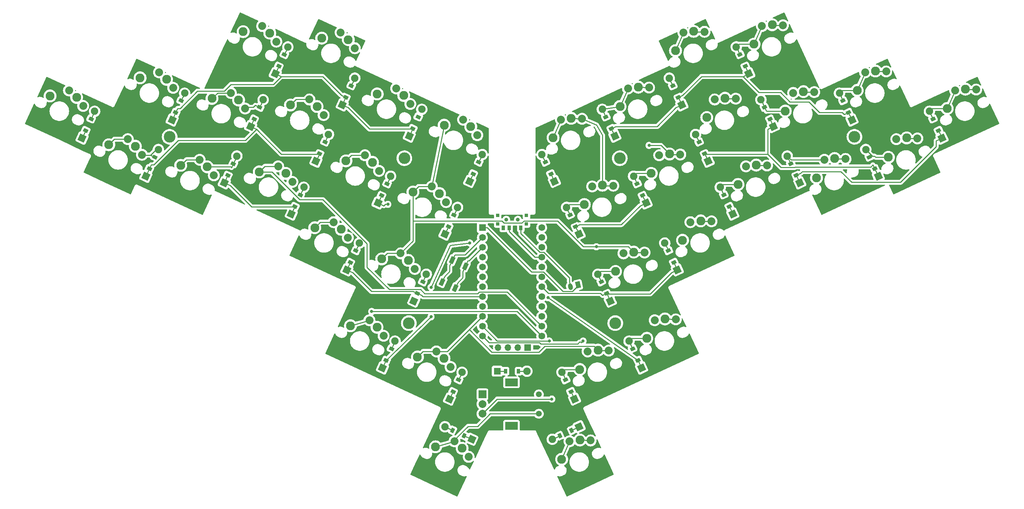
<source format=gtl>
%TF.GenerationSoftware,KiCad,Pcbnew,(5.99.0-13010-g08938463f1)*%
%TF.CreationDate,2021-12-30T23:18:04-06:00*%
%TF.ProjectId,balbuzard,62616c62-757a-4617-9264-2e6b69636164,Rev1*%
%TF.SameCoordinates,Original*%
%TF.FileFunction,Copper,L1,Top*%
%TF.FilePolarity,Positive*%
%FSLAX46Y46*%
G04 Gerber Fmt 4.6, Leading zero omitted, Abs format (unit mm)*
G04 Created by KiCad (PCBNEW (5.99.0-13010-g08938463f1)) date 2021-12-30 23:18:04*
%MOMM*%
%LPD*%
G01*
G04 APERTURE LIST*
G04 Aperture macros list*
%AMHorizOval*
0 Thick line with rounded ends*
0 $1 width*
0 $2 $3 position (X,Y) of the first rounded end (center of the circle)*
0 $4 $5 position (X,Y) of the second rounded end (center of the circle)*
0 Add line between two ends*
20,1,$1,$2,$3,$4,$5,0*
0 Add two circle primitives to create the rounded ends*
1,1,$1,$2,$3*
1,1,$1,$4,$5*%
%AMRotRect*
0 Rectangle, with rotation*
0 The origin of the aperture is its center*
0 $1 length*
0 $2 width*
0 $3 Rotation angle, in degrees counterclockwise*
0 Add horizontal line*
21,1,$1,$2,0,0,$3*%
G04 Aperture macros list end*
%TA.AperFunction,ComponentPad*%
%ADD10C,1.752600*%
%TD*%
%TA.AperFunction,ComponentPad*%
%ADD11R,1.752600X1.752600*%
%TD*%
%TA.AperFunction,ComponentPad*%
%ADD12C,1.905000*%
%TD*%
%TA.AperFunction,SMDPad,CuDef*%
%ADD13RotRect,0.900000X1.200000X65.000000*%
%TD*%
%TA.AperFunction,ComponentPad*%
%ADD14RotRect,1.778000X1.778000X65.000000*%
%TD*%
%TA.AperFunction,SMDPad,CuDef*%
%ADD15R,0.900000X0.900000*%
%TD*%
%TA.AperFunction,WasherPad*%
%ADD16C,1.000000*%
%TD*%
%TA.AperFunction,SMDPad,CuDef*%
%ADD17R,0.900000X1.250000*%
%TD*%
%TA.AperFunction,SMDPad,CuDef*%
%ADD18RotRect,1.800000X1.100000X245.000000*%
%TD*%
%TA.AperFunction,ComponentPad*%
%ADD19C,2.032000*%
%TD*%
%TA.AperFunction,ComponentPad*%
%ADD20R,3.200000X2.000000*%
%TD*%
%TA.AperFunction,ComponentPad*%
%ADD21C,1.500000*%
%TD*%
%TA.AperFunction,ComponentPad*%
%ADD22R,2.000000X2.000000*%
%TD*%
%TA.AperFunction,ComponentPad*%
%ADD23C,2.000000*%
%TD*%
%TA.AperFunction,ComponentPad*%
%ADD24C,2.286000*%
%TD*%
%TA.AperFunction,SMDPad,CuDef*%
%ADD25RotRect,0.900000X1.200000X115.000000*%
%TD*%
%TA.AperFunction,ComponentPad*%
%ADD26RotRect,1.778000X1.778000X115.000000*%
%TD*%
%TA.AperFunction,ComponentPad*%
%ADD27C,3.000000*%
%TD*%
%TA.AperFunction,SMDPad,CuDef*%
%ADD28R,0.900000X1.200000*%
%TD*%
%TA.AperFunction,ComponentPad*%
%ADD29R,1.778000X1.778000*%
%TD*%
%TA.AperFunction,ComponentPad*%
%ADD30R,1.700000X1.700000*%
%TD*%
%TA.AperFunction,ComponentPad*%
%ADD31O,1.700000X1.700000*%
%TD*%
%TA.AperFunction,SMDPad,CuDef*%
%ADD32RotRect,0.900000X1.200000X205.000000*%
%TD*%
%TA.AperFunction,ComponentPad*%
%ADD33RotRect,1.778000X1.778000X205.000000*%
%TD*%
%TA.AperFunction,SMDPad,CuDef*%
%ADD34RotRect,0.900000X1.200000X155.000000*%
%TD*%
%TA.AperFunction,ComponentPad*%
%ADD35RotRect,1.778000X1.778000X155.000000*%
%TD*%
%TA.AperFunction,ComponentPad*%
%ADD36RotRect,1.200000X1.700000X193.000000*%
%TD*%
%TA.AperFunction,ComponentPad*%
%ADD37HorizOval,1.200000X-0.056238X0.243593X0.056238X-0.243593X0*%
%TD*%
%TA.AperFunction,ViaPad*%
%ADD38C,0.800000*%
%TD*%
%TA.AperFunction,Conductor*%
%ADD39C,0.250000*%
%TD*%
G04 APERTURE END LIST*
D10*
%TO.P,MCU1,24*%
%TO.N,P9*%
X147500000Y-113000000D03*
%TO.P,MCU1,23*%
%TO.N,P8*%
X147500000Y-110460000D03*
%TO.P,MCU1,22*%
%TO.N,P7*%
X147500000Y-107920000D03*
%TO.P,MCU1,21*%
%TO.N,P6*%
X147500000Y-105380000D03*
%TO.P,MCU1,20*%
%TO.N,P5*%
X147500000Y-102840000D03*
%TO.P,MCU1,19*%
%TO.N,P4*%
X147500000Y-100300000D03*
%TO.P,MCU1,18*%
%TO.N,P3*%
X147500000Y-97760000D03*
%TO.P,MCU1,17*%
%TO.N,P2*%
X147500000Y-95220000D03*
%TO.P,MCU1,16*%
%TO.N,GND*%
X147500000Y-92680000D03*
%TO.P,MCU1,15*%
X147500000Y-90140000D03*
%TO.P,MCU1,14*%
%TO.N,P0*%
X147500000Y-87600000D03*
%TO.P,MCU1,13*%
%TO.N,P1*%
X147500000Y-85060000D03*
%TO.P,MCU1,12*%
%TO.N,P10*%
X132260000Y-113000000D03*
%TO.P,MCU1,11*%
%TO.N,P16*%
X132260000Y-110460000D03*
%TO.P,MCU1,10*%
%TO.N,P14*%
X132260000Y-107920000D03*
%TO.P,MCU1,9*%
%TO.N,P15*%
X132260000Y-105380000D03*
%TO.P,MCU1,8*%
%TO.N,P18*%
X132260000Y-102840000D03*
%TO.P,MCU1,7*%
%TO.N,P19*%
X132260000Y-100300000D03*
%TO.P,MCU1,6*%
%TO.N,P20*%
X132260000Y-97760000D03*
%TO.P,MCU1,5*%
%TO.N,P21*%
X132260000Y-95220000D03*
%TO.P,MCU1,4*%
%TO.N,VCC*%
X132260000Y-92680000D03*
%TO.P,MCU1,3*%
%TO.N,RST*%
X132260000Y-90140000D03*
%TO.P,MCU1,2*%
%TO.N,GND*%
X132260000Y-87600000D03*
D11*
%TO.P,MCU1,1*%
%TO.N,RAW*%
X132260000Y-85060000D03*
%TD*%
D12*
%TO.P,D1,1*%
%TO.N,pinky_bottom*%
X32585376Y-55102267D03*
D13*
%TO.N,P18*%
X30277880Y-60050708D03*
D14*
%TO.P,D1,2*%
X29365024Y-62008333D03*
D13*
%TO.N,pinky_bottom*%
X31672520Y-57059892D03*
%TD*%
D15*
%TO.P,T1,*%
%TO.N,*%
X136180000Y-84130000D03*
X136180000Y-81930000D03*
D16*
X138380000Y-83030000D03*
X141380000Y-83030000D03*
D15*
X143580000Y-81930000D03*
X143580000Y-84130000D03*
D17*
%TO.P,T1,1*%
%TO.N,slider_positive*%
X142130000Y-85105000D03*
%TO.P,T1,2*%
%TO.N,GND*%
X139130000Y-85105000D03*
%TO.P,T1,3*%
%TO.N,N/C*%
X137630000Y-85105000D03*
%TD*%
D18*
%TO.P,B1,1*%
%TO.N,RST*%
X125246553Y-100621398D03*
X127866786Y-95002290D03*
%TO.P,B1,2*%
%TO.N,GND*%
X124513447Y-93438602D03*
X121893214Y-99057710D03*
%TD*%
D13*
%TO.P,D12,1*%
%TO.N,P20*%
X114371580Y-59542608D03*
D12*
%TO.N,index_top*%
X116679076Y-54594167D03*
D13*
%TO.P,D12,2*%
X115766220Y-56551792D03*
D14*
%TO.N,P20*%
X113458724Y-61500233D03*
%TD*%
D19*
%TO.P,S2,1*%
%TO.N,pinky_bottom*%
X29635688Y-53737822D03*
%TO.P,S2,2*%
%TO.N,P9*%
X25991648Y-49721484D03*
%TD*%
D20*
%TO.P,ROT1,*%
%TO.N,*%
X139760000Y-136090000D03*
X139760000Y-124890000D03*
D21*
%TO.P,ROT1,1*%
%TO.N,rotary_diode*%
X146760000Y-127990000D03*
%TO.P,ROT1,2*%
%TO.N,P14*%
X146760000Y-132990000D03*
D22*
%TO.P,ROT1,A*%
%TO.N,P21*%
X132260000Y-127990000D03*
D23*
%TO.P,ROT1,B*%
%TO.N,P0*%
X132260000Y-132990000D03*
%TO.P,ROT1,C*%
%TO.N,GND*%
X132260000Y-130490000D03*
%TD*%
D24*
%TO.P,S45,1*%
%TO.N,P10*%
X214792621Y-50043406D03*
%TO.P,S45,2*%
%TO.N,mirror_ring_home*%
X210111017Y-55029054D03*
%TD*%
D12*
%TO.P,D21,1*%
%TO.N,mirror_pinky_top*%
X224038024Y-50443667D03*
D25*
%TO.N,P6*%
X226345520Y-55392108D03*
%TO.P,D21,2*%
%TO.N,mirror_pinky_top*%
X224950880Y-52401292D03*
D26*
%TO.N,P6*%
X227258376Y-57349733D03*
%TD*%
D19*
%TO.P,S34,1*%
%TO.N,home_thumb*%
X124079788Y-120948722D03*
%TO.P,S34,2*%
%TO.N,P14*%
X120435748Y-116932384D03*
%TD*%
%TO.P,S42,1*%
%TO.N,P9*%
X236050790Y-44853039D03*
%TO.P,S42,2*%
%TO.N,mirror_pinky_top*%
X230631752Y-45062884D03*
%TD*%
D24*
%TO.P,S3,1*%
%TO.N,pinky_home*%
X43053823Y-64099407D03*
%TO.P,S3,2*%
%TO.N,P9*%
X36225318Y-63717803D03*
%TD*%
%TO.P,S49,1*%
%TO.N,P8*%
X202644221Y-68948906D03*
%TO.P,S49,2*%
%TO.N,mirror_middle_bottom*%
X197962617Y-73934554D03*
%TD*%
%TO.P,S31,1*%
%TO.N,near_thumb*%
X105171323Y-110719307D03*
%TO.P,S31,2*%
%TO.N,P14*%
X98342818Y-110337703D03*
%TD*%
D19*
%TO.P,S14,1*%
%TO.N,middle_bottom*%
X83408288Y-73295522D03*
%TO.P,S14,2*%
%TO.N,P8*%
X79764248Y-69279184D03*
%TD*%
%TO.P,S72,1*%
%TO.N,P14*%
X160084690Y-139859039D03*
%TO.P,S72,2*%
%TO.N,mirror_far_thumb*%
X154665652Y-140068884D03*
%TD*%
D27*
%TO.P,HOLE2,1*%
%TO.N,N/C*%
X167573000Y-67185400D03*
%TD*%
D25*
%TO.P,D28,1*%
%TO.N,P4*%
X181447820Y-93982308D03*
D12*
%TO.N,mirror_index_bottom*%
X179140324Y-89033867D03*
D26*
%TO.P,D28,2*%
%TO.N,P4*%
X182360676Y-95939933D03*
D25*
%TO.N,mirror_index_bottom*%
X180053180Y-90991492D03*
%TD*%
D19*
%TO.P,S52,1*%
%TO.N,P8*%
X197384890Y-51849439D03*
%TO.P,S52,2*%
%TO.N,mirror_middle_home*%
X191965852Y-52059284D03*
%TD*%
%TO.P,S64,1*%
%TO.N,P7*%
X165903590Y-74253139D03*
%TO.P,S64,2*%
%TO.N,mirror_inner_home*%
X160484552Y-74462984D03*
%TD*%
D13*
%TO.P,D4,1*%
%TO.N,P18*%
X66830680Y-71578608D03*
D12*
%TO.N,ring_bottom*%
X69138176Y-66630167D03*
D13*
%TO.P,D4,2*%
X68225320Y-68587792D03*
D14*
%TO.N,P18*%
X65917824Y-73536233D03*
%TD*%
D24*
%TO.P,S51,1*%
%TO.N,P8*%
X194614421Y-51729006D03*
%TO.P,S51,2*%
%TO.N,mirror_middle_home*%
X189932817Y-56714654D03*
%TD*%
D12*
%TO.P,D26,1*%
%TO.N,mirror_middle_home*%
X187062624Y-61065367D03*
D25*
%TO.N,P5*%
X189370120Y-66013808D03*
%TO.P,D26,2*%
%TO.N,mirror_middle_home*%
X187975480Y-63022992D03*
D26*
%TO.N,P5*%
X190282976Y-67971433D03*
%TD*%
D24*
%TO.P,S19,1*%
%TO.N,index_bottom*%
X95981223Y-85469707D03*
%TO.P,S19,2*%
%TO.N,P16*%
X89152718Y-85088103D03*
%TD*%
D19*
%TO.P,S20,1*%
%TO.N,index_bottom*%
X97669788Y-87669422D03*
%TO.P,S20,2*%
%TO.N,P16*%
X94025748Y-83653084D03*
%TD*%
D12*
%TO.P,D3,1*%
%TO.N,pinky_top*%
X55721876Y-50443667D03*
D13*
%TO.N,P20*%
X53414380Y-55392108D03*
%TO.P,D3,2*%
%TO.N,pinky_top*%
X54809020Y-52401292D03*
D14*
%TO.N,P20*%
X52501524Y-57349733D03*
%TD*%
D19*
%TO.P,S32,1*%
%TO.N,near_thumb*%
X106859888Y-112919022D03*
%TO.P,S32,2*%
%TO.N,P14*%
X103215848Y-108902684D03*
%TD*%
D24*
%TO.P,S53,1*%
%TO.N,P8*%
X186584721Y-34509206D03*
%TO.P,S53,2*%
%TO.N,mirror_middle_top*%
X181903117Y-39494854D03*
%TD*%
D19*
%TO.P,S54,1*%
%TO.N,P8*%
X189355190Y-34629639D03*
%TO.P,S54,2*%
%TO.N,mirror_middle_top*%
X183936152Y-34839484D03*
%TD*%
%TO.P,S8,1*%
%TO.N,ring_bottom*%
X63230188Y-71609922D03*
%TO.P,S8,2*%
%TO.N,P10*%
X59586148Y-67593584D03*
%TD*%
%TO.P,S18,1*%
%TO.N,middle_top*%
X99467788Y-38855822D03*
%TO.P,S18,2*%
%TO.N,P8*%
X95823748Y-34839484D03*
%TD*%
%TO.P,S26,1*%
%TO.N,inner_bottom*%
X114889688Y-95699122D03*
%TO.P,S26,2*%
%TO.N,P7*%
X111245648Y-91682784D03*
%TD*%
D12*
%TO.P,D37,1*%
%TO.N,rotary_diode*%
X143690000Y-122030000D03*
D28*
%TO.N,P15*%
X138230000Y-122030000D03*
D29*
%TO.P,D37,2*%
X136070000Y-122030000D03*
D28*
%TO.N,rotary_diode*%
X141530000Y-122030000D03*
%TD*%
D25*
%TO.P,D34,1*%
%TO.N,P6*%
X172257720Y-119231908D03*
D12*
%TO.N,mirror_near_thumb*%
X169950224Y-114283467D03*
D25*
%TO.P,D34,2*%
X170863080Y-116241092D03*
D26*
%TO.N,P6*%
X173170576Y-121189533D03*
%TD*%
D30*
%TO.P,OLED1,1*%
%TO.N,GND*%
X143930000Y-115930000D03*
D31*
%TO.P,OLED1,2*%
%TO.N,VCC*%
X141390000Y-115930000D03*
%TO.P,OLED1,3*%
%TO.N,P3*%
X138850000Y-115930000D03*
%TO.P,OLED1,4*%
%TO.N,P2*%
X136310000Y-115930000D03*
%TD*%
D12*
%TO.P,D29,1*%
%TO.N,mirror_index_home*%
X171110624Y-71813967D03*
D25*
%TO.N,P5*%
X173418120Y-76762408D03*
D26*
%TO.P,D29,2*%
X174330976Y-78720033D03*
D25*
%TO.N,mirror_index_home*%
X172023480Y-73771592D03*
%TD*%
D24*
%TO.P,S37,1*%
%TO.N,P9*%
X256416821Y-49391206D03*
%TO.P,S37,2*%
%TO.N,mirror_pinky_bottom*%
X251735217Y-54376854D03*
%TD*%
%TO.P,S65,1*%
%TO.N,P7*%
X155103321Y-56912806D03*
%TO.P,S65,2*%
%TO.N,mirror_inner_top*%
X150421717Y-61898454D03*
%TD*%
%TO.P,S57,1*%
%TO.N,P16*%
X180352921Y-66102906D03*
%TO.P,S57,2*%
%TO.N,mirror_index_home*%
X175671317Y-71088554D03*
%TD*%
%TO.P,S29,1*%
%TO.N,inner_top*%
X129260623Y-59059707D03*
%TO.P,S29,2*%
%TO.N,P7*%
X122432118Y-58678103D03*
%TD*%
%TO.P,S39,1*%
%TO.N,P9*%
X241310121Y-61952506D03*
%TO.P,S39,2*%
%TO.N,mirror_pinky_home*%
X236628517Y-66938154D03*
%TD*%
D27*
%TO.P,HOLE5,1*%
%TO.N,N/C*%
X113347200Y-109654800D03*
%TD*%
D24*
%TO.P,S5,1*%
%TO.N,pinky_top*%
X51083623Y-46879507D03*
%TO.P,S5,2*%
%TO.N,P9*%
X44255118Y-46497903D03*
%TD*%
%TO.P,S25,1*%
%TO.N,inner_bottom*%
X113201123Y-93499407D03*
%TO.P,S25,2*%
%TO.N,P7*%
X106372618Y-93117803D03*
%TD*%
%TO.P,S59,1*%
%TO.N,P16*%
X172323221Y-48883106D03*
%TO.P,S59,2*%
%TO.N,mirror_index_top*%
X167641617Y-53868754D03*
%TD*%
D12*
%TO.P,D36,1*%
%TO.N,mirror_far_thumb*%
X150219467Y-139549276D03*
D32*
%TO.N,P4*%
X155167908Y-137241780D03*
%TO.P,D36,2*%
%TO.N,mirror_far_thumb*%
X152177092Y-138636420D03*
D33*
%TO.N,P4*%
X157125533Y-136328924D03*
%TD*%
D12*
%TO.P,D9,1*%
%TO.N,middle_top*%
X99459176Y-46564367D03*
D13*
%TO.N,P20*%
X97151680Y-51512808D03*
%TO.P,D9,2*%
%TO.N,middle_top*%
X98546320Y-48521992D03*
D14*
%TO.N,P20*%
X96238824Y-53470433D03*
%TD*%
D19*
%TO.P,S70,1*%
%TO.N,P14*%
X164743190Y-116722539D03*
%TO.P,S70,2*%
%TO.N,mirror_home_thumb*%
X159324152Y-116932384D03*
%TD*%
%TO.P,S38,1*%
%TO.N,P9*%
X259187290Y-49511639D03*
%TO.P,S38,2*%
%TO.N,mirror_pinky_bottom*%
X253768252Y-49721484D03*
%TD*%
D24*
%TO.P,S47,1*%
%TO.N,P10*%
X206762921Y-32823606D03*
%TO.P,S47,2*%
%TO.N,mirror_ring_top*%
X202081317Y-37809254D03*
%TD*%
D27*
%TO.P,HOLE6,1*%
%TO.N,N/C*%
X166412700Y-109654800D03*
%TD*%
D25*
%TO.P,D27,1*%
%TO.N,P6*%
X182608220Y-51512808D03*
D12*
%TO.N,mirror_middle_top*%
X180300724Y-46564367D03*
D26*
%TO.P,D27,2*%
%TO.N,P6*%
X183521076Y-53470433D03*
D25*
%TO.N,mirror_middle_top*%
X181213580Y-48521992D03*
%TD*%
D24*
%TO.P,S27,1*%
%TO.N,inner_home*%
X121230823Y-76279607D03*
%TO.P,S27,2*%
%TO.N,P7*%
X114402318Y-75898003D03*
%TD*%
D19*
%TO.P,S40,1*%
%TO.N,P9*%
X244080590Y-62072939D03*
%TO.P,S40,2*%
%TO.N,mirror_pinky_home*%
X238661552Y-62282784D03*
%TD*%
D12*
%TO.P,D6,1*%
%TO.N,ring_top*%
X82239376Y-38534667D03*
D13*
%TO.N,P20*%
X79931880Y-43483108D03*
%TO.P,D6,2*%
%TO.N,ring_top*%
X81326520Y-40492292D03*
D14*
%TO.N,P20*%
X79019024Y-45440733D03*
%TD*%
D19*
%TO.P,S48,1*%
%TO.N,P10*%
X209533390Y-32944039D03*
%TO.P,S48,2*%
%TO.N,mirror_ring_top*%
X204114352Y-33153884D03*
%TD*%
D12*
%TO.P,D5,1*%
%TO.N,ring_home*%
X75900076Y-52129267D03*
D13*
%TO.N,P19*%
X73592580Y-57077708D03*
D14*
%TO.P,D5,2*%
X72679724Y-59035333D03*
D13*
%TO.N,ring_home*%
X74987220Y-54086892D03*
%TD*%
D24*
%TO.P,S1,1*%
%TO.N,pinky_bottom*%
X27947123Y-51538107D03*
%TO.P,S1,2*%
%TO.N,P9*%
X21118618Y-51156503D03*
%TD*%
%TO.P,S17,1*%
%TO.N,middle_top*%
X97779223Y-36656107D03*
%TO.P,S17,2*%
%TO.N,P8*%
X90950718Y-36274503D03*
%TD*%
D12*
%TO.P,D13,1*%
%TO.N,inner_bottom*%
X117839376Y-97063567D03*
D13*
%TO.N,P18*%
X115531880Y-102012008D03*
D14*
%TO.P,D13,2*%
X114619024Y-103969633D03*
D13*
%TO.N,inner_bottom*%
X116926520Y-99021192D03*
%TD*%
D25*
%TO.P,D22,1*%
%TO.N,P4*%
X212929220Y-71578608D03*
D12*
%TO.N,mirror_ring_bottom*%
X210621724Y-66630167D03*
D25*
%TO.P,D22,2*%
X211534580Y-68587792D03*
D26*
%TO.N,P4*%
X213842076Y-73536233D03*
%TD*%
D24*
%TO.P,S63,1*%
%TO.N,P7*%
X163133121Y-74132706D03*
%TO.P,S63,2*%
%TO.N,mirror_inner_home*%
X158451517Y-79118354D03*
%TD*%
D12*
%TO.P,D18,1*%
%TO.N,far_thumb*%
X122634467Y-136328924D03*
D34*
%TO.N,P18*%
X127582908Y-138636420D03*
D35*
%TO.P,D18,2*%
X129540533Y-139549276D03*
D34*
%TO.N,far_thumb*%
X124592092Y-137241780D03*
%TD*%
D25*
%TO.P,D30,1*%
%TO.N,P6*%
X165388320Y-59542608D03*
D12*
%TO.N,mirror_index_top*%
X163080824Y-54594167D03*
D25*
%TO.P,D30,2*%
X163993680Y-56551792D03*
D26*
%TO.N,P6*%
X166301176Y-61500233D03*
%TD*%
D19*
%TO.P,S10,1*%
%TO.N,ring_home*%
X71259888Y-54390022D03*
%TO.P,S10,2*%
%TO.N,P10*%
X67615848Y-50373684D03*
%TD*%
D13*
%TO.P,D15,1*%
%TO.N,P20*%
X129900980Y-71197608D03*
D12*
%TO.N,inner_top*%
X132208476Y-66249167D03*
D14*
%TO.P,D15,2*%
%TO.N,P20*%
X128988124Y-73155233D03*
D13*
%TO.N,inner_top*%
X131295620Y-68206792D03*
%TD*%
%TO.P,D7,1*%
%TO.N,P18*%
X84050580Y-79608408D03*
D12*
%TO.N,middle_bottom*%
X86358076Y-74659967D03*
D14*
%TO.P,D7,2*%
%TO.N,P18*%
X83137724Y-81566033D03*
D13*
%TO.N,middle_bottom*%
X85445220Y-76617592D03*
%TD*%
D25*
%TO.P,D35,1*%
%TO.N,P5*%
X155037920Y-127261608D03*
D12*
%TO.N,mirror_home_thumb*%
X152730424Y-122313167D03*
D26*
%TO.P,D35,2*%
%TO.N,P5*%
X155950776Y-129219233D03*
D25*
%TO.N,mirror_home_thumb*%
X153643280Y-124270792D03*
%TD*%
D19*
%TO.P,S50,1*%
%TO.N,P8*%
X205414690Y-69069339D03*
%TO.P,S50,2*%
%TO.N,mirror_middle_bottom*%
X199995652Y-69279184D03*
%TD*%
%TO.P,S22,1*%
%TO.N,index_home*%
X105699588Y-70449522D03*
%TO.P,S22,2*%
%TO.N,P16*%
X102055548Y-66433184D03*
%TD*%
D13*
%TO.P,D8,1*%
%TO.N,P19*%
X90389780Y-66013808D03*
D12*
%TO.N,middle_home*%
X92697276Y-61065367D03*
D13*
%TO.P,D8,2*%
X91784420Y-63022992D03*
D14*
%TO.N,P19*%
X89476924Y-67971433D03*
%TD*%
D25*
%TO.P,D20,1*%
%TO.N,P5*%
X233107420Y-69893008D03*
D12*
%TO.N,mirror_pinky_home*%
X230799924Y-64944567D03*
D26*
%TO.P,D20,2*%
%TO.N,P5*%
X234020276Y-71850633D03*
D25*
%TO.N,mirror_pinky_home*%
X231712780Y-66902192D03*
%TD*%
D19*
%TO.P,S16,1*%
%TO.N,middle_home*%
X91438088Y-56075622D03*
%TO.P,S16,2*%
%TO.N,P8*%
X87794048Y-52059284D03*
%TD*%
%TO.P,S28,1*%
%TO.N,inner_home*%
X122919388Y-78479322D03*
%TO.P,S28,2*%
%TO.N,P7*%
X119275348Y-74462984D03*
%TD*%
D24*
%TO.P,S21,1*%
%TO.N,index_home*%
X104011023Y-68249807D03*
%TO.P,S21,2*%
%TO.N,P16*%
X97182518Y-67868203D03*
%TD*%
D12*
%TO.P,D14,1*%
%TO.N,inner_home*%
X125869176Y-79843767D03*
D13*
%TO.N,P19*%
X123561680Y-84792208D03*
D14*
%TO.P,D14,2*%
X122648824Y-86749833D03*
D13*
%TO.N,inner_home*%
X124956320Y-81801392D03*
%TD*%
D24*
%TO.P,S35,1*%
%TO.N,far_thumb*%
X127049823Y-141885507D03*
%TO.P,S35,2*%
%TO.N,P14*%
X120221318Y-141503903D03*
%TD*%
D25*
%TO.P,D23,1*%
%TO.N,P5*%
X206167320Y-57077708D03*
D12*
%TO.N,mirror_ring_home*%
X203859824Y-52129267D03*
D25*
%TO.P,D23,2*%
X204772680Y-54086892D03*
D26*
%TO.N,P5*%
X207080176Y-59035333D03*
%TD*%
D19*
%TO.P,S6,1*%
%TO.N,pinky_top*%
X52772188Y-49079222D03*
%TO.P,S6,2*%
%TO.N,P9*%
X49128148Y-45062884D03*
%TD*%
%TO.P,S36,1*%
%TO.N,far_thumb*%
X128738388Y-144085222D03*
%TO.P,S36,2*%
%TO.N,P14*%
X125094348Y-140068884D03*
%TD*%
D24*
%TO.P,S67,1*%
%TO.N,P14*%
X179192621Y-108572406D03*
%TO.P,S67,2*%
%TO.N,mirror_near_thumb*%
X174511017Y-113558054D03*
%TD*%
D13*
%TO.P,D10,1*%
%TO.N,P18*%
X98312080Y-93982308D03*
D12*
%TO.N,index_bottom*%
X100619576Y-89033867D03*
D14*
%TO.P,D10,2*%
%TO.N,P18*%
X97399224Y-95939933D03*
D13*
%TO.N,index_bottom*%
X99706720Y-90991492D03*
%TD*%
D24*
%TO.P,S41,1*%
%TO.N,P9*%
X233280321Y-44732606D03*
%TO.P,S41,2*%
%TO.N,mirror_pinky_top*%
X228598717Y-49718254D03*
%TD*%
D19*
%TO.P,S24,1*%
%TO.N,index_top*%
X113729288Y-53229722D03*
%TO.P,S24,2*%
%TO.N,P16*%
X110085248Y-49213384D03*
%TD*%
D24*
%TO.P,S23,1*%
%TO.N,index_top*%
X112040723Y-51030007D03*
%TO.P,S23,2*%
%TO.N,P16*%
X105212218Y-50648403D03*
%TD*%
%TO.P,S33,1*%
%TO.N,home_thumb*%
X122391223Y-118749007D03*
%TO.P,S33,2*%
%TO.N,P14*%
X115562718Y-118367403D03*
%TD*%
D27*
%TO.P,HOLE3,1*%
%TO.N,N/C*%
X51863700Y-61675400D03*
%TD*%
D25*
%TO.P,D33,1*%
%TO.N,P6*%
X149859020Y-71197608D03*
D12*
%TO.N,mirror_inner_top*%
X147551524Y-66249167D03*
D25*
%TO.P,D33,2*%
X148464380Y-68206792D03*
D26*
%TO.N,P6*%
X150771876Y-73155233D03*
%TD*%
D12*
%TO.P,D32,1*%
%TO.N,mirror_inner_home*%
X153890724Y-79843767D03*
D25*
%TO.N,P5*%
X156198220Y-84792208D03*
%TO.P,D32,2*%
%TO.N,mirror_inner_home*%
X154803580Y-81801392D03*
D26*
%TO.N,P5*%
X157111076Y-86749833D03*
%TD*%
D24*
%TO.P,S13,1*%
%TO.N,middle_bottom*%
X81719723Y-71095807D03*
%TO.P,S13,2*%
%TO.N,P8*%
X74891218Y-70714203D03*
%TD*%
%TO.P,S61,1*%
%TO.N,P7*%
X171162821Y-91352506D03*
%TO.P,S61,2*%
%TO.N,mirror_inner_bottom*%
X166481217Y-96338154D03*
%TD*%
%TO.P,S55,1*%
%TO.N,P16*%
X188382721Y-83322806D03*
%TO.P,S55,2*%
%TO.N,mirror_index_bottom*%
X183701117Y-88308454D03*
%TD*%
D12*
%TO.P,D24,1*%
%TO.N,mirror_ring_top*%
X197520524Y-38534667D03*
D25*
%TO.N,P6*%
X199828020Y-43483108D03*
%TO.P,D24,2*%
%TO.N,mirror_ring_top*%
X198433380Y-40492292D03*
D26*
%TO.N,P6*%
X200740876Y-45440733D03*
%TD*%
D19*
%TO.P,S44,1*%
%TO.N,P10*%
X225592890Y-67383739D03*
%TO.P,S44,2*%
%TO.N,mirror_ring_bottom*%
X220173852Y-67593584D03*
%TD*%
D24*
%TO.P,S15,1*%
%TO.N,middle_home*%
X89749523Y-53875907D03*
%TO.P,S15,2*%
%TO.N,P8*%
X82921018Y-53494303D03*
%TD*%
D19*
%TO.P,S4,1*%
%TO.N,pinky_home*%
X44742388Y-66299122D03*
%TO.P,S4,2*%
%TO.N,P9*%
X41098348Y-62282784D03*
%TD*%
D24*
%TO.P,S9,1*%
%TO.N,ring_home*%
X69571323Y-52190307D03*
%TO.P,S9,2*%
%TO.N,P10*%
X62742818Y-51808703D03*
%TD*%
D19*
%TO.P,S58,1*%
%TO.N,P16*%
X183123390Y-66223339D03*
%TO.P,S58,2*%
%TO.N,mirror_index_home*%
X177704352Y-66433184D03*
%TD*%
D13*
%TO.P,D17,1*%
%TO.N,P19*%
X124721980Y-127261608D03*
D12*
%TO.N,home_thumb*%
X127029476Y-122313167D03*
D14*
%TO.P,D17,2*%
%TO.N,P19*%
X123809124Y-129219233D03*
D13*
%TO.N,home_thumb*%
X126116620Y-124270792D03*
%TD*%
%TO.P,D16,1*%
%TO.N,P20*%
X107502180Y-119231908D03*
D12*
%TO.N,near_thumb*%
X109809676Y-114283467D03*
D14*
%TO.P,D16,2*%
%TO.N,P20*%
X106589324Y-121189533D03*
D13*
%TO.N,near_thumb*%
X108896820Y-116241092D03*
%TD*%
D24*
%TO.P,S7,1*%
%TO.N,ring_bottom*%
X61541623Y-69410207D03*
%TO.P,S7,2*%
%TO.N,P10*%
X54713118Y-69028603D03*
%TD*%
D19*
%TO.P,S68,1*%
%TO.N,P14*%
X181963090Y-108692839D03*
%TO.P,S68,2*%
%TO.N,mirror_near_thumb*%
X176544052Y-108902684D03*
%TD*%
D24*
%TO.P,S43,1*%
%TO.N,P10*%
X222822421Y-67263306D03*
%TO.P,S43,2*%
%TO.N,mirror_ring_bottom*%
X218140817Y-72248954D03*
%TD*%
D36*
%TO.P,JST1,1*%
%TO.N,RAW*%
X156854370Y-99805049D03*
D37*
%TO.P,JST1,2*%
%TO.N,slider_positive*%
X154905630Y-100254951D03*
%TD*%
D13*
%TO.P,D2,1*%
%TO.N,P19*%
X46652480Y-69893008D03*
D12*
%TO.N,pinky_home*%
X48959976Y-64944567D03*
D13*
%TO.P,D2,2*%
X48047120Y-66902192D03*
D14*
%TO.N,P19*%
X45739624Y-71850633D03*
%TD*%
D19*
%TO.P,S30,1*%
%TO.N,inner_top*%
X130949188Y-61259422D03*
%TO.P,S30,2*%
%TO.N,P7*%
X127305148Y-57243084D03*
%TD*%
%TO.P,S56,1*%
%TO.N,P16*%
X191153190Y-83443239D03*
%TO.P,S56,2*%
%TO.N,mirror_index_bottom*%
X185734152Y-83653084D03*
%TD*%
%TO.P,S12,1*%
%TO.N,ring_top*%
X79289588Y-37170222D03*
%TO.P,S12,2*%
%TO.N,P10*%
X75645548Y-33153884D03*
%TD*%
D27*
%TO.P,HOLE1,1*%
%TO.N,N/C*%
X112186900Y-67185400D03*
%TD*%
D19*
%TO.P,S60,1*%
%TO.N,P16*%
X175093690Y-49003539D03*
%TO.P,S60,2*%
%TO.N,mirror_index_top*%
X169674652Y-49213384D03*
%TD*%
D12*
%TO.P,D11,1*%
%TO.N,index_home*%
X108649276Y-71813967D03*
D13*
%TO.N,P19*%
X106341780Y-76762408D03*
%TO.P,D11,2*%
%TO.N,index_home*%
X107736420Y-73771592D03*
D14*
%TO.N,P19*%
X105428924Y-78720033D03*
%TD*%
D27*
%TO.P,HOLE4,1*%
%TO.N,N/C*%
X227896200Y-61675400D03*
%TD*%
D12*
%TO.P,D25,1*%
%TO.N,mirror_middle_bottom*%
X193401824Y-74659967D03*
D25*
%TO.N,P4*%
X195709320Y-79608408D03*
%TO.P,D25,2*%
%TO.N,mirror_middle_bottom*%
X194314680Y-76617592D03*
D26*
%TO.N,P4*%
X196622176Y-81566033D03*
%TD*%
D24*
%TO.P,S11,1*%
%TO.N,ring_top*%
X77601023Y-34970507D03*
%TO.P,S11,2*%
%TO.N,P10*%
X70772518Y-34588903D03*
%TD*%
D25*
%TO.P,D19,1*%
%TO.N,P4*%
X249482020Y-60050708D03*
D12*
%TO.N,mirror_pinky_bottom*%
X247174524Y-55102267D03*
D25*
%TO.P,D19,2*%
X248087380Y-57059892D03*
D26*
%TO.N,P4*%
X250394876Y-62008333D03*
%TD*%
D24*
%TO.P,S71,1*%
%TO.N,P14*%
X157314221Y-139738606D03*
%TO.P,S71,2*%
%TO.N,mirror_far_thumb*%
X152632617Y-144724254D03*
%TD*%
D19*
%TO.P,S62,1*%
%TO.N,P7*%
X173933290Y-91472939D03*
%TO.P,S62,2*%
%TO.N,mirror_inner_bottom*%
X168514252Y-91682784D03*
%TD*%
D12*
%TO.P,D31,1*%
%TO.N,mirror_inner_bottom*%
X161920524Y-97063567D03*
D25*
%TO.N,P4*%
X164228020Y-102012008D03*
D26*
%TO.P,D31,2*%
X165140876Y-103969633D03*
D25*
%TO.N,mirror_inner_bottom*%
X162833380Y-99021192D03*
%TD*%
D19*
%TO.P,S46,1*%
%TO.N,P10*%
X217563090Y-50163839D03*
%TO.P,S46,2*%
%TO.N,mirror_ring_home*%
X212144052Y-50373684D03*
%TD*%
D24*
%TO.P,S69,1*%
%TO.N,P14*%
X161972721Y-116602106D03*
%TO.P,S69,2*%
%TO.N,mirror_home_thumb*%
X157291117Y-121587754D03*
%TD*%
D19*
%TO.P,S66,1*%
%TO.N,P7*%
X157873790Y-57033239D03*
%TO.P,S66,2*%
%TO.N,mirror_inner_top*%
X152454752Y-57243084D03*
%TD*%
D38*
%TO.N,pinky_bottom*%
X31672520Y-57059892D03*
%TO.N,P9*%
X103796700Y-106650000D03*
%TO.N,P18*%
X66830700Y-71578600D03*
X98312100Y-93982300D03*
X30277900Y-60050700D03*
X115531880Y-102012008D03*
X84050580Y-79608408D03*
X127582908Y-138636420D03*
%TO.N,pinky_home*%
X48047120Y-66902192D03*
%TO.N,P19*%
X124721980Y-127261608D03*
X73592600Y-57077700D03*
X106341800Y-76762400D03*
X46652480Y-69893008D03*
X123561700Y-84792200D03*
X107959300Y-79065800D03*
X90389780Y-66013808D03*
%TO.N,pinky_top*%
X54809020Y-52401292D03*
%TO.N,P20*%
X79931900Y-43483100D03*
X114371600Y-59542600D03*
X119055000Y-108015000D03*
X53414400Y-55392100D03*
X129900980Y-71197608D03*
X128988100Y-88998100D03*
X119055000Y-100415000D03*
X107502180Y-119231908D03*
X97151700Y-51512800D03*
%TO.N,ring_bottom*%
X68225300Y-68587800D03*
%TO.N,P10*%
X158141700Y-114260300D03*
%TO.N,ring_home*%
X74987220Y-54086892D03*
%TO.N,ring_top*%
X81376044Y-40386044D03*
%TO.N,middle_bottom*%
X85445200Y-76617600D03*
%TO.N,middle_home*%
X91784420Y-63022992D03*
%TO.N,middle_top*%
X98614892Y-48374892D03*
%TO.N,index_bottom*%
X99706720Y-90991492D03*
%TO.N,P16*%
X175093700Y-63889500D03*
X149453200Y-114241900D03*
%TO.N,index_home*%
X107736420Y-73771592D03*
%TO.N,index_top*%
X115766220Y-56551792D03*
%TO.N,inner_bottom*%
X116926520Y-99021192D03*
%TO.N,P7*%
X161546200Y-89985300D03*
%TO.N,inner_home*%
X124956300Y-81801400D03*
%TO.N,inner_top*%
X131295620Y-68206792D03*
%TO.N,near_thumb*%
X108896800Y-116241100D03*
%TO.N,home_thumb*%
X126116600Y-124270800D03*
%TO.N,far_thumb*%
X124592092Y-137241780D03*
%TO.N,mirror_pinky_bottom*%
X248087380Y-57059892D03*
%TO.N,P4*%
X212929220Y-71578608D03*
X155167908Y-137241780D03*
X181447800Y-93982300D03*
X164228020Y-102012008D03*
X249482020Y-60050708D03*
X195709320Y-79608408D03*
%TO.N,mirror_pinky_home*%
X231712780Y-66902192D03*
%TO.N,P5*%
X206167300Y-57077700D03*
X233107420Y-69893008D03*
X156198220Y-84792208D03*
X173418120Y-76762408D03*
X189370120Y-66013808D03*
X155037920Y-127261608D03*
%TO.N,mirror_pinky_top*%
X224950900Y-52401300D03*
%TO.N,P6*%
X149127400Y-103115700D03*
X226345520Y-55392108D03*
X182608220Y-51512808D03*
X199828020Y-43483108D03*
X172257720Y-119231908D03*
X165388300Y-59542600D03*
X149859020Y-71197608D03*
%TO.N,mirror_ring_bottom*%
X211534580Y-68587792D03*
%TO.N,mirror_ring_home*%
X204772680Y-54086892D03*
%TO.N,mirror_ring_top*%
X198433380Y-40492292D03*
%TO.N,mirror_middle_bottom*%
X194314700Y-76617600D03*
%TO.N,mirror_middle_home*%
X187975500Y-63023000D03*
%TO.N,mirror_middle_top*%
X181145040Y-48374960D03*
%TO.N,mirror_index_bottom*%
X180053200Y-90991500D03*
%TO.N,mirror_index_home*%
X172023480Y-73771592D03*
%TO.N,mirror_index_top*%
X163993680Y-56551792D03*
%TO.N,mirror_inner_bottom*%
X162833400Y-99021200D03*
%TO.N,mirror_inner_home*%
X154803580Y-81801392D03*
%TO.N,mirror_inner_top*%
X148464380Y-68206792D03*
%TO.N,mirror_near_thumb*%
X170863080Y-116241092D03*
%TO.N,mirror_home_thumb*%
X153643280Y-124270792D03*
%TO.N,mirror_far_thumb*%
X152177092Y-138636420D03*
%TO.N,P0*%
X150090700Y-129196300D03*
%TD*%
D39*
%TO.N,pinky_bottom*%
X32585400Y-55609000D02*
X32585400Y-55102300D01*
X31672500Y-57059900D02*
X32142500Y-56051900D01*
X32142500Y-56051900D02*
X32585400Y-55609000D01*
%TO.N,P9*%
X141150000Y-106650000D02*
X147500000Y-113000000D01*
X41098300Y-62282800D02*
X37660300Y-62282800D01*
X37660300Y-62282800D02*
X36225300Y-63717800D01*
X236050800Y-44853000D02*
X233400700Y-44853000D01*
X233400700Y-44853000D02*
X233280300Y-44732600D01*
X241430500Y-62072900D02*
X241310100Y-61952500D01*
X244080600Y-62072900D02*
X241430500Y-62072900D01*
X103796700Y-106650000D02*
X141150000Y-106650000D01*
X259187300Y-49511600D02*
X256537200Y-49511600D01*
X256537200Y-49511600D02*
X256416800Y-49391200D01*
%TO.N,P18*%
X84050600Y-79608400D02*
X83928900Y-79730100D01*
X128039400Y-138849400D02*
X127795900Y-138849400D01*
X66830700Y-71822100D02*
X66830700Y-71578600D01*
X127795900Y-138849400D02*
X127582900Y-138636400D01*
X72912900Y-79730100D02*
X67418900Y-74236100D01*
X115531900Y-102012000D02*
X114437600Y-101501700D01*
X98099100Y-94438800D02*
X98312100Y-94225800D01*
X29365000Y-62008300D02*
X30064900Y-60507200D01*
X65917800Y-73536200D02*
X66617700Y-72035100D01*
X30064900Y-60507200D02*
X30277900Y-60294200D01*
X83837600Y-80064900D02*
X83837600Y-79730100D01*
X132260000Y-102840000D02*
X116944000Y-102840000D01*
X129540500Y-139549300D02*
X128039400Y-138849400D01*
X114437500Y-101501800D02*
X114437600Y-101501700D01*
X116944000Y-102840000D02*
X116626300Y-102522300D01*
X98312100Y-94225800D02*
X98312100Y-93982300D01*
X66617700Y-72035100D02*
X66830700Y-71822100D01*
X103762300Y-101501800D02*
X114437500Y-101501800D01*
X115531900Y-102012000D02*
X116626300Y-102522300D01*
X30277900Y-60294200D02*
X30277900Y-60050700D01*
X83837600Y-79730100D02*
X72912900Y-79730100D01*
X98900300Y-96639800D02*
X103762300Y-101501800D01*
X83137700Y-81566000D02*
X83837600Y-80064900D01*
X97399200Y-95939900D02*
X98099100Y-94438800D01*
X83928900Y-79730100D02*
X83837600Y-79730100D01*
X97399200Y-95939900D02*
X98900300Y-96639800D01*
X65917800Y-73536200D02*
X67418900Y-74236100D01*
%TO.N,pinky_home*%
X48047100Y-66902200D02*
X46952700Y-66391900D01*
X48400000Y-64944600D02*
X46952700Y-66391900D01*
X44835200Y-66391900D02*
X44742400Y-66299100D01*
X46952700Y-66391900D02*
X44835200Y-66391900D01*
X48960000Y-64944600D02*
X48400000Y-64944600D01*
%TO.N,P19*%
X89476900Y-67971400D02*
X90176800Y-66470300D01*
X105428900Y-78720000D02*
X106128800Y-77218900D01*
X73592600Y-57321200D02*
X73592600Y-57077700D01*
X124509000Y-127718100D02*
X124722000Y-127505100D01*
X90268100Y-66135500D02*
X90176800Y-66135500D01*
X106128800Y-77218900D02*
X106341800Y-77005900D01*
X71320800Y-62595200D02*
X74180800Y-59735200D01*
X107284100Y-79065800D02*
X107959300Y-79065800D01*
X106930000Y-79419900D02*
X107284100Y-79065800D01*
X45739600Y-71850600D02*
X46439500Y-70349500D01*
X106341800Y-77005900D02*
X106341800Y-76762400D01*
X90176800Y-66135500D02*
X80581100Y-66135500D01*
X72679700Y-59035300D02*
X74180800Y-59735200D01*
X90389800Y-66013800D02*
X90268100Y-66135500D01*
X47122500Y-68885200D02*
X47782000Y-68885200D01*
X124722000Y-127505100D02*
X124722000Y-127261600D01*
X72679700Y-59035300D02*
X73379600Y-57534200D01*
X46652500Y-69893000D02*
X47122500Y-68885200D01*
X122648800Y-86243100D02*
X122648800Y-86749800D01*
X123809100Y-129219200D02*
X124509000Y-127718100D01*
X47782000Y-68885200D02*
X54072000Y-62595200D01*
X54072000Y-62595200D02*
X71320800Y-62595200D01*
X105428900Y-78720000D02*
X106930000Y-79419900D01*
X46439500Y-70349500D02*
X46652500Y-70136500D01*
X90176800Y-66470300D02*
X90176800Y-66135500D01*
X123561700Y-84792200D02*
X123091700Y-85800200D01*
X80581100Y-66135500D02*
X74180800Y-59735200D01*
X123091700Y-85800200D02*
X122648800Y-86243100D01*
X46652500Y-70136500D02*
X46652500Y-69893000D01*
X73379600Y-57534200D02*
X73592600Y-57321200D01*
%TO.N,pinky_top*%
X55279000Y-51393300D02*
X55721900Y-50950400D01*
X55721900Y-50950400D02*
X55721900Y-50443700D01*
X54809000Y-52401300D02*
X55279000Y-51393300D01*
%TO.N,P20*%
X78489300Y-48171400D02*
X80520100Y-46140600D01*
X103233900Y-59664300D02*
X97739900Y-54170300D01*
X114249900Y-59664300D02*
X114158600Y-59664300D01*
X97151700Y-51512800D02*
X96057400Y-51002500D01*
X96057400Y-51002500D02*
X91195500Y-46140600D01*
X53201400Y-55848600D02*
X53414400Y-55635600D01*
X79931900Y-43726600D02*
X79931900Y-43483100D01*
X129431000Y-72205600D02*
X128988100Y-72648500D01*
X107502180Y-119231908D02*
X106589324Y-121189533D01*
X96938700Y-51969300D02*
X97151700Y-51756300D01*
X53884400Y-54384300D02*
X54543900Y-54384300D01*
X119055000Y-100415000D02*
X124005000Y-89615000D01*
X79718900Y-43939600D02*
X79931900Y-43726600D01*
X114371600Y-59542600D02*
X114249900Y-59664300D01*
X114158600Y-59664300D02*
X103233900Y-59664300D01*
X67629200Y-48171400D02*
X78489300Y-48171400D01*
X53414400Y-55635600D02*
X53414400Y-55392100D01*
X113458700Y-61500200D02*
X114158600Y-59999100D01*
X129901000Y-71197600D02*
X129431000Y-72205600D01*
X59004900Y-49923300D02*
X65877300Y-49923300D01*
X79019000Y-45440700D02*
X79718900Y-43939600D01*
X124005000Y-89615000D02*
X128988100Y-88998100D01*
X79019000Y-45440700D02*
X80520100Y-46140600D01*
X114158600Y-59999100D02*
X114158600Y-59664300D01*
X107502180Y-119231908D02*
X119055000Y-108015000D01*
X96238800Y-53470400D02*
X97739900Y-54170300D01*
X52501500Y-57349700D02*
X53201400Y-55848600D01*
X91195500Y-46140600D02*
X80520100Y-46140600D01*
X97151700Y-51756300D02*
X97151700Y-51512800D01*
X96238800Y-53470400D02*
X96938700Y-51969300D01*
X53414400Y-55392100D02*
X53884400Y-54384300D01*
X128988100Y-72648500D02*
X128988100Y-73155200D01*
X54543900Y-54384300D02*
X59004900Y-49923300D01*
X65877300Y-49923300D02*
X67629200Y-48171400D01*
%TO.N,ring_bottom*%
X67569900Y-69410200D02*
X67755300Y-69595600D01*
X68695300Y-67579800D02*
X69138200Y-67136900D01*
X61541600Y-69410200D02*
X67569900Y-69410200D01*
X68225300Y-68587800D02*
X68695300Y-67579800D01*
X69138200Y-67136900D02*
X69138200Y-66630200D01*
X68225300Y-68587800D02*
X67755300Y-69595600D01*
%TO.N,P10*%
X209533400Y-32944000D02*
X206883300Y-32944000D01*
X214913000Y-50163800D02*
X214792600Y-50043400D01*
X147234500Y-114994800D02*
X146932000Y-114692300D01*
X156824800Y-114994800D02*
X147234500Y-114994800D01*
X217563100Y-50163800D02*
X214913000Y-50163800D01*
X64177800Y-50373700D02*
X62742800Y-51808700D01*
X222942800Y-67383700D02*
X222822400Y-67263300D01*
X146932000Y-114692300D02*
X133952300Y-114692300D01*
X59586100Y-67593600D02*
X56148100Y-67593600D01*
X157725700Y-114676300D02*
X157593900Y-114544500D01*
X157593900Y-114544500D02*
X157220600Y-114544500D01*
X133952300Y-114692300D02*
X132260000Y-113000000D01*
X158141700Y-114260300D02*
X157725700Y-114676300D01*
X157220600Y-114544500D02*
X156824800Y-114940300D01*
X56148100Y-67593600D02*
X54713100Y-69028600D01*
X156824800Y-114940300D02*
X156824800Y-114994800D01*
X67615800Y-50373700D02*
X64177800Y-50373700D01*
X225592900Y-67383700D02*
X222942800Y-67383700D01*
X206883300Y-32944000D02*
X206762900Y-32823600D01*
%TO.N,ring_home*%
X75457200Y-52572200D02*
X75457200Y-53078900D01*
X73382500Y-54086900D02*
X71563000Y-54086900D01*
X74987200Y-54086900D02*
X73892800Y-53576600D01*
X74987200Y-54086900D02*
X75457200Y-53078900D01*
X75900100Y-52129300D02*
X75457200Y-52572200D01*
X71563000Y-54086900D02*
X71259900Y-54390000D01*
X73892800Y-53576600D02*
X73382500Y-54086900D01*
%TO.N,ring_top*%
X82239400Y-39041400D02*
X82239400Y-38534700D01*
X81326500Y-40492300D02*
X81796500Y-39484300D01*
X81796500Y-39484300D02*
X82239400Y-39041400D01*
%TO.N,middle_bottom*%
X85445200Y-76617600D02*
X85915200Y-75609600D01*
X85915200Y-75609600D02*
X86358100Y-75166700D01*
X86358100Y-75166700D02*
X86358100Y-74660000D01*
%TO.N,P8*%
X108299100Y-100972100D02*
X102584600Y-95257600D01*
X197384900Y-51849400D02*
X194734800Y-51849400D01*
X102584600Y-89191600D02*
X91259700Y-77866700D01*
X117414500Y-102033600D02*
X116353000Y-100972100D01*
X205414700Y-69069300D02*
X202764600Y-69069300D01*
X131430100Y-101623100D02*
X131019600Y-102033600D01*
X79764200Y-69279200D02*
X76326200Y-69279200D01*
X76326200Y-69279200D02*
X74891200Y-70714200D01*
X147500000Y-110460000D02*
X138663100Y-101623100D01*
X131019600Y-102033600D02*
X117414500Y-102033600D01*
X189355200Y-34629600D02*
X186705100Y-34629600D01*
X91259700Y-77866700D02*
X85316800Y-77866700D01*
X85316800Y-77866700D02*
X78164300Y-70714200D01*
X84356000Y-52059300D02*
X82921000Y-53494300D01*
X138663100Y-101623100D02*
X131430100Y-101623100D01*
X87794000Y-52059300D02*
X84356000Y-52059300D01*
X78164300Y-70714200D02*
X74891200Y-70714200D01*
X194734800Y-51849400D02*
X194614400Y-51729000D01*
X116353000Y-100972100D02*
X108299100Y-100972100D01*
X202764600Y-69069300D02*
X202644200Y-68948900D01*
X186705100Y-34629600D02*
X186584700Y-34509200D01*
X102584600Y-95257600D02*
X102584600Y-89191600D01*
%TO.N,middle_home*%
X91784400Y-63023000D02*
X92254400Y-62015000D01*
X92697300Y-61572100D02*
X92697300Y-61065400D01*
X92254400Y-62015000D02*
X92697300Y-61572100D01*
%TO.N,middle_top*%
X98546300Y-48522000D02*
X99016300Y-47514000D01*
X99016300Y-47514000D02*
X99459200Y-47071100D01*
X99459200Y-47071100D02*
X99459200Y-46564400D01*
%TO.N,index_bottom*%
X100619600Y-89540600D02*
X100619600Y-89033900D01*
X100176700Y-89983500D02*
X100619600Y-89540600D01*
X99706700Y-90991500D02*
X100176700Y-89983500D01*
%TO.N,P16*%
X102055500Y-66433200D02*
X98617500Y-66433200D01*
X98617500Y-66433200D02*
X97182500Y-67868200D01*
X132260000Y-110460000D02*
X136041900Y-114241900D01*
X188503100Y-83443200D02*
X188382700Y-83322800D01*
X172323221Y-48883106D02*
X175093690Y-49003539D01*
X178139500Y-63889500D02*
X175093700Y-63889500D01*
X94025700Y-83653100D02*
X90587700Y-83653100D01*
X191153200Y-83443200D02*
X188503100Y-83443200D01*
X183123400Y-66223300D02*
X180473300Y-66223300D01*
X90587700Y-83653100D02*
X89152700Y-85088100D01*
X180473300Y-66223300D02*
X180352900Y-66102900D01*
X136041900Y-114241900D02*
X149453200Y-114241900D01*
X180352900Y-66102900D02*
X178139500Y-63889500D01*
%TO.N,index_home*%
X108206400Y-72763600D02*
X108649300Y-72320700D01*
X108649300Y-72320700D02*
X108649300Y-71814000D01*
X107736400Y-73771600D02*
X108206400Y-72763600D01*
%TO.N,inner_bottom*%
X117839400Y-97570300D02*
X117839400Y-97063600D01*
X116926500Y-99021200D02*
X117396500Y-98013200D01*
X117396500Y-98013200D02*
X117839400Y-97570300D01*
%TO.N,P7*%
X122432118Y-58678103D02*
X119275348Y-74462984D01*
X169795600Y-89985300D02*
X161546200Y-89985300D01*
X155103321Y-56912806D02*
X157873790Y-57033239D01*
X171283200Y-91472900D02*
X171162800Y-91352500D01*
X173933300Y-91472900D02*
X171283200Y-91472900D01*
X111245600Y-91682800D02*
X107807600Y-91682800D01*
X142942400Y-83354600D02*
X142400300Y-83896700D01*
X114402300Y-88526100D02*
X111245600Y-91682800D01*
X107807600Y-91682800D02*
X106372600Y-93117800D01*
X142400300Y-83896700D02*
X137834800Y-83896700D01*
X157873790Y-57033239D02*
X161625200Y-58649800D01*
X163125200Y-61249800D02*
X163133121Y-74132706D01*
X161546200Y-89985300D02*
X158214200Y-89985300D01*
X115837300Y-74463000D02*
X114402300Y-75898000D01*
X151583500Y-83354600D02*
X142942400Y-83354600D01*
X137834800Y-83896700D02*
X137251200Y-83313100D01*
X137251200Y-83313100D02*
X114402300Y-83313100D01*
X158214200Y-89985300D02*
X151583500Y-83354600D01*
X114402300Y-83313100D02*
X114402300Y-88526100D01*
X161625200Y-58649800D02*
X163125200Y-61249800D01*
X119275300Y-74463000D02*
X115837300Y-74463000D01*
X163253500Y-74253100D02*
X163133100Y-74132700D01*
X171162800Y-91352500D02*
X169795600Y-89985300D01*
X114402300Y-75898000D02*
X114402300Y-83313100D01*
X165903600Y-74253100D02*
X163253500Y-74253100D01*
%TO.N,inner_home*%
X125426300Y-80793400D02*
X125869200Y-80350500D01*
X124956300Y-81801400D02*
X125426300Y-80793400D01*
X125869200Y-80350500D02*
X125869200Y-79843800D01*
%TO.N,inner_top*%
X131765600Y-67198800D02*
X132208500Y-66755900D01*
X131295600Y-68206800D02*
X131765600Y-67198800D01*
X132208500Y-66755900D02*
X132208500Y-66249200D01*
%TO.N,near_thumb*%
X109809700Y-114790200D02*
X109809700Y-114283500D01*
X109366800Y-115233100D02*
X109809700Y-114790200D01*
X108896820Y-116241092D02*
X109003106Y-116013106D01*
X109003106Y-116013106D02*
X109366800Y-115233100D01*
X108896800Y-116241100D02*
X109003106Y-116013106D01*
%TO.N,P14*%
X120435700Y-116932400D02*
X123247600Y-116932400D01*
X116997700Y-116932400D02*
X120435700Y-116932400D01*
X164743200Y-116722500D02*
X162093100Y-116722500D01*
X179192621Y-108572406D02*
X181963090Y-108692839D01*
X128863900Y-111316100D02*
X132260000Y-107920000D01*
X134654200Y-117106500D02*
X128863900Y-111316100D01*
X115562700Y-118367400D02*
X116997700Y-116932400D01*
X131014100Y-136235100D02*
X128545300Y-136235100D01*
X148323000Y-115589800D02*
X146806300Y-117106500D01*
X162093100Y-116722500D02*
X161972700Y-116602100D01*
X160960400Y-115589800D02*
X148323000Y-115589800D01*
X157314221Y-139738606D02*
X160084690Y-139859039D01*
X146760000Y-132990000D02*
X134259200Y-132990000D01*
X123247600Y-116932400D02*
X128863900Y-111316100D01*
X161972700Y-116602100D02*
X160960400Y-115589800D01*
X125094348Y-140068884D02*
X120221318Y-141503903D01*
X98342818Y-110337703D02*
X103215848Y-108902684D01*
X125094300Y-139686100D02*
X125094300Y-140068900D01*
X146806300Y-117106500D02*
X134654200Y-117106500D01*
X134259200Y-132990000D02*
X131014100Y-136235100D01*
X128545300Y-136235100D02*
X125094300Y-139686100D01*
%TO.N,home_thumb*%
X126116620Y-124270792D02*
X126116600Y-124270800D01*
X126586600Y-123262800D02*
X127029500Y-122819900D01*
X127029500Y-122819900D02*
X127029500Y-122313200D01*
X126116600Y-124270800D02*
X126586600Y-123262800D01*
%TO.N,far_thumb*%
X124592100Y-137241800D02*
X123584100Y-136771800D01*
X123584100Y-136771800D02*
X123077400Y-136771800D01*
X123077400Y-136771800D02*
X122634500Y-136328900D01*
%TO.N,mirror_pinky_bottom*%
X248087400Y-57059900D02*
X247617400Y-56051900D01*
X251735217Y-54376854D02*
X253768252Y-49721484D01*
X251735200Y-54376900D02*
X247899900Y-54376900D01*
X247617400Y-56051900D02*
X247174500Y-55609000D01*
X247174500Y-55609000D02*
X247174500Y-55102300D01*
X247899900Y-54376900D02*
X247174500Y-55102300D01*
%TO.N,P4*%
X249482000Y-60294200D02*
X249482000Y-60050700D01*
X147500000Y-100300000D02*
X149212000Y-102012000D01*
X196622200Y-81566000D02*
X195922300Y-80064900D01*
X165140900Y-103969600D02*
X164441000Y-102468500D01*
X212929200Y-71822100D02*
X212929200Y-71578600D01*
X164349700Y-102133700D02*
X164441000Y-102133700D01*
X155624400Y-137028800D02*
X155380900Y-137028800D01*
X212929200Y-71578600D02*
X214023500Y-71068300D01*
X195709300Y-79851900D02*
X195709300Y-79608400D01*
X149212000Y-102012000D02*
X162623300Y-102012000D01*
X164441000Y-102468500D02*
X164441000Y-102133700D01*
X214475800Y-70616000D02*
X224424100Y-70616000D01*
X182360700Y-95939900D02*
X181660800Y-94438800D01*
X213842100Y-73536200D02*
X213142200Y-72035100D01*
X239770100Y-73365300D02*
X248893900Y-64241500D01*
X181447800Y-94225800D02*
X181447800Y-93982300D01*
X227173400Y-73365300D02*
X239770100Y-73365300D01*
X162623300Y-102012000D02*
X163133600Y-102522300D01*
X181447820Y-93982308D02*
X181447800Y-93982300D01*
X175365700Y-102133700D02*
X180859600Y-96639800D01*
X182360700Y-95939900D02*
X180859600Y-96639800D01*
X248893900Y-62708300D02*
X248893800Y-62708200D01*
X164441000Y-102133700D02*
X175365700Y-102133700D01*
X248893900Y-64241500D02*
X248893900Y-62708300D01*
X164228000Y-102012000D02*
X163133600Y-102522300D01*
X250394900Y-62008300D02*
X249695000Y-60507200D01*
X155380900Y-137028800D02*
X155167900Y-137241800D01*
X249695000Y-60507200D02*
X249482000Y-60294200D01*
X224424100Y-70616000D02*
X227173400Y-73365300D01*
X181660800Y-94438800D02*
X181447800Y-94225800D01*
X250394900Y-62008300D02*
X248893800Y-62708200D01*
X195922300Y-80064900D02*
X195709300Y-79851900D01*
X164228000Y-102012000D02*
X164349700Y-102133700D01*
X214023500Y-71068300D02*
X214475800Y-70616000D01*
X157125500Y-136328900D02*
X155624400Y-137028800D01*
X213142200Y-72035100D02*
X212929200Y-71822100D01*
%TO.N,mirror_pinky_home*%
X231712800Y-66902200D02*
X232425300Y-66570000D01*
X232425300Y-66570000D02*
X230799900Y-64944600D01*
X232520300Y-66665000D02*
X232425300Y-66570000D01*
X236628500Y-66938200D02*
X233353500Y-66938200D01*
X233080300Y-66665000D02*
X232520300Y-66665000D01*
X233353500Y-66938200D02*
X233080300Y-66665000D01*
%TO.N,P5*%
X173631100Y-77218900D02*
X173418100Y-77005900D01*
X189491800Y-66135500D02*
X189583100Y-66135500D01*
X206167320Y-57077708D02*
X206167300Y-57077700D01*
X233107400Y-69893000D02*
X232637400Y-68885200D01*
X232099800Y-69422800D02*
X212622600Y-69422800D01*
X173418100Y-77005900D02*
X173418100Y-76762400D01*
X212460600Y-69584800D02*
X209028400Y-69584800D01*
X189583100Y-66470300D02*
X189583100Y-66135500D01*
X174331000Y-78720000D02*
X173631100Y-77218900D01*
X205579100Y-66135500D02*
X205579100Y-59735200D01*
X167967800Y-84282000D02*
X157292600Y-84282000D01*
X233320400Y-70349500D02*
X233107400Y-70136500D01*
X174331000Y-78720000D02*
X172829900Y-79419900D01*
X206167300Y-57321200D02*
X206167300Y-57077700D01*
X209028400Y-69584800D02*
X205579100Y-66135500D01*
X157292600Y-84282000D02*
X157292500Y-84281900D01*
X232637400Y-68885200D02*
X232099800Y-69422800D01*
X206380300Y-57534200D02*
X206167300Y-57321200D01*
X212622600Y-69422800D02*
X212460600Y-69584800D01*
X205579100Y-66135500D02*
X189583100Y-66135500D01*
X155037900Y-127505100D02*
X155037900Y-127261600D01*
X157111100Y-86243100D02*
X157111100Y-86749800D01*
X155950800Y-129219200D02*
X155250900Y-127718100D01*
X190283000Y-67971400D02*
X189583100Y-66470300D01*
X233107400Y-70136500D02*
X233107400Y-69893000D01*
X156198200Y-84792200D02*
X156668200Y-85800200D01*
X189370100Y-66013800D02*
X189491800Y-66135500D01*
X156198200Y-84792200D02*
X157292500Y-84281900D01*
X207080200Y-59035300D02*
X205579100Y-59735200D01*
X155250900Y-127718100D02*
X155037900Y-127505100D01*
X156668200Y-85800200D02*
X157111100Y-86243100D01*
X207080200Y-59035300D02*
X206380300Y-57534200D01*
X172829900Y-79419900D02*
X167967800Y-84282000D01*
X234020300Y-71850600D02*
X233320400Y-70349500D01*
%TO.N,mirror_pinky_top*%
X224950880Y-52401292D02*
X224950900Y-52401300D01*
X228598717Y-49718254D02*
X230631752Y-45062884D01*
X224950900Y-52401300D02*
X224480900Y-51393300D01*
X228598700Y-49718300D02*
X224763400Y-49718300D01*
X224480900Y-50886600D02*
X224038000Y-50443700D01*
X224480900Y-51393300D02*
X224480900Y-50886600D01*
X224763400Y-49718300D02*
X224038000Y-50443700D01*
%TO.N,P6*%
X165388300Y-59786100D02*
X165388300Y-59542600D01*
X224740800Y-55392100D02*
X218888300Y-55392100D01*
X200740900Y-45440700D02*
X199239800Y-46140600D01*
X177157900Y-59032400D02*
X166482700Y-59032400D01*
X188564400Y-46140600D02*
X183702500Y-51002500D01*
X165388320Y-59542608D02*
X165388300Y-59542600D01*
X166301200Y-61500200D02*
X165601300Y-59999100D01*
X183521100Y-53470400D02*
X182020000Y-54170300D01*
X216204700Y-52708500D02*
X211319600Y-52708500D01*
X208871700Y-50260600D02*
X203359800Y-50260600D01*
X226345500Y-55635600D02*
X226345500Y-55392100D01*
X149859000Y-71441100D02*
X149859000Y-71197600D01*
X227258400Y-57349700D02*
X226558500Y-55848600D01*
X199239800Y-46140600D02*
X188564400Y-46140600D01*
X200041000Y-43939600D02*
X199828000Y-43726600D01*
X183521100Y-53470400D02*
X182821200Y-51969300D01*
X150771900Y-73155200D02*
X150072000Y-71654100D01*
X226558500Y-55848600D02*
X226345500Y-55635600D01*
X203359800Y-50260600D02*
X199239800Y-46140600D01*
X172257720Y-119231908D02*
X149127400Y-103115700D01*
X165388300Y-59542600D02*
X166482600Y-59032300D01*
X199828000Y-43726600D02*
X199828000Y-43483100D01*
X150072000Y-71654100D02*
X149859000Y-71441100D01*
X200740900Y-45440700D02*
X200041000Y-43939600D01*
X218888300Y-55392100D02*
X216204700Y-52708500D01*
X165601300Y-59999100D02*
X165388300Y-59786100D01*
X211319600Y-52708500D02*
X208871700Y-50260600D01*
X172257720Y-119231908D02*
X173170576Y-121189533D01*
X166482700Y-59032400D02*
X166482600Y-59032300D01*
X182020000Y-54170300D02*
X177157900Y-59032400D01*
X226345500Y-55392100D02*
X225251100Y-55902400D01*
X182608200Y-51512800D02*
X183702500Y-51002500D01*
X225251100Y-55902400D02*
X224740800Y-55392100D01*
X182608200Y-51756300D02*
X182608200Y-51512800D01*
X182821200Y-51969300D02*
X182608200Y-51756300D01*
%TO.N,mirror_ring_bottom*%
X212629000Y-67593600D02*
X211585100Y-67593600D01*
X220173900Y-67593600D02*
X212629000Y-67593600D01*
X210621724Y-66630167D02*
X211534580Y-68587792D01*
X211585100Y-67593600D02*
X210621700Y-66630200D01*
%TO.N,mirror_ring_home*%
X210111000Y-55029100D02*
X205308300Y-55029100D01*
X203859800Y-52129300D02*
X204302700Y-52572200D01*
X204302700Y-52572200D02*
X204302700Y-53078900D01*
X204772700Y-54086900D02*
X204302700Y-53078900D01*
X204772700Y-54086900D02*
X205242700Y-55094700D01*
X205308300Y-55029100D02*
X205242700Y-55094700D01*
%TO.N,mirror_ring_top*%
X197963400Y-38977600D02*
X197520500Y-38534700D01*
X198433400Y-40492300D02*
X197963400Y-39484300D01*
X202081300Y-37809300D02*
X198245900Y-37809300D01*
X197963400Y-39484300D02*
X197963400Y-38977600D01*
X204114352Y-33153884D02*
X202081317Y-37809254D01*
X198245900Y-37809300D02*
X197520500Y-38534700D01*
%TO.N,mirror_middle_bottom*%
X193844700Y-75102900D02*
X193401800Y-74660000D01*
X194314680Y-76617592D02*
X194314700Y-76617600D01*
X194127200Y-73934600D02*
X193401800Y-74660000D01*
X194314700Y-76617600D02*
X193844700Y-75609600D01*
X197962600Y-73934600D02*
X194127200Y-73934600D01*
X193844700Y-75609600D02*
X193844700Y-75102900D01*
%TO.N,mirror_middle_home*%
X187062600Y-61572100D02*
X187062600Y-61065400D01*
X187505500Y-62015000D02*
X187062600Y-61572100D01*
X187975480Y-63022992D02*
X187975500Y-63023000D01*
X187975500Y-63023000D02*
X187505500Y-62015000D01*
%TO.N,mirror_middle_top*%
X181213580Y-48521992D02*
X181145040Y-48374960D01*
X180743600Y-47514000D02*
X180300700Y-47071100D01*
X181213600Y-48522000D02*
X181145040Y-48374960D01*
X181903117Y-39494854D02*
X183936152Y-34839484D01*
X181145040Y-48374960D02*
X180743600Y-47514000D01*
X180300700Y-47071100D02*
X180300700Y-46564400D01*
%TO.N,mirror_index_bottom*%
X179583200Y-89983500D02*
X179140300Y-89540600D01*
X180053200Y-90991500D02*
X179583200Y-89983500D01*
X179140300Y-89540600D02*
X179140300Y-89033900D01*
X180053180Y-90991492D02*
X180053200Y-90991500D01*
%TO.N,mirror_index_home*%
X171836000Y-71088600D02*
X171110600Y-71814000D01*
X171553500Y-72763600D02*
X171553500Y-72256900D01*
X172023500Y-73771600D02*
X171553500Y-72763600D01*
X175671300Y-71088600D02*
X171836000Y-71088600D01*
X171553500Y-72256900D02*
X171110600Y-71814000D01*
%TO.N,mirror_index_top*%
X163080824Y-54594167D02*
X167641617Y-53868754D01*
X167641617Y-53868754D02*
X169674652Y-49213384D01*
X163080824Y-54594167D02*
X163993680Y-56551792D01*
%TO.N,mirror_inner_bottom*%
X162363400Y-98013200D02*
X162363400Y-97506500D01*
X162833380Y-99021192D02*
X162833400Y-99021200D01*
X162363400Y-97506500D02*
X161920500Y-97063600D01*
X162645900Y-96338200D02*
X161920500Y-97063600D01*
X166481200Y-96338200D02*
X162645900Y-96338200D01*
X162833400Y-99021200D02*
X162363400Y-98013200D01*
%TO.N,mirror_inner_home*%
X154333600Y-80793400D02*
X153890700Y-80350500D01*
X154803600Y-81801400D02*
X154333600Y-80793400D01*
X153890700Y-80350500D02*
X153890700Y-79843800D01*
X158451500Y-79118400D02*
X154616100Y-79118400D01*
X154616100Y-79118400D02*
X153890700Y-79843800D01*
%TO.N,mirror_inner_top*%
X147994400Y-67198800D02*
X147551500Y-66755900D01*
X150421717Y-61898454D02*
X152454752Y-57243084D01*
X147551500Y-66755900D02*
X147551500Y-66249200D01*
X148464400Y-68206800D02*
X147994400Y-67198800D01*
%TO.N,mirror_near_thumb*%
X174511000Y-113558100D02*
X170675600Y-113558100D01*
X170675600Y-113558100D02*
X169950200Y-114283500D01*
X170863100Y-116241100D02*
X170393100Y-115233100D01*
X170393100Y-115233100D02*
X170393100Y-114726400D01*
X170393100Y-114726400D02*
X169950200Y-114283500D01*
%TO.N,mirror_home_thumb*%
X153455800Y-121587800D02*
X152730400Y-122313200D01*
X153173300Y-123262800D02*
X153173300Y-122756100D01*
X153643300Y-124270800D02*
X153173300Y-123262800D01*
X153173300Y-122756100D02*
X152730400Y-122313200D01*
X157291100Y-121587800D02*
X153455800Y-121587800D01*
%TO.N,mirror_far_thumb*%
X152177100Y-138636400D02*
X151169100Y-139106400D01*
X150662400Y-139106400D02*
X150219500Y-139549300D01*
X154665652Y-140068884D02*
X152632617Y-144724254D01*
X151169100Y-139106400D02*
X150662400Y-139106400D01*
%TO.N,RAW*%
X155370200Y-101503300D02*
X156856300Y-100017200D01*
X147972500Y-96490000D02*
X152985800Y-101503300D01*
X144891600Y-96490000D02*
X147972500Y-96490000D01*
X132260000Y-85060000D02*
X133461600Y-85060000D01*
X156856300Y-100017200D02*
X156856300Y-99813600D01*
X152985800Y-101503300D02*
X155370200Y-101503300D01*
X133461600Y-85060000D02*
X144891600Y-96490000D01*
%TO.N,GND*%
X122545600Y-97658500D02*
X123861000Y-96343100D01*
X145754700Y-92680000D02*
X139130000Y-86055300D01*
X124513400Y-93438600D02*
X123860900Y-94837800D01*
X139130000Y-85105000D02*
X139130000Y-86055300D01*
X123861000Y-94837900D02*
X123860900Y-94837800D01*
X124513400Y-93438600D02*
X125165900Y-92039300D01*
X127820700Y-92039300D02*
X125165900Y-92039300D01*
X121893200Y-99057700D02*
X122545600Y-97658500D01*
X123861000Y-96343100D02*
X123861000Y-94837900D01*
X147500000Y-92680000D02*
X145754700Y-92680000D01*
X132260000Y-87600000D02*
X127820700Y-92039300D01*
%TO.N,RST*%
X125246600Y-100621400D02*
X125899100Y-99222200D01*
X127214400Y-97906900D02*
X127214400Y-96401500D01*
X127866800Y-95002300D02*
X128519200Y-93603100D01*
X128519300Y-93603200D02*
X128519200Y-93603100D01*
X127866800Y-95002300D02*
X127214400Y-96401500D01*
X125899100Y-99222200D02*
X127214400Y-97906900D01*
X132260000Y-90140000D02*
X128796800Y-93603200D01*
X128796800Y-93603200D02*
X128519300Y-93603200D01*
%TO.N,P15*%
X136070000Y-122030000D02*
X138230000Y-122030000D01*
%TO.N,P0*%
X132260000Y-132990000D02*
X136053700Y-129196300D01*
X136053700Y-129196300D02*
X150090700Y-129196300D01*
%TO.N,rotary_diode*%
X143690000Y-122030000D02*
X141530000Y-122030000D01*
%TO.N,slider_positive*%
X154631000Y-98025900D02*
X148015100Y-91410000D01*
X154903700Y-100246400D02*
X154631000Y-99016000D01*
X146988300Y-91410000D02*
X142130000Y-86551700D01*
X142130000Y-86551700D02*
X142130000Y-85105000D01*
X148015100Y-91410000D02*
X146988300Y-91410000D01*
X154631000Y-99016000D02*
X154631000Y-98025900D01*
%TD*%
%TA.AperFunction,NonConductor*%
G36*
X209865426Y-29679475D02*
G01*
X209897867Y-29722101D01*
X210843109Y-31749179D01*
X210853770Y-31819371D01*
X210824790Y-31884183D01*
X210765370Y-31923040D01*
X210694376Y-31923603D01*
X210633104Y-31884260D01*
X210614708Y-31862721D01*
X210432239Y-31706879D01*
X210227639Y-31581499D01*
X210223069Y-31579606D01*
X210223067Y-31579605D01*
X210010516Y-31491564D01*
X210010514Y-31491563D01*
X210005943Y-31489670D01*
X209924353Y-31470082D01*
X209777425Y-31434807D01*
X209777419Y-31434806D01*
X209772612Y-31433652D01*
X209533390Y-31414825D01*
X209294168Y-31433652D01*
X209289361Y-31434806D01*
X209289355Y-31434807D01*
X209142427Y-31470082D01*
X209060837Y-31489670D01*
X209056266Y-31491563D01*
X209056264Y-31491564D01*
X208843713Y-31579605D01*
X208843711Y-31579606D01*
X208839141Y-31581499D01*
X208634541Y-31706879D01*
X208452072Y-31862721D01*
X208448859Y-31866483D01*
X208366124Y-31963354D01*
X208306674Y-32002163D01*
X208235679Y-32002671D01*
X208175680Y-31964715D01*
X208162888Y-31947370D01*
X208103144Y-31849877D01*
X208077090Y-31819371D01*
X207937532Y-31655970D01*
X207934319Y-31652208D01*
X207736650Y-31483383D01*
X207515005Y-31347558D01*
X207510435Y-31345665D01*
X207510433Y-31345664D01*
X207279414Y-31249973D01*
X207279412Y-31249972D01*
X207274841Y-31248079D01*
X207188378Y-31227321D01*
X207026884Y-31188550D01*
X207026878Y-31188549D01*
X207022071Y-31187395D01*
X207017136Y-31187007D01*
X207017132Y-31187006D01*
X207016052Y-31186921D01*
X207015665Y-31186774D01*
X207012246Y-31186232D01*
X207012360Y-31185514D01*
X206949709Y-31161642D01*
X206907564Y-31104507D01*
X206903000Y-31033657D01*
X206937464Y-30971587D01*
X206972678Y-30947114D01*
X209730422Y-29661156D01*
X209800614Y-29650495D01*
X209865426Y-29679475D01*
G37*
%TD.AperFunction*%
%TA.AperFunction,NonConductor*%
G36*
X205332704Y-31793116D02*
G01*
X205371561Y-31852535D01*
X205372125Y-31923529D01*
X205358384Y-31954827D01*
X205332202Y-31997553D01*
X205279555Y-32045185D01*
X205209514Y-32056792D01*
X205142940Y-32027531D01*
X205119827Y-32007790D01*
X205081018Y-31948342D01*
X205080510Y-31877347D01*
X205118466Y-31817348D01*
X205148406Y-31797786D01*
X205197700Y-31774799D01*
X205267891Y-31764137D01*
X205332704Y-31793116D01*
G37*
%TD.AperFunction*%
%TA.AperFunction,NonConductor*%
G36*
X77351584Y-33075506D02*
G01*
X77391276Y-33094015D01*
X77444560Y-33140932D01*
X77464021Y-33209209D01*
X77443479Y-33277169D01*
X77389456Y-33323235D01*
X77351656Y-33332866D01*
X77351698Y-33333133D01*
X77348815Y-33333590D01*
X77347907Y-33333821D01*
X77346809Y-33333907D01*
X77346802Y-33333908D01*
X77341873Y-33334296D01*
X77337057Y-33335452D01*
X77337052Y-33335453D01*
X77325705Y-33338177D01*
X77254797Y-33334631D01*
X77197063Y-33293312D01*
X77170833Y-33227339D01*
X77170678Y-33205773D01*
X77172721Y-33179814D01*
X77198006Y-33113473D01*
X77255144Y-33071333D01*
X77325995Y-33066774D01*
X77351584Y-33075506D01*
G37*
%TD.AperFunction*%
%TA.AperFunction,NonConductor*%
G36*
X189687250Y-31365068D02*
G01*
X189719691Y-31407694D01*
X190658636Y-33421267D01*
X190664969Y-33434849D01*
X190675630Y-33505041D01*
X190646650Y-33569853D01*
X190587230Y-33608710D01*
X190516236Y-33609273D01*
X190454965Y-33569931D01*
X190436508Y-33548321D01*
X190276638Y-33411780D01*
X190257807Y-33395697D01*
X190257806Y-33395696D01*
X190254039Y-33392479D01*
X190049439Y-33267099D01*
X190044869Y-33265206D01*
X190044867Y-33265205D01*
X189832316Y-33177164D01*
X189832314Y-33177163D01*
X189827743Y-33175270D01*
X189736019Y-33153249D01*
X189599225Y-33120407D01*
X189599219Y-33120406D01*
X189594412Y-33119252D01*
X189355190Y-33100425D01*
X189115968Y-33119252D01*
X189111161Y-33120406D01*
X189111155Y-33120407D01*
X188974361Y-33153249D01*
X188882637Y-33175270D01*
X188878066Y-33177163D01*
X188878064Y-33177164D01*
X188665513Y-33265205D01*
X188665511Y-33265206D01*
X188660941Y-33267099D01*
X188456341Y-33392479D01*
X188452574Y-33395696D01*
X188452573Y-33395697D01*
X188433742Y-33411780D01*
X188273872Y-33548321D01*
X188201585Y-33632959D01*
X188187924Y-33648954D01*
X188128474Y-33687763D01*
X188057479Y-33688271D01*
X187997480Y-33650315D01*
X187984688Y-33632970D01*
X187924944Y-33535477D01*
X187897164Y-33502950D01*
X187759332Y-33341570D01*
X187756119Y-33337808D01*
X187601526Y-33205773D01*
X187562218Y-33172201D01*
X187562217Y-33172200D01*
X187558450Y-33168983D01*
X187336805Y-33033158D01*
X187332235Y-33031265D01*
X187332233Y-33031264D01*
X187101214Y-32935573D01*
X187101212Y-32935572D01*
X187096641Y-32933679D01*
X186997381Y-32909849D01*
X186848684Y-32874150D01*
X186848678Y-32874149D01*
X186843871Y-32872995D01*
X186838934Y-32872606D01*
X186838925Y-32872605D01*
X186837848Y-32872520D01*
X186837463Y-32872373D01*
X186834046Y-32871832D01*
X186834160Y-32871114D01*
X186771507Y-32847235D01*
X186729368Y-32790096D01*
X186724809Y-32719246D01*
X186759279Y-32657179D01*
X186794485Y-32632714D01*
X187155850Y-32464207D01*
X189552246Y-31346749D01*
X189622438Y-31336088D01*
X189687250Y-31365068D01*
G37*
%TD.AperFunction*%
%TA.AperFunction,NonConductor*%
G36*
X185154501Y-33478723D02*
G01*
X185193357Y-33538143D01*
X185193921Y-33609137D01*
X185180180Y-33640433D01*
X185166616Y-33662569D01*
X185154002Y-33683153D01*
X185101355Y-33730785D01*
X185031313Y-33742392D01*
X184964739Y-33713130D01*
X184941631Y-33693394D01*
X184902822Y-33633944D01*
X184902314Y-33562949D01*
X184940271Y-33502950D01*
X184970210Y-33483389D01*
X185019496Y-33460406D01*
X185089688Y-33449744D01*
X185154501Y-33478723D01*
G37*
%TD.AperFunction*%
%TA.AperFunction,NonConductor*%
G36*
X97529782Y-34761109D02*
G01*
X97569467Y-34779614D01*
X97622752Y-34826530D01*
X97642214Y-34894807D01*
X97621673Y-34962768D01*
X97567650Y-35008834D01*
X97529856Y-35018466D01*
X97529898Y-35018733D01*
X97527015Y-35019190D01*
X97526111Y-35019420D01*
X97525016Y-35019506D01*
X97525004Y-35019508D01*
X97520073Y-35019896D01*
X97515257Y-35021052D01*
X97515252Y-35021053D01*
X97503905Y-35023777D01*
X97432997Y-35020231D01*
X97375263Y-34978912D01*
X97349033Y-34912939D01*
X97348879Y-34891372D01*
X97350922Y-34865417D01*
X97376207Y-34799076D01*
X97433346Y-34756936D01*
X97504196Y-34752378D01*
X97529782Y-34761109D01*
G37*
%TD.AperFunction*%
%TA.AperFunction,NonConductor*%
G36*
X99344442Y-35607299D02*
G01*
X102109298Y-36896572D01*
X102162583Y-36943489D01*
X102182044Y-37011767D01*
X102170243Y-37064017D01*
X101223160Y-39095044D01*
X101222909Y-39095582D01*
X101175992Y-39148867D01*
X101107714Y-39168328D01*
X101039755Y-39147786D01*
X100993689Y-39093763D01*
X100983102Y-39032447D01*
X100996614Y-38860753D01*
X100996614Y-38860752D01*
X100997002Y-38855822D01*
X100978175Y-38616600D01*
X100977021Y-38611793D01*
X100977020Y-38611787D01*
X100938884Y-38452942D01*
X100922157Y-38383269D01*
X100916282Y-38369086D01*
X100832222Y-38166145D01*
X100832221Y-38166143D01*
X100830328Y-38161573D01*
X100704948Y-37956973D01*
X100683835Y-37932252D01*
X100552319Y-37778266D01*
X100549106Y-37774504D01*
X100472238Y-37708853D01*
X100370405Y-37621880D01*
X100370404Y-37621879D01*
X100366637Y-37618662D01*
X100162037Y-37493282D01*
X100157467Y-37491389D01*
X100157465Y-37491388D01*
X99944914Y-37403347D01*
X99944912Y-37403346D01*
X99940341Y-37401453D01*
X99858751Y-37381865D01*
X99711823Y-37346590D01*
X99711817Y-37346589D01*
X99707010Y-37345435D01*
X99467788Y-37326608D01*
X99467946Y-37324598D01*
X99407993Y-37306994D01*
X99361500Y-37253338D01*
X99351396Y-37183064D01*
X99354885Y-37168060D01*
X99354750Y-37168027D01*
X99414279Y-36920070D01*
X99414280Y-36920064D01*
X99415434Y-36915257D01*
X99435830Y-36656107D01*
X99415434Y-36396957D01*
X99412902Y-36386407D01*
X99371471Y-36213836D01*
X99354750Y-36144187D01*
X99352548Y-36138871D01*
X99257165Y-35908595D01*
X99257164Y-35908593D01*
X99255271Y-35904023D01*
X99183760Y-35787328D01*
X99165221Y-35718796D01*
X99186677Y-35651119D01*
X99241316Y-35605786D01*
X99311790Y-35597189D01*
X99344442Y-35607299D01*
G37*
%TD.AperFunction*%
%TA.AperFunction,NonConductor*%
G36*
X182365121Y-34779433D02*
G01*
X182403978Y-34838853D01*
X182408979Y-34865423D01*
X182416862Y-34965577D01*
X182425765Y-35078706D01*
X182426919Y-35083513D01*
X182426920Y-35083519D01*
X182433281Y-35110013D01*
X182481783Y-35312037D01*
X182483676Y-35316608D01*
X182483677Y-35316610D01*
X182568926Y-35522419D01*
X182573612Y-35533733D01*
X182698992Y-35738333D01*
X182702206Y-35742096D01*
X182749237Y-35797163D01*
X182778267Y-35861953D01*
X182768894Y-35929419D01*
X181966685Y-37766368D01*
X181921093Y-37820791D01*
X181861103Y-37841554D01*
X181643967Y-37858643D01*
X181639160Y-37859797D01*
X181639154Y-37859798D01*
X181477660Y-37898569D01*
X181391197Y-37919327D01*
X181386626Y-37921220D01*
X181386624Y-37921221D01*
X181155605Y-38016912D01*
X181155603Y-38016913D01*
X181151033Y-38018806D01*
X180929388Y-38154631D01*
X180925621Y-38157848D01*
X180925620Y-38157849D01*
X180800043Y-38265102D01*
X180731719Y-38323456D01*
X180728506Y-38327218D01*
X180582551Y-38498110D01*
X180562894Y-38521125D01*
X180427069Y-38742770D01*
X180425176Y-38747340D01*
X180425175Y-38747342D01*
X180329696Y-38977849D01*
X180327590Y-38982934D01*
X180315703Y-39032447D01*
X180272724Y-39211471D01*
X180266906Y-39235704D01*
X180246510Y-39494854D01*
X180266906Y-39754004D01*
X180268060Y-39758811D01*
X180268061Y-39758817D01*
X180296292Y-39876409D01*
X180327590Y-40006774D01*
X180329483Y-40011345D01*
X180329484Y-40011347D01*
X180415998Y-40220209D01*
X180427069Y-40246938D01*
X180562894Y-40468583D01*
X180566111Y-40472350D01*
X180566112Y-40472351D01*
X180681860Y-40607875D01*
X180731719Y-40666252D01*
X180735481Y-40669465D01*
X180923657Y-40830182D01*
X180929388Y-40835077D01*
X181005281Y-40881584D01*
X181121015Y-40952507D01*
X181168646Y-41005154D01*
X181180253Y-41075196D01*
X181152150Y-41140393D01*
X181113361Y-41171702D01*
X181098681Y-41179344D01*
X181094557Y-41182440D01*
X181094548Y-41182446D01*
X181080750Y-41192806D01*
X181044243Y-41211810D01*
X180921232Y-41252016D01*
X180921230Y-41252017D01*
X180916313Y-41253624D01*
X180911727Y-41256011D01*
X180911723Y-41256013D01*
X180730134Y-41350543D01*
X180718032Y-41356843D01*
X180713890Y-41359953D01*
X180554742Y-41479444D01*
X180539272Y-41491059D01*
X180384834Y-41652670D01*
X180381920Y-41656942D01*
X180381919Y-41656943D01*
X180360042Y-41689014D01*
X180258865Y-41837334D01*
X180228338Y-41903098D01*
X180183616Y-41999444D01*
X180164747Y-42040093D01*
X180161155Y-42053046D01*
X180161034Y-42053483D01*
X180123554Y-42113780D01*
X180059425Y-42144242D01*
X179989007Y-42135198D01*
X179934657Y-42089518D01*
X179925422Y-42073059D01*
X179583502Y-41339810D01*
X177589667Y-37064017D01*
X177579006Y-36993825D01*
X177607986Y-36929013D01*
X177650612Y-36896572D01*
X182230117Y-34761114D01*
X182300309Y-34750453D01*
X182365121Y-34779433D01*
G37*
%TD.AperFunction*%
%TA.AperFunction,NonConductor*%
G36*
X236382876Y-41588500D02*
G01*
X236415317Y-41631126D01*
X237342324Y-43619097D01*
X237360594Y-43658278D01*
X237371255Y-43728470D01*
X237342275Y-43793282D01*
X237282855Y-43832139D01*
X237211861Y-43832702D01*
X237150588Y-43793359D01*
X237132108Y-43771721D01*
X237045052Y-43697369D01*
X236953407Y-43619097D01*
X236953406Y-43619096D01*
X236949639Y-43615879D01*
X236745039Y-43490499D01*
X236740469Y-43488606D01*
X236740467Y-43488605D01*
X236527916Y-43400564D01*
X236527914Y-43400563D01*
X236523343Y-43398670D01*
X236439200Y-43378469D01*
X236294825Y-43343807D01*
X236294819Y-43343806D01*
X236290012Y-43342652D01*
X236050790Y-43323825D01*
X235811568Y-43342652D01*
X235806761Y-43343806D01*
X235806755Y-43343807D01*
X235662380Y-43378469D01*
X235578237Y-43398670D01*
X235573666Y-43400563D01*
X235573664Y-43400564D01*
X235361113Y-43488605D01*
X235361111Y-43488606D01*
X235356541Y-43490499D01*
X235151941Y-43615879D01*
X235148174Y-43619096D01*
X235148173Y-43619097D01*
X235056528Y-43697369D01*
X234969472Y-43771721D01*
X234906587Y-43845351D01*
X234883524Y-43872354D01*
X234824074Y-43911163D01*
X234753079Y-43911671D01*
X234693080Y-43873715D01*
X234680288Y-43856370D01*
X234620544Y-43758877D01*
X234541280Y-43666070D01*
X234454932Y-43564970D01*
X234451719Y-43561208D01*
X234371959Y-43493087D01*
X234257818Y-43395601D01*
X234257817Y-43395600D01*
X234254050Y-43392383D01*
X234032405Y-43256558D01*
X234027835Y-43254665D01*
X234027833Y-43254664D01*
X233796814Y-43158973D01*
X233796812Y-43158972D01*
X233792241Y-43157079D01*
X233699500Y-43134814D01*
X233544284Y-43097550D01*
X233544278Y-43097549D01*
X233539471Y-43096395D01*
X233534540Y-43096007D01*
X233534528Y-43096005D01*
X233533522Y-43095926D01*
X233533163Y-43095789D01*
X233529646Y-43095232D01*
X233529763Y-43094493D01*
X233467182Y-43070637D01*
X233425045Y-43013496D01*
X233420491Y-42942646D01*
X233454963Y-42880580D01*
X233490164Y-42856121D01*
X236247872Y-41570181D01*
X236318064Y-41559520D01*
X236382876Y-41588500D01*
G37*
%TD.AperFunction*%
%TA.AperFunction,NonConductor*%
G36*
X231850064Y-43702185D02*
G01*
X231888921Y-43761604D01*
X231889484Y-43832599D01*
X231875742Y-43863896D01*
X231849601Y-43906554D01*
X231796954Y-43954185D01*
X231726912Y-43965792D01*
X231660340Y-43936531D01*
X231637262Y-43916820D01*
X231598454Y-43857371D01*
X231597948Y-43786377D01*
X231635904Y-43726378D01*
X231665844Y-43706816D01*
X231715060Y-43683866D01*
X231785251Y-43673205D01*
X231850064Y-43702185D01*
G37*
%TD.AperFunction*%
%TA.AperFunction,NonConductor*%
G36*
X50834181Y-44984552D02*
G01*
X50873789Y-45003022D01*
X50927074Y-45049939D01*
X50946534Y-45118217D01*
X50925991Y-45186177D01*
X50871968Y-45232242D01*
X50834253Y-45241850D01*
X50834298Y-45242133D01*
X50831248Y-45242616D01*
X50830416Y-45242828D01*
X50829411Y-45242907D01*
X50829406Y-45242908D01*
X50824473Y-45243296D01*
X50819657Y-45244452D01*
X50819652Y-45244453D01*
X50808305Y-45247177D01*
X50737397Y-45243631D01*
X50679663Y-45202312D01*
X50653433Y-45136339D01*
X50653279Y-45114770D01*
X50655319Y-45088857D01*
X50680605Y-45022516D01*
X50737744Y-44980378D01*
X50808594Y-44975821D01*
X50834181Y-44984552D01*
G37*
%TD.AperFunction*%
%TA.AperFunction,NonConductor*%
G36*
X170893010Y-47852613D02*
G01*
X170931866Y-47912033D01*
X170932429Y-47983027D01*
X170918689Y-48014318D01*
X170892499Y-48057056D01*
X170839853Y-48104686D01*
X170769812Y-48116292D01*
X170703239Y-48087030D01*
X170687316Y-48073430D01*
X170680124Y-48067288D01*
X170641314Y-48007838D01*
X170640807Y-47936843D01*
X170678764Y-47876844D01*
X170708705Y-47857282D01*
X170758006Y-47834293D01*
X170828198Y-47823632D01*
X170893010Y-47852613D01*
G37*
%TD.AperFunction*%
%TA.AperFunction,NonConductor*%
G36*
X259519380Y-46247062D02*
G01*
X259551821Y-46289688D01*
X260497141Y-48316934D01*
X260507802Y-48387126D01*
X260478822Y-48451938D01*
X260419402Y-48490795D01*
X260348408Y-48491358D01*
X260287135Y-48452014D01*
X260268608Y-48430321D01*
X260166975Y-48343519D01*
X260089907Y-48277697D01*
X260089906Y-48277696D01*
X260086139Y-48274479D01*
X259881539Y-48149099D01*
X259876969Y-48147206D01*
X259876967Y-48147205D01*
X259664416Y-48059164D01*
X259664414Y-48059163D01*
X259659843Y-48057270D01*
X259578253Y-48037682D01*
X259431325Y-48002407D01*
X259431319Y-48002406D01*
X259426512Y-48001252D01*
X259187290Y-47982425D01*
X258948068Y-48001252D01*
X258943261Y-48002406D01*
X258943255Y-48002407D01*
X258796327Y-48037682D01*
X258714737Y-48057270D01*
X258710166Y-48059163D01*
X258710164Y-48059164D01*
X258497613Y-48147205D01*
X258497611Y-48147206D01*
X258493041Y-48149099D01*
X258288441Y-48274479D01*
X258284674Y-48277696D01*
X258284673Y-48277697D01*
X258207605Y-48343519D01*
X258105972Y-48430321D01*
X258027291Y-48522445D01*
X258020024Y-48530954D01*
X257960574Y-48569763D01*
X257889579Y-48570271D01*
X257829580Y-48532315D01*
X257816788Y-48514970D01*
X257757044Y-48417477D01*
X257748263Y-48407195D01*
X257591432Y-48223570D01*
X257588219Y-48219808D01*
X257537635Y-48176605D01*
X257394318Y-48054201D01*
X257394317Y-48054200D01*
X257390550Y-48050983D01*
X257168905Y-47915158D01*
X257164335Y-47913265D01*
X257164333Y-47913264D01*
X256933314Y-47817573D01*
X256933312Y-47817572D01*
X256928741Y-47815679D01*
X256842278Y-47794921D01*
X256680784Y-47756150D01*
X256680778Y-47756149D01*
X256675971Y-47754995D01*
X256671036Y-47754607D01*
X256671026Y-47754605D01*
X256669960Y-47754521D01*
X256669579Y-47754376D01*
X256666146Y-47753832D01*
X256666260Y-47753111D01*
X256603619Y-47729234D01*
X256561481Y-47672095D01*
X256556924Y-47601245D01*
X256591394Y-47539178D01*
X256626599Y-47514715D01*
X257247130Y-47225357D01*
X259178102Y-46324930D01*
X259384376Y-46228743D01*
X259454568Y-46218082D01*
X259519380Y-46247062D01*
G37*
%TD.AperFunction*%
%TA.AperFunction,NonConductor*%
G36*
X254986596Y-48360734D02*
G01*
X255025452Y-48420154D01*
X255026015Y-48491149D01*
X255012276Y-48522440D01*
X254986100Y-48565156D01*
X254933454Y-48612785D01*
X254863413Y-48624392D01*
X254796840Y-48595131D01*
X254773734Y-48575396D01*
X254734926Y-48515947D01*
X254734420Y-48444952D01*
X254772376Y-48384954D01*
X254802317Y-48365392D01*
X254851592Y-48342415D01*
X254921783Y-48331754D01*
X254986596Y-48360734D01*
G37*
%TD.AperFunction*%
%TA.AperFunction,NonConductor*%
G36*
X111791283Y-49135002D02*
G01*
X111830981Y-49153513D01*
X111884266Y-49200429D01*
X111903728Y-49268706D01*
X111883187Y-49336666D01*
X111829165Y-49382733D01*
X111791356Y-49392368D01*
X111791398Y-49392633D01*
X111788536Y-49393086D01*
X111787623Y-49393319D01*
X111786517Y-49393406D01*
X111786506Y-49393408D01*
X111781573Y-49393796D01*
X111776757Y-49394952D01*
X111776752Y-49394953D01*
X111765405Y-49397677D01*
X111694497Y-49394131D01*
X111636763Y-49352812D01*
X111610533Y-49286839D01*
X111610379Y-49265270D01*
X111612423Y-49239308D01*
X111637710Y-49172967D01*
X111694849Y-49130829D01*
X111765699Y-49126272D01*
X111791283Y-49135002D01*
G37*
%TD.AperFunction*%
%TA.AperFunction,NonConductor*%
G36*
X27697680Y-49643115D02*
G01*
X27713662Y-49650567D01*
X27737354Y-49661615D01*
X27790639Y-49708530D01*
X27810101Y-49776807D01*
X27789560Y-49844768D01*
X27735538Y-49890834D01*
X27697755Y-49900464D01*
X27697798Y-49900733D01*
X27694893Y-49901193D01*
X27693999Y-49901421D01*
X27692915Y-49901506D01*
X27692902Y-49901508D01*
X27687973Y-49901896D01*
X27683157Y-49903052D01*
X27683152Y-49903053D01*
X27671805Y-49905777D01*
X27600897Y-49902231D01*
X27543163Y-49860912D01*
X27516933Y-49794939D01*
X27516778Y-49773374D01*
X27518174Y-49755641D01*
X27518820Y-49747425D01*
X27544105Y-49681084D01*
X27601243Y-49638944D01*
X27672093Y-49634385D01*
X27697680Y-49643115D01*
G37*
%TD.AperFunction*%
%TA.AperFunction,NonConductor*%
G36*
X211670216Y-51827521D02*
G01*
X211671499Y-51828053D01*
X211676208Y-51829184D01*
X211734789Y-51869241D01*
X211762426Y-51934638D01*
X211750319Y-52004595D01*
X211702312Y-52056900D01*
X211637247Y-52075000D01*
X211634195Y-52075000D01*
X211566074Y-52054998D01*
X211545100Y-52038095D01*
X211543631Y-52036626D01*
X211509605Y-51974314D01*
X211514670Y-51903499D01*
X211557217Y-51846663D01*
X211623737Y-51821852D01*
X211670216Y-51827521D01*
G37*
%TD.AperFunction*%
%TA.AperFunction,NonConductor*%
G36*
X153673048Y-55882411D02*
G01*
X153711905Y-55941830D01*
X153712468Y-56012825D01*
X153698730Y-56044116D01*
X153672600Y-56086756D01*
X153619954Y-56134385D01*
X153549913Y-56145992D01*
X153483340Y-56116731D01*
X153460276Y-56097032D01*
X153421468Y-56037583D01*
X153420962Y-55966589D01*
X153458918Y-55906590D01*
X153488858Y-55887028D01*
X153538044Y-55864092D01*
X153608235Y-55853431D01*
X153673048Y-55882411D01*
G37*
%TD.AperFunction*%
%TA.AperFunction,NonConductor*%
G36*
X129011179Y-57164771D02*
G01*
X129016379Y-57167195D01*
X129050753Y-57183225D01*
X129104037Y-57230143D01*
X129123497Y-57298421D01*
X129102954Y-57366380D01*
X129048930Y-57412445D01*
X129011252Y-57422044D01*
X129011298Y-57422333D01*
X129008178Y-57422827D01*
X129007378Y-57423031D01*
X129006411Y-57423107D01*
X129006406Y-57423108D01*
X129001473Y-57423496D01*
X128996657Y-57424652D01*
X128996652Y-57424653D01*
X128985305Y-57427377D01*
X128914397Y-57423831D01*
X128856663Y-57382512D01*
X128830433Y-57316539D01*
X128830278Y-57294973D01*
X128830441Y-57292909D01*
X128832316Y-57269078D01*
X128857602Y-57202737D01*
X128914740Y-57160598D01*
X128985590Y-57156039D01*
X129011179Y-57164771D01*
G37*
%TD.AperFunction*%
%TA.AperFunction,NonConductor*%
G36*
X211249109Y-32656203D02*
G01*
X211288516Y-32704357D01*
X212234793Y-34733653D01*
X212235322Y-34734788D01*
X212245983Y-34804980D01*
X212217003Y-34869792D01*
X212157583Y-34908649D01*
X212086589Y-34909212D01*
X212079083Y-34906816D01*
X211940936Y-34857896D01*
X211935847Y-34856989D01*
X211935845Y-34856989D01*
X211725951Y-34819601D01*
X211725945Y-34819600D01*
X211720862Y-34818695D01*
X211635200Y-34817648D01*
X211502510Y-34816027D01*
X211502508Y-34816027D01*
X211497341Y-34815964D01*
X211276375Y-34849776D01*
X211149112Y-34891372D01*
X211068818Y-34917616D01*
X211068816Y-34917617D01*
X211063899Y-34919224D01*
X211059313Y-34921611D01*
X211059309Y-34921613D01*
X210955915Y-34975437D01*
X210865618Y-35022443D01*
X210861494Y-35025539D01*
X210861485Y-35025545D01*
X210847687Y-35035905D01*
X210811180Y-35054909D01*
X210688169Y-35095115D01*
X210688167Y-35095116D01*
X210683250Y-35096723D01*
X210678664Y-35099110D01*
X210678660Y-35099112D01*
X210657720Y-35110013D01*
X210484969Y-35199942D01*
X210480827Y-35203052D01*
X210314263Y-35328111D01*
X210306209Y-35334158D01*
X210151771Y-35495769D01*
X210148857Y-35500041D01*
X210148856Y-35500042D01*
X210126881Y-35532256D01*
X210025802Y-35680433D01*
X210006233Y-35722591D01*
X209938092Y-35869388D01*
X209931684Y-35883192D01*
X209871946Y-36098600D01*
X209848192Y-36320872D01*
X209848489Y-36326024D01*
X209848489Y-36326028D01*
X209857135Y-36475973D01*
X209861060Y-36544039D01*
X209862197Y-36549085D01*
X209862198Y-36549091D01*
X209886316Y-36656107D01*
X209910204Y-36762108D01*
X209951004Y-36862587D01*
X209983855Y-36943489D01*
X209994304Y-36969223D01*
X209997009Y-36973638D01*
X209997010Y-36973639D01*
X210029457Y-37026587D01*
X210111103Y-37159820D01*
X210257462Y-37328782D01*
X210261437Y-37332082D01*
X210261440Y-37332085D01*
X210318900Y-37379789D01*
X210429452Y-37471571D01*
X210622454Y-37584352D01*
X210627274Y-37586192D01*
X210627279Y-37586195D01*
X210741565Y-37629836D01*
X210831284Y-37664096D01*
X210836352Y-37665127D01*
X210836355Y-37665128D01*
X210930588Y-37684300D01*
X211050334Y-37708663D01*
X211055507Y-37708853D01*
X211055510Y-37708853D01*
X211268558Y-37716665D01*
X211268562Y-37716665D01*
X211273722Y-37716854D01*
X211278842Y-37716198D01*
X211278844Y-37716198D01*
X211490320Y-37689107D01*
X211490321Y-37689107D01*
X211495448Y-37688450D01*
X211641841Y-37644530D01*
X211704604Y-37625700D01*
X211709557Y-37624214D01*
X211714196Y-37621941D01*
X211714202Y-37621939D01*
X211905663Y-37528143D01*
X211910301Y-37525871D01*
X211954249Y-37494523D01*
X211991209Y-37476417D01*
X212085242Y-37448205D01*
X212085250Y-37448202D01*
X212090206Y-37446715D01*
X212094845Y-37444442D01*
X212094851Y-37444440D01*
X212286312Y-37350644D01*
X212290950Y-37348372D01*
X212355756Y-37302146D01*
X212468723Y-37221568D01*
X212468728Y-37221564D01*
X212472935Y-37218563D01*
X212631276Y-37060774D01*
X212637508Y-37052102D01*
X212655842Y-37026587D01*
X212761720Y-36879242D01*
X212769952Y-36862587D01*
X212858469Y-36683486D01*
X212858470Y-36683484D01*
X212860763Y-36678844D01*
X212864015Y-36668141D01*
X212875985Y-36628746D01*
X212914926Y-36569382D01*
X212979780Y-36540495D01*
X213049957Y-36551257D01*
X213103174Y-36598250D01*
X213110737Y-36612124D01*
X218847962Y-48915643D01*
X218872862Y-48969041D01*
X218883523Y-49039233D01*
X218854543Y-49104045D01*
X218795123Y-49142902D01*
X218724129Y-49143465D01*
X218662856Y-49104121D01*
X218647621Y-49086283D01*
X218644408Y-49082521D01*
X218578578Y-49026297D01*
X218465707Y-48929897D01*
X218465706Y-48929896D01*
X218461939Y-48926679D01*
X218257339Y-48801299D01*
X218252769Y-48799406D01*
X218252767Y-48799405D01*
X218040216Y-48711364D01*
X218040214Y-48711363D01*
X218035643Y-48709470D01*
X217954053Y-48689882D01*
X217807125Y-48654607D01*
X217807119Y-48654606D01*
X217802312Y-48653452D01*
X217563090Y-48634625D01*
X217323868Y-48653452D01*
X217319061Y-48654606D01*
X217319055Y-48654607D01*
X217172127Y-48689882D01*
X217090537Y-48709470D01*
X217085966Y-48711363D01*
X217085964Y-48711364D01*
X216873413Y-48799405D01*
X216873411Y-48799406D01*
X216868841Y-48801299D01*
X216664241Y-48926679D01*
X216660474Y-48929896D01*
X216660473Y-48929897D01*
X216547602Y-49026297D01*
X216481772Y-49082521D01*
X216478559Y-49086283D01*
X216395824Y-49183154D01*
X216336374Y-49221963D01*
X216265379Y-49222471D01*
X216205380Y-49184515D01*
X216192588Y-49167170D01*
X216132844Y-49069677D01*
X216106843Y-49039233D01*
X215967232Y-48875770D01*
X215964019Y-48872008D01*
X215885518Y-48804962D01*
X215770118Y-48706401D01*
X215770117Y-48706400D01*
X215766350Y-48703183D01*
X215544705Y-48567358D01*
X215540135Y-48565465D01*
X215540133Y-48565464D01*
X215309114Y-48469773D01*
X215309112Y-48469772D01*
X215304541Y-48467879D01*
X215209042Y-48444952D01*
X215056584Y-48408350D01*
X215056578Y-48408349D01*
X215051771Y-48407195D01*
X214792621Y-48386799D01*
X214533471Y-48407195D01*
X214528664Y-48408349D01*
X214528658Y-48408350D01*
X214376200Y-48444952D01*
X214280701Y-48467879D01*
X214276130Y-48469772D01*
X214276128Y-48469773D01*
X214045109Y-48565464D01*
X214045107Y-48565465D01*
X214040537Y-48567358D01*
X213818892Y-48703183D01*
X213815125Y-48706400D01*
X213815124Y-48706401D01*
X213699724Y-48804962D01*
X213621223Y-48872008D01*
X213618010Y-48875770D01*
X213478400Y-49039233D01*
X213452398Y-49069677D01*
X213361900Y-49217356D01*
X213309254Y-49264985D01*
X213239212Y-49276592D01*
X213172639Y-49247330D01*
X213167290Y-49242761D01*
X213084854Y-49172355D01*
X213046669Y-49139742D01*
X213046668Y-49139741D01*
X213042901Y-49136524D01*
X212838301Y-49011144D01*
X212833731Y-49009251D01*
X212833729Y-49009250D01*
X212621178Y-48921209D01*
X212621176Y-48921208D01*
X212616605Y-48919315D01*
X212535015Y-48899727D01*
X212388087Y-48864452D01*
X212388081Y-48864451D01*
X212383274Y-48863297D01*
X212144052Y-48844470D01*
X211904830Y-48863297D01*
X211900023Y-48864451D01*
X211900017Y-48864452D01*
X211753089Y-48899727D01*
X211671499Y-48919315D01*
X211666928Y-48921208D01*
X211666926Y-48921209D01*
X211454375Y-49009250D01*
X211454373Y-49009251D01*
X211449803Y-49011144D01*
X211245203Y-49136524D01*
X211241436Y-49139741D01*
X211241435Y-49139742D01*
X211150562Y-49217354D01*
X211062734Y-49292366D01*
X211052092Y-49304826D01*
X210911372Y-49469590D01*
X210906892Y-49474835D01*
X210781512Y-49679435D01*
X210779619Y-49684005D01*
X210779618Y-49684007D01*
X210700048Y-49876107D01*
X210689683Y-49901131D01*
X210678848Y-49946262D01*
X210634820Y-50129649D01*
X210634819Y-50129655D01*
X210633665Y-50134462D01*
X210614838Y-50373684D01*
X210633665Y-50612906D01*
X210634819Y-50617713D01*
X210634820Y-50617719D01*
X210665839Y-50746920D01*
X210689683Y-50846237D01*
X210690069Y-50847170D01*
X210692066Y-50917041D01*
X210655404Y-50977839D01*
X210591692Y-51009164D01*
X210521158Y-51001072D01*
X210481110Y-50974105D01*
X209375352Y-49868347D01*
X209367812Y-49860061D01*
X209363700Y-49853582D01*
X209314048Y-49806956D01*
X209311207Y-49804202D01*
X209291470Y-49784465D01*
X209288273Y-49781985D01*
X209279251Y-49774280D01*
X209247021Y-49744014D01*
X209240075Y-49740195D01*
X209240072Y-49740193D01*
X209229266Y-49734252D01*
X209212747Y-49723401D01*
X209209471Y-49720860D01*
X209196741Y-49710986D01*
X209189472Y-49707841D01*
X209189468Y-49707838D01*
X209156163Y-49693426D01*
X209145513Y-49688209D01*
X209106760Y-49666905D01*
X209087137Y-49661867D01*
X209068434Y-49655463D01*
X209057120Y-49650567D01*
X209057119Y-49650567D01*
X209049845Y-49647419D01*
X209042022Y-49646180D01*
X209042012Y-49646177D01*
X209006176Y-49640501D01*
X208994556Y-49638095D01*
X208959411Y-49629072D01*
X208959410Y-49629072D01*
X208951730Y-49627100D01*
X208931476Y-49627100D01*
X208911765Y-49625549D01*
X208899586Y-49623620D01*
X208891757Y-49622380D01*
X208855007Y-49625854D01*
X208847739Y-49626541D01*
X208835881Y-49627100D01*
X203674394Y-49627100D01*
X203606273Y-49607098D01*
X203585299Y-49590195D01*
X201029701Y-47034597D01*
X200995675Y-46972285D01*
X201000740Y-46901470D01*
X201043287Y-46844634D01*
X201065541Y-46831310D01*
X202180817Y-46311248D01*
X202183731Y-46309484D01*
X202183739Y-46309479D01*
X202224683Y-46284682D01*
X202234318Y-46278847D01*
X202265499Y-46247062D01*
X202330035Y-46181274D01*
X202336320Y-46174867D01*
X202389532Y-46075418D01*
X202400802Y-46054356D01*
X202400802Y-46054355D01*
X202405038Y-46046439D01*
X202406882Y-46037652D01*
X202433107Y-45912667D01*
X202433107Y-45912664D01*
X202434949Y-45903886D01*
X202432806Y-45876341D01*
X202424261Y-45766547D01*
X202423648Y-45758667D01*
X202403491Y-45699456D01*
X201611391Y-44000792D01*
X201609627Y-43997878D01*
X201609622Y-43997870D01*
X201583080Y-43954045D01*
X201578990Y-43947291D01*
X201568021Y-43936530D01*
X201481417Y-43851574D01*
X201475010Y-43845289D01*
X201379172Y-43794009D01*
X201354499Y-43780807D01*
X201354498Y-43780807D01*
X201346582Y-43776571D01*
X201337797Y-43774728D01*
X201337795Y-43774727D01*
X201212817Y-43748504D01*
X201204029Y-43746660D01*
X201195073Y-43747357D01*
X201189057Y-43746968D01*
X201122368Y-43722613D01*
X201079434Y-43666070D01*
X201071565Y-43631005D01*
X201070639Y-43619097D01*
X201063340Y-43525309D01*
X201043183Y-43466098D01*
X200770151Y-42880580D01*
X200623586Y-42566269D01*
X200623584Y-42566264D01*
X200622142Y-42563173D01*
X200589740Y-42509672D01*
X200485760Y-42407670D01*
X200357332Y-42338952D01*
X200348547Y-42337109D01*
X200348545Y-42337108D01*
X200223560Y-42310883D01*
X200223557Y-42310883D01*
X200214779Y-42309041D01*
X200205834Y-42309737D01*
X200205832Y-42309737D01*
X200137076Y-42315088D01*
X200069560Y-42320342D01*
X200010349Y-42340499D01*
X198835532Y-42888325D01*
X198782030Y-42920727D01*
X198776503Y-42926361D01*
X198776502Y-42926362D01*
X198754663Y-42948625D01*
X198680028Y-43024707D01*
X198611310Y-43153135D01*
X198609467Y-43161920D01*
X198609466Y-43161922D01*
X198583462Y-43285857D01*
X198581399Y-43295688D01*
X198582095Y-43304633D01*
X198582095Y-43304635D01*
X198585033Y-43342385D01*
X198592700Y-43440907D01*
X198612857Y-43500118D01*
X198767944Y-43832702D01*
X198855546Y-44020565D01*
X199033898Y-44403043D01*
X199066300Y-44456544D01*
X199071939Y-44462076D01*
X199071940Y-44462077D01*
X199141981Y-44530785D01*
X199176603Y-44592767D01*
X199172218Y-44663629D01*
X199155293Y-44695324D01*
X199151717Y-44700192D01*
X199145432Y-44706599D01*
X199076714Y-44835027D01*
X199074871Y-44843812D01*
X199074870Y-44843814D01*
X199057989Y-44924270D01*
X199046803Y-44977580D01*
X199047499Y-44986525D01*
X199047499Y-44986527D01*
X199050358Y-45023268D01*
X199058104Y-45122799D01*
X199078261Y-45182010D01*
X199079697Y-45185090D01*
X199079698Y-45185092D01*
X199146267Y-45327850D01*
X199156928Y-45398042D01*
X199127948Y-45462855D01*
X199068528Y-45501711D01*
X199032072Y-45507100D01*
X188643167Y-45507100D01*
X188631984Y-45506573D01*
X188624491Y-45504898D01*
X188616565Y-45505147D01*
X188616564Y-45505147D01*
X188556401Y-45507038D01*
X188552443Y-45507100D01*
X188524544Y-45507100D01*
X188520554Y-45507604D01*
X188508720Y-45508536D01*
X188464511Y-45509926D01*
X188456897Y-45512138D01*
X188456892Y-45512139D01*
X188445059Y-45515577D01*
X188425696Y-45519588D01*
X188405603Y-45522126D01*
X188398236Y-45525043D01*
X188398231Y-45525044D01*
X188364492Y-45538402D01*
X188353265Y-45542246D01*
X188345961Y-45544368D01*
X188310807Y-45554582D01*
X188303981Y-45558619D01*
X188293372Y-45564893D01*
X188275624Y-45573588D01*
X188256783Y-45581048D01*
X188250367Y-45585710D01*
X188250366Y-45585710D01*
X188221013Y-45607036D01*
X188211093Y-45613552D01*
X188179865Y-45632020D01*
X188179862Y-45632022D01*
X188173038Y-45636058D01*
X188158717Y-45650379D01*
X188143684Y-45663219D01*
X188127293Y-45675128D01*
X188101476Y-45706335D01*
X188099102Y-45709205D01*
X188091112Y-45717984D01*
X183400967Y-50408128D01*
X183338655Y-50442154D01*
X183267840Y-50437089D01*
X183252428Y-50430129D01*
X183145450Y-50372888D01*
X183145446Y-50372887D01*
X183137532Y-50368652D01*
X183128747Y-50366809D01*
X183128745Y-50366808D01*
X183003760Y-50340583D01*
X183003757Y-50340583D01*
X182994979Y-50338741D01*
X182986034Y-50339437D01*
X182986032Y-50339437D01*
X182917276Y-50344788D01*
X182849760Y-50350042D01*
X182790549Y-50370199D01*
X181615732Y-50918025D01*
X181562230Y-50950427D01*
X181556703Y-50956061D01*
X181556702Y-50956062D01*
X181466513Y-51048000D01*
X181460228Y-51054407D01*
X181455993Y-51062322D01*
X181401109Y-51164896D01*
X181391510Y-51182835D01*
X181389667Y-51191620D01*
X181389666Y-51191622D01*
X181363713Y-51315315D01*
X181361599Y-51325388D01*
X181362295Y-51334333D01*
X181362295Y-51334335D01*
X181367483Y-51400999D01*
X181372900Y-51470607D01*
X181393057Y-51529818D01*
X181565048Y-51898653D01*
X181809486Y-52422852D01*
X181814098Y-52432743D01*
X181815869Y-52435667D01*
X181815871Y-52435671D01*
X181836595Y-52469888D01*
X181846500Y-52486244D01*
X181852139Y-52491776D01*
X181852140Y-52491777D01*
X181868281Y-52507611D01*
X181922060Y-52560366D01*
X181922181Y-52560485D01*
X181956803Y-52622467D01*
X181952418Y-52693329D01*
X181935493Y-52725024D01*
X181931917Y-52729892D01*
X181925632Y-52736299D01*
X181917288Y-52751893D01*
X181863843Y-52851778D01*
X181856914Y-52864727D01*
X181855071Y-52873512D01*
X181855070Y-52873514D01*
X181829052Y-52997517D01*
X181827003Y-53007280D01*
X181827699Y-53016225D01*
X181827699Y-53016227D01*
X181829691Y-53041821D01*
X181838304Y-53152499D01*
X181858461Y-53211710D01*
X181933414Y-53372447D01*
X181933498Y-53372627D01*
X181944159Y-53442819D01*
X181915179Y-53507631D01*
X181872548Y-53540074D01*
X181805248Y-53571453D01*
X181787159Y-53578252D01*
X181774018Y-53582070D01*
X181774013Y-53582072D01*
X181766407Y-53584282D01*
X181759589Y-53588314D01*
X181729507Y-53606104D01*
X181723235Y-53609411D01*
X181723238Y-53609416D01*
X181719751Y-53611317D01*
X181716172Y-53612986D01*
X181692907Y-53627635D01*
X181691417Y-53628573D01*
X181688422Y-53630401D01*
X181669897Y-53641357D01*
X181628638Y-53665758D01*
X181623279Y-53671117D01*
X181621134Y-53672829D01*
X181614723Y-53676866D01*
X181571081Y-53723012D01*
X181566991Y-53727337D01*
X181564541Y-53729855D01*
X176932400Y-58361995D01*
X176870088Y-58396021D01*
X176843305Y-58398900D01*
X167724475Y-58398900D01*
X167656354Y-58378898D01*
X167609861Y-58325242D01*
X167599757Y-58254968D01*
X167629251Y-58190388D01*
X167677974Y-58155959D01*
X167681120Y-58155015D01*
X167881864Y-58056672D01*
X167925812Y-58025324D01*
X167962772Y-58007218D01*
X168056805Y-57979006D01*
X168056813Y-57979003D01*
X168061769Y-57977516D01*
X168066408Y-57975243D01*
X168066414Y-57975241D01*
X168239814Y-57890293D01*
X168262513Y-57879173D01*
X168305003Y-57848865D01*
X168440286Y-57752369D01*
X168440291Y-57752365D01*
X168444498Y-57749364D01*
X168602839Y-57591575D01*
X168609071Y-57582903D01*
X168645552Y-57532133D01*
X168733283Y-57410043D01*
X168736715Y-57403100D01*
X168830032Y-57214287D01*
X168830033Y-57214285D01*
X168832326Y-57209645D01*
X168897309Y-56995760D01*
X168898358Y-56987796D01*
X168903832Y-56946211D01*
X168926487Y-56774135D01*
X168927174Y-56746010D01*
X168928033Y-56710866D01*
X168928033Y-56710862D01*
X168928115Y-56707501D01*
X168909799Y-56484715D01*
X168855341Y-56267912D01*
X168799496Y-56139476D01*
X168768266Y-56067651D01*
X168768264Y-56067648D01*
X168766206Y-56062914D01*
X168672524Y-55918103D01*
X168647594Y-55879567D01*
X168647592Y-55879564D01*
X168644786Y-55875227D01*
X168494342Y-55709891D01*
X168325018Y-55576167D01*
X168283956Y-55518251D01*
X168280724Y-55447328D01*
X168316349Y-55385916D01*
X168354892Y-55360877D01*
X168363316Y-55357388D01*
X168393701Y-55344802D01*
X168615346Y-55208977D01*
X168644413Y-55184152D01*
X168809253Y-55043365D01*
X168813015Y-55040152D01*
X168858842Y-54986495D01*
X168978622Y-54846251D01*
X168978623Y-54846250D01*
X168981840Y-54842483D01*
X169117665Y-54620838D01*
X169121239Y-54612211D01*
X169142617Y-54560600D01*
X169660752Y-54560600D01*
X169680523Y-54874854D01*
X169739525Y-55184152D01*
X169777401Y-55300722D01*
X169830422Y-55463902D01*
X169836827Y-55483616D01*
X169838514Y-55487202D01*
X169838516Y-55487206D01*
X169969206Y-55764938D01*
X169969210Y-55764945D01*
X169970894Y-55768524D01*
X169973018Y-55771870D01*
X169973018Y-55771871D01*
X169986507Y-55793126D01*
X170139613Y-56034382D01*
X170340322Y-56276998D01*
X170569856Y-56492545D01*
X170573058Y-56494872D01*
X170573060Y-56494873D01*
X170653626Y-56553407D01*
X170824596Y-56677624D01*
X170828065Y-56679531D01*
X170828068Y-56679533D01*
X171053769Y-56803613D01*
X171100523Y-56829316D01*
X171393287Y-56945230D01*
X171698270Y-57023536D01*
X172010662Y-57063000D01*
X172325538Y-57063000D01*
X172637930Y-57023536D01*
X172942913Y-56945230D01*
X173235677Y-56829316D01*
X173282431Y-56803613D01*
X173508132Y-56679533D01*
X173508135Y-56679531D01*
X173511604Y-56677624D01*
X173682574Y-56553407D01*
X173763140Y-56494873D01*
X173763142Y-56494872D01*
X173766344Y-56492545D01*
X173995878Y-56276998D01*
X174196587Y-56034382D01*
X174349693Y-55793126D01*
X174363182Y-55771871D01*
X174363182Y-55771870D01*
X174365306Y-55768524D01*
X174366990Y-55764945D01*
X174366994Y-55764938D01*
X174497684Y-55487206D01*
X174497686Y-55487202D01*
X174499373Y-55483616D01*
X174505779Y-55463902D01*
X174558799Y-55300722D01*
X174596675Y-55184152D01*
X174655677Y-54874854D01*
X174675448Y-54560600D01*
X174655677Y-54246346D01*
X174596675Y-53937048D01*
X174523678Y-53712386D01*
X174500599Y-53641357D01*
X174500599Y-53641356D01*
X174499373Y-53637584D01*
X174495993Y-53630401D01*
X174366994Y-53356262D01*
X174366990Y-53356255D01*
X174365306Y-53352676D01*
X174358254Y-53341563D01*
X174290529Y-53234846D01*
X174196587Y-53086818D01*
X173995878Y-52844202D01*
X173766344Y-52628655D01*
X173680520Y-52566300D01*
X173647545Y-52542343D01*
X173511604Y-52443576D01*
X173503410Y-52439071D01*
X173396637Y-52380372D01*
X175408492Y-52380372D01*
X175408789Y-52385524D01*
X175408789Y-52385528D01*
X175417435Y-52535473D01*
X175421360Y-52603539D01*
X175422497Y-52608585D01*
X175422498Y-52608591D01*
X175448738Y-52725024D01*
X175470504Y-52821608D01*
X175519596Y-52942509D01*
X175550710Y-53019132D01*
X175554604Y-53028723D01*
X175557309Y-53033138D01*
X175557310Y-53033139D01*
X175590071Y-53086599D01*
X175671403Y-53219320D01*
X175817762Y-53388282D01*
X175821737Y-53391582D01*
X175821740Y-53391585D01*
X175854752Y-53418992D01*
X175989752Y-53531071D01*
X176182754Y-53643852D01*
X176187574Y-53645692D01*
X176187579Y-53645695D01*
X176300543Y-53688831D01*
X176391584Y-53723596D01*
X176396652Y-53724627D01*
X176396655Y-53724628D01*
X176488617Y-53743338D01*
X176610634Y-53768163D01*
X176615807Y-53768353D01*
X176615810Y-53768353D01*
X176828858Y-53776165D01*
X176828862Y-53776165D01*
X176834022Y-53776354D01*
X176839142Y-53775698D01*
X176839144Y-53775698D01*
X177050620Y-53748607D01*
X177050621Y-53748607D01*
X177055748Y-53747950D01*
X177061495Y-53746226D01*
X177264904Y-53685200D01*
X177269857Y-53683714D01*
X177274496Y-53681441D01*
X177274502Y-53681439D01*
X177436724Y-53601967D01*
X177470601Y-53585371D01*
X177512198Y-53555700D01*
X177514549Y-53554023D01*
X177551509Y-53535917D01*
X177645542Y-53507705D01*
X177645550Y-53507702D01*
X177650506Y-53506215D01*
X177655145Y-53503942D01*
X177655151Y-53503940D01*
X177846612Y-53410144D01*
X177851250Y-53407872D01*
X177915974Y-53361705D01*
X178029023Y-53281068D01*
X178029028Y-53281064D01*
X178033235Y-53278063D01*
X178191576Y-53120274D01*
X178195518Y-53114789D01*
X178216123Y-53086113D01*
X178322020Y-52938742D01*
X178324379Y-52933970D01*
X178418769Y-52742986D01*
X178418770Y-52742984D01*
X178421063Y-52738344D01*
X178486046Y-52524459D01*
X178515224Y-52302834D01*
X178515390Y-52296057D01*
X178516770Y-52239565D01*
X178516770Y-52239561D01*
X178516852Y-52236200D01*
X178498536Y-52013414D01*
X178448354Y-51813633D01*
X178445337Y-51801623D01*
X178445337Y-51801622D01*
X178444078Y-51796611D01*
X178378769Y-51646409D01*
X178357003Y-51596350D01*
X178357001Y-51596347D01*
X178354943Y-51591613D01*
X178259577Y-51444199D01*
X178236331Y-51408266D01*
X178236329Y-51408263D01*
X178233523Y-51403926D01*
X178083079Y-51238590D01*
X178079028Y-51235391D01*
X178079024Y-51235387D01*
X177911707Y-51103248D01*
X177911703Y-51103246D01*
X177907652Y-51100046D01*
X177874859Y-51081943D01*
X177824049Y-51053895D01*
X177711952Y-50992014D01*
X177508008Y-50919794D01*
X177506108Y-50919121D01*
X177506105Y-50919120D01*
X177501236Y-50917396D01*
X177496147Y-50916489D01*
X177496145Y-50916489D01*
X177286251Y-50879101D01*
X177286245Y-50879100D01*
X177281162Y-50878195D01*
X177195500Y-50877148D01*
X177062810Y-50875527D01*
X177062808Y-50875527D01*
X177057641Y-50875464D01*
X176836675Y-50909276D01*
X176764306Y-50932930D01*
X176629118Y-50977116D01*
X176629116Y-50977117D01*
X176624199Y-50978724D01*
X176619613Y-50981111D01*
X176619609Y-50981113D01*
X176523780Y-51030999D01*
X176425918Y-51081943D01*
X176421794Y-51085039D01*
X176421785Y-51085045D01*
X176407987Y-51095405D01*
X176371480Y-51114409D01*
X176248469Y-51154615D01*
X176248467Y-51154616D01*
X176243550Y-51156223D01*
X176238964Y-51158610D01*
X176238960Y-51158612D01*
X176062811Y-51250310D01*
X176045269Y-51259442D01*
X176012706Y-51283891D01*
X175875109Y-51387201D01*
X175866509Y-51393658D01*
X175712071Y-51555269D01*
X175709157Y-51559541D01*
X175709156Y-51559542D01*
X175667046Y-51621273D01*
X175586102Y-51739933D01*
X175551891Y-51813633D01*
X175495244Y-51935670D01*
X175491984Y-51942692D01*
X175432246Y-52158100D01*
X175408492Y-52380372D01*
X173396637Y-52380372D01*
X173239139Y-52293787D01*
X173239136Y-52293786D01*
X173235677Y-52291884D01*
X173000352Y-52198712D01*
X172946583Y-52177423D01*
X172946582Y-52177423D01*
X172942913Y-52175970D01*
X172637930Y-52097664D01*
X172325538Y-52058200D01*
X172010662Y-52058200D01*
X171698270Y-52097664D01*
X171393287Y-52175970D01*
X171389618Y-52177423D01*
X171389617Y-52177423D01*
X171335848Y-52198712D01*
X171100523Y-52291884D01*
X171097064Y-52293786D01*
X171097061Y-52293787D01*
X170832791Y-52439071D01*
X170824596Y-52443576D01*
X170688655Y-52542343D01*
X170655681Y-52566300D01*
X170569856Y-52628655D01*
X170340322Y-52844202D01*
X170139613Y-53086818D01*
X170045671Y-53234846D01*
X169977947Y-53341563D01*
X169970894Y-53352676D01*
X169969210Y-53356255D01*
X169969206Y-53356262D01*
X169840207Y-53630401D01*
X169836827Y-53637584D01*
X169835601Y-53641356D01*
X169835601Y-53641357D01*
X169812522Y-53712386D01*
X169739525Y-53937048D01*
X169680523Y-54246346D01*
X169660752Y-54560600D01*
X169142617Y-54560600D01*
X169215250Y-54385247D01*
X169215251Y-54385245D01*
X169217144Y-54380674D01*
X169240244Y-54284454D01*
X169276673Y-54132717D01*
X169276674Y-54132711D01*
X169277828Y-54127904D01*
X169298224Y-53868754D01*
X169277828Y-53609604D01*
X169275106Y-53598262D01*
X169233053Y-53423099D01*
X169217144Y-53356834D01*
X169215250Y-53352261D01*
X169119559Y-53121242D01*
X169119558Y-53121240D01*
X169117665Y-53116670D01*
X168981840Y-52895025D01*
X168978628Y-52891264D01*
X168978622Y-52891256D01*
X168885038Y-52781683D01*
X168856007Y-52716894D01*
X168865380Y-52649427D01*
X168865843Y-52648368D01*
X169372327Y-51488588D01*
X169668697Y-50809943D01*
X169714290Y-50755520D01*
X169774280Y-50734757D01*
X169792920Y-50733290D01*
X169913874Y-50723771D01*
X169918681Y-50722617D01*
X169918687Y-50722616D01*
X170099679Y-50679163D01*
X170147205Y-50667753D01*
X170159105Y-50662824D01*
X170364329Y-50577818D01*
X170364331Y-50577817D01*
X170368901Y-50575924D01*
X170573501Y-50450544D01*
X170583784Y-50441762D01*
X170752208Y-50297915D01*
X170755970Y-50294702D01*
X170814717Y-50225918D01*
X170908594Y-50116001D01*
X170908598Y-50115996D01*
X170911812Y-50112233D01*
X170942065Y-50062866D01*
X170994710Y-50015237D01*
X171064751Y-50003630D01*
X171129949Y-50031733D01*
X171145303Y-50046870D01*
X171151823Y-50054504D01*
X171155585Y-50057717D01*
X171333173Y-50209391D01*
X171349492Y-50223329D01*
X171571137Y-50359154D01*
X171575707Y-50361047D01*
X171575709Y-50361048D01*
X171804978Y-50456014D01*
X171811301Y-50458633D01*
X171881829Y-50475565D01*
X172059258Y-50518162D01*
X172059264Y-50518163D01*
X172064071Y-50519317D01*
X172323221Y-50539713D01*
X172582371Y-50519317D01*
X172587178Y-50518163D01*
X172587184Y-50518162D01*
X172764613Y-50475565D01*
X172835141Y-50458633D01*
X172841464Y-50456014D01*
X173070733Y-50361048D01*
X173070735Y-50361047D01*
X173075305Y-50359154D01*
X173296950Y-50223329D01*
X173313270Y-50209391D01*
X173490857Y-50057717D01*
X173494619Y-50054504D01*
X173646984Y-49876107D01*
X173706434Y-49837297D01*
X173777429Y-49836790D01*
X173837428Y-49874747D01*
X173850222Y-49892095D01*
X173856530Y-49902388D01*
X173859747Y-49906155D01*
X173859748Y-49906156D01*
X173911273Y-49966484D01*
X174012372Y-50084857D01*
X174016134Y-50088070D01*
X174177535Y-50225918D01*
X174194841Y-50240699D01*
X174399441Y-50366079D01*
X174404011Y-50367972D01*
X174404013Y-50367973D01*
X174609609Y-50453133D01*
X174621137Y-50457908D01*
X174694688Y-50475566D01*
X174849655Y-50512771D01*
X174849661Y-50512772D01*
X174854468Y-50513926D01*
X175093690Y-50532753D01*
X175332912Y-50513926D01*
X175337719Y-50512772D01*
X175337725Y-50512771D01*
X175492692Y-50475566D01*
X175566243Y-50457908D01*
X175577771Y-50453133D01*
X175783367Y-50367973D01*
X175783369Y-50367972D01*
X175787939Y-50366079D01*
X175992539Y-50240699D01*
X176009846Y-50225918D01*
X176171246Y-50088070D01*
X176175008Y-50084857D01*
X176276107Y-49966484D01*
X176327632Y-49906156D01*
X176327633Y-49906155D01*
X176330850Y-49902388D01*
X176456230Y-49697788D01*
X176460818Y-49686713D01*
X176546165Y-49480665D01*
X176546166Y-49480663D01*
X176548059Y-49476092D01*
X176571179Y-49379791D01*
X176602922Y-49247574D01*
X176602923Y-49247568D01*
X176604077Y-49242761D01*
X176622904Y-49003539D01*
X176604077Y-48764317D01*
X176602923Y-48759510D01*
X176602922Y-48759504D01*
X176557716Y-48571209D01*
X176548059Y-48530986D01*
X176544521Y-48522445D01*
X176458124Y-48313862D01*
X176458123Y-48313860D01*
X176456230Y-48309290D01*
X176330850Y-48104690D01*
X176319780Y-48091728D01*
X176178221Y-47925983D01*
X176175008Y-47922221D01*
X176133137Y-47886460D01*
X175996307Y-47769597D01*
X175996306Y-47769596D01*
X175992539Y-47766379D01*
X175787939Y-47640999D01*
X175783369Y-47639106D01*
X175783367Y-47639105D01*
X175570816Y-47551064D01*
X175570814Y-47551063D01*
X175566243Y-47549170D01*
X175437086Y-47518162D01*
X175337725Y-47494307D01*
X175337719Y-47494306D01*
X175332912Y-47493152D01*
X175093690Y-47474325D01*
X174854468Y-47493152D01*
X174849661Y-47494306D01*
X174849655Y-47494307D01*
X174750294Y-47518162D01*
X174621137Y-47549170D01*
X174616566Y-47551063D01*
X174616564Y-47551064D01*
X174404013Y-47639105D01*
X174404011Y-47639106D01*
X174399441Y-47640999D01*
X174194841Y-47766379D01*
X174191074Y-47769596D01*
X174191073Y-47769597D01*
X174054243Y-47886460D01*
X174012372Y-47922221D01*
X173962088Y-47981097D01*
X173926424Y-48022854D01*
X173866974Y-48061663D01*
X173795979Y-48062171D01*
X173735980Y-48024215D01*
X173723188Y-48006870D01*
X173663444Y-47909377D01*
X173641645Y-47883853D01*
X173497832Y-47715470D01*
X173494619Y-47711708D01*
X173337168Y-47577232D01*
X173300718Y-47546101D01*
X173300717Y-47546100D01*
X173296950Y-47542883D01*
X173075305Y-47407058D01*
X173070735Y-47405165D01*
X173070733Y-47405164D01*
X172839714Y-47309473D01*
X172839712Y-47309472D01*
X172835141Y-47307579D01*
X172748678Y-47286821D01*
X172587184Y-47248050D01*
X172587178Y-47248049D01*
X172582371Y-47246895D01*
X172576336Y-47246420D01*
X172575942Y-47246270D01*
X172572546Y-47245732D01*
X172572659Y-47245019D01*
X172509994Y-47221135D01*
X172467854Y-47163997D01*
X172463295Y-47093147D01*
X172497763Y-47031079D01*
X172532971Y-47006613D01*
X173558182Y-46528549D01*
X178835155Y-46528549D01*
X178835452Y-46533702D01*
X178835452Y-46533705D01*
X178848330Y-46757053D01*
X178848984Y-46768396D01*
X178850121Y-46773442D01*
X178850122Y-46773448D01*
X178872821Y-46874171D01*
X178901801Y-47002763D01*
X178903743Y-47007545D01*
X178903744Y-47007549D01*
X178983507Y-47203981D01*
X178992187Y-47225357D01*
X179117715Y-47430199D01*
X179275013Y-47611789D01*
X179278988Y-47615089D01*
X179278991Y-47615092D01*
X179313314Y-47643587D01*
X179459857Y-47765250D01*
X179667283Y-47886460D01*
X179672103Y-47888300D01*
X179672108Y-47888303D01*
X179779473Y-47929301D01*
X179891721Y-47972164D01*
X179926836Y-47979308D01*
X179989602Y-48012489D01*
X180024465Y-48074336D01*
X180020356Y-48145214D01*
X180012813Y-48162223D01*
X180005118Y-48176605D01*
X179996870Y-48192019D01*
X179995027Y-48200804D01*
X179995026Y-48200806D01*
X179970277Y-48318760D01*
X179966959Y-48334572D01*
X179967655Y-48343517D01*
X179967655Y-48343519D01*
X179971237Y-48389545D01*
X179978260Y-48479791D01*
X179998417Y-48539002D01*
X180143646Y-48850446D01*
X180416168Y-49434871D01*
X180419458Y-49441927D01*
X180421229Y-49444851D01*
X180421231Y-49444855D01*
X180438981Y-49474162D01*
X180451860Y-49495428D01*
X180457499Y-49500960D01*
X180457500Y-49500961D01*
X180539067Y-49580976D01*
X180555840Y-49597430D01*
X180563755Y-49601665D01*
X180664299Y-49655463D01*
X180684268Y-49666148D01*
X180693053Y-49667991D01*
X180693055Y-49667992D01*
X180818040Y-49694217D01*
X180818043Y-49694217D01*
X180826821Y-49696059D01*
X180835766Y-49695363D01*
X180835768Y-49695363D01*
X180904524Y-49690012D01*
X180972040Y-49684758D01*
X181031251Y-49664601D01*
X182206068Y-49116775D01*
X182259570Y-49084373D01*
X182268991Y-49074770D01*
X182355287Y-48986800D01*
X182361572Y-48980393D01*
X182430290Y-48851965D01*
X182432801Y-48840000D01*
X182458359Y-48718193D01*
X182458359Y-48718190D01*
X182460201Y-48709412D01*
X182458979Y-48693702D01*
X182451850Y-48602096D01*
X182448900Y-48564193D01*
X182428743Y-48504982D01*
X182179912Y-47971363D01*
X182009146Y-47605153D01*
X182009144Y-47605148D01*
X182007702Y-47602057D01*
X182000057Y-47589433D01*
X181979394Y-47555316D01*
X181975300Y-47548556D01*
X181967065Y-47540477D01*
X181877727Y-47452839D01*
X181871320Y-47446554D01*
X181793966Y-47405164D01*
X181750809Y-47382072D01*
X181750808Y-47382072D01*
X181742892Y-47377836D01*
X181734104Y-47375992D01*
X181734101Y-47375991D01*
X181707729Y-47370457D01*
X181645168Y-47336892D01*
X181610685Y-47274832D01*
X181615228Y-47203981D01*
X181620643Y-47191327D01*
X181663783Y-47104040D01*
X181692928Y-47008112D01*
X181732119Y-46879123D01*
X181732120Y-46879117D01*
X181733623Y-46874171D01*
X181750269Y-46747733D01*
X181764544Y-46639302D01*
X181764544Y-46639298D01*
X181764981Y-46635981D01*
X181765363Y-46620357D01*
X181766649Y-46567732D01*
X181766649Y-46567728D01*
X181766731Y-46564367D01*
X181747046Y-46324930D01*
X181688518Y-46091923D01*
X181603492Y-45896376D01*
X181594781Y-45876341D01*
X181594779Y-45876338D01*
X181592721Y-45871604D01*
X181497391Y-45724247D01*
X181465034Y-45674230D01*
X181465032Y-45674227D01*
X181462226Y-45669890D01*
X181300538Y-45492197D01*
X181137159Y-45363168D01*
X181116054Y-45346500D01*
X181116049Y-45346497D01*
X181112000Y-45343299D01*
X181107484Y-45340806D01*
X181107481Y-45340804D01*
X180906198Y-45229690D01*
X180906194Y-45229688D01*
X180901674Y-45227193D01*
X180896805Y-45225469D01*
X180896801Y-45225467D01*
X180680084Y-45148723D01*
X180680080Y-45148722D01*
X180675209Y-45146997D01*
X180670116Y-45146090D01*
X180670113Y-45146089D01*
X180443776Y-45105772D01*
X180443770Y-45105771D01*
X180438687Y-45104866D01*
X180351324Y-45103799D01*
X180203631Y-45101994D01*
X180203629Y-45101994D01*
X180198461Y-45101931D01*
X179960980Y-45138271D01*
X179848727Y-45174961D01*
X179737541Y-45211301D01*
X179737535Y-45211304D01*
X179732623Y-45212909D01*
X179728037Y-45215296D01*
X179728033Y-45215298D01*
X179525406Y-45320780D01*
X179519524Y-45323842D01*
X179515381Y-45326952D01*
X179515382Y-45326952D01*
X179342007Y-45457126D01*
X179327404Y-45468090D01*
X179161423Y-45641779D01*
X179026038Y-45840245D01*
X179023864Y-45844928D01*
X179023862Y-45844932D01*
X178958389Y-45985983D01*
X178924887Y-46058157D01*
X178860684Y-46289665D01*
X178835155Y-46528549D01*
X173558182Y-46528549D01*
X175596360Y-45578131D01*
X180026589Y-43512282D01*
X180027090Y-43512050D01*
X180073047Y-43490961D01*
X180089513Y-43483405D01*
X180089514Y-43483404D01*
X180097669Y-43479662D01*
X180104444Y-43473783D01*
X180104447Y-43473781D01*
X180115331Y-43464336D01*
X180119982Y-43460300D01*
X180133654Y-43449979D01*
X180158380Y-43433829D01*
X180175051Y-43414344D01*
X180188205Y-43401098D01*
X180193427Y-43396566D01*
X180207573Y-43384291D01*
X180210536Y-43379684D01*
X180268774Y-43342243D01*
X180339770Y-43342231D01*
X180399530Y-43380636D01*
X180490525Y-43485683D01*
X180494500Y-43488983D01*
X180494503Y-43488986D01*
X180529244Y-43517828D01*
X180662515Y-43628472D01*
X180855517Y-43741253D01*
X180860337Y-43743093D01*
X180860342Y-43743096D01*
X180991768Y-43793282D01*
X181064347Y-43820997D01*
X181069415Y-43822028D01*
X181069418Y-43822029D01*
X181176750Y-43843866D01*
X181283397Y-43865564D01*
X181288570Y-43865754D01*
X181288573Y-43865754D01*
X181501621Y-43873566D01*
X181501625Y-43873566D01*
X181506785Y-43873755D01*
X181511905Y-43873099D01*
X181511907Y-43873099D01*
X181723383Y-43846008D01*
X181723384Y-43846008D01*
X181728511Y-43845351D01*
X181771016Y-43832599D01*
X181937667Y-43782601D01*
X181942620Y-43781115D01*
X181947259Y-43778842D01*
X181947265Y-43778840D01*
X182138726Y-43685044D01*
X182143364Y-43682772D01*
X182187312Y-43651424D01*
X182224272Y-43633318D01*
X182318305Y-43605106D01*
X182318313Y-43605103D01*
X182323269Y-43603616D01*
X182327908Y-43601343D01*
X182327914Y-43601341D01*
X182509912Y-43512181D01*
X182524013Y-43505273D01*
X182625298Y-43433027D01*
X182701786Y-43378469D01*
X182701791Y-43378465D01*
X182705998Y-43375464D01*
X182864339Y-43217675D01*
X182994783Y-43036143D01*
X183040407Y-42943831D01*
X183091532Y-42840387D01*
X183091533Y-42840385D01*
X183093826Y-42835745D01*
X183158809Y-42621860D01*
X183187987Y-42400235D01*
X183189381Y-42343188D01*
X183189533Y-42336966D01*
X183189533Y-42336962D01*
X183189615Y-42333601D01*
X183171299Y-42110815D01*
X183123245Y-41919506D01*
X183118100Y-41899024D01*
X183118100Y-41899023D01*
X183116841Y-41894012D01*
X183027706Y-41689014D01*
X182914155Y-41513490D01*
X182909094Y-41505667D01*
X182909092Y-41505664D01*
X182906286Y-41501327D01*
X182755842Y-41335991D01*
X182586518Y-41202267D01*
X182545456Y-41144351D01*
X182542224Y-41073428D01*
X182577849Y-41012016D01*
X182616392Y-40986977D01*
X182643869Y-40975596D01*
X182655201Y-40970902D01*
X182876846Y-40835077D01*
X182882578Y-40830182D01*
X183070753Y-40669465D01*
X183074515Y-40666252D01*
X183124374Y-40607875D01*
X183240122Y-40472351D01*
X183240123Y-40472350D01*
X183243340Y-40468583D01*
X183379165Y-40246938D01*
X183390237Y-40220209D01*
X183404117Y-40186700D01*
X183922252Y-40186700D01*
X183942023Y-40500954D01*
X184001025Y-40810252D01*
X184002252Y-40814028D01*
X184064848Y-41006677D01*
X184098327Y-41109716D01*
X184100014Y-41113302D01*
X184100016Y-41113306D01*
X184230706Y-41391038D01*
X184230710Y-41391045D01*
X184232394Y-41394624D01*
X184401113Y-41660482D01*
X184601822Y-41903098D01*
X184831356Y-42118645D01*
X184834558Y-42120972D01*
X184834560Y-42120973D01*
X184885890Y-42158266D01*
X185086096Y-42303724D01*
X185089565Y-42305631D01*
X185089568Y-42305633D01*
X185358561Y-42453513D01*
X185362023Y-42455416D01*
X185654787Y-42571330D01*
X185959770Y-42649636D01*
X186272162Y-42689100D01*
X186587038Y-42689100D01*
X186899430Y-42649636D01*
X187204413Y-42571330D01*
X187497177Y-42455416D01*
X187500639Y-42453513D01*
X187769632Y-42305633D01*
X187769635Y-42305631D01*
X187773104Y-42303724D01*
X187973310Y-42158266D01*
X188024640Y-42120973D01*
X188024642Y-42120972D01*
X188027844Y-42118645D01*
X188257378Y-41903098D01*
X188458087Y-41660482D01*
X188626806Y-41394624D01*
X188628490Y-41391045D01*
X188628494Y-41391038D01*
X188759184Y-41113306D01*
X188759186Y-41113302D01*
X188760873Y-41109716D01*
X188794353Y-41006677D01*
X188856948Y-40814028D01*
X188858175Y-40810252D01*
X188917177Y-40500954D01*
X188936948Y-40186700D01*
X188917177Y-39872446D01*
X188858175Y-39563148D01*
X188779026Y-39319554D01*
X188762099Y-39267457D01*
X188762099Y-39267456D01*
X188760873Y-39263684D01*
X188752143Y-39245132D01*
X188628494Y-38982362D01*
X188628490Y-38982355D01*
X188626806Y-38978776D01*
X188458087Y-38712918D01*
X188257378Y-38470302D01*
X188027844Y-38254755D01*
X187773104Y-38069676D01*
X187764319Y-38064846D01*
X187500639Y-37919887D01*
X187500636Y-37919886D01*
X187497177Y-37917984D01*
X187265096Y-37826096D01*
X187208083Y-37803523D01*
X187208082Y-37803523D01*
X187204413Y-37802070D01*
X186899430Y-37723764D01*
X186587038Y-37684300D01*
X186272162Y-37684300D01*
X185959770Y-37723764D01*
X185654787Y-37802070D01*
X185651118Y-37803523D01*
X185651117Y-37803523D01*
X185594104Y-37826096D01*
X185362023Y-37917984D01*
X185358564Y-37919886D01*
X185358561Y-37919887D01*
X185094882Y-38064846D01*
X185086096Y-38069676D01*
X184831356Y-38254755D01*
X184601822Y-38470302D01*
X184401113Y-38712918D01*
X184232394Y-38978776D01*
X184230710Y-38982355D01*
X184230706Y-38982362D01*
X184107057Y-39245132D01*
X184098327Y-39263684D01*
X184097101Y-39267456D01*
X184097101Y-39267457D01*
X184080174Y-39319554D01*
X184001025Y-39563148D01*
X183942023Y-39872446D01*
X183922252Y-40186700D01*
X183404117Y-40186700D01*
X183476750Y-40011347D01*
X183476751Y-40011345D01*
X183478644Y-40006774D01*
X183509942Y-39876409D01*
X183538173Y-39758817D01*
X183538174Y-39758811D01*
X183539328Y-39754004D01*
X183559724Y-39494854D01*
X183539328Y-39235704D01*
X183533511Y-39211471D01*
X183490531Y-39032447D01*
X183478644Y-38982934D01*
X183476538Y-38977849D01*
X183381059Y-38747342D01*
X183381058Y-38747340D01*
X183379165Y-38742770D01*
X183243340Y-38521125D01*
X183240128Y-38517364D01*
X183240122Y-38517356D01*
X183146538Y-38407783D01*
X183117507Y-38342994D01*
X183126880Y-38275527D01*
X183129203Y-38270209D01*
X183718819Y-36920070D01*
X183930197Y-36436043D01*
X183975790Y-36381620D01*
X184035780Y-36360857D01*
X184054420Y-36359390D01*
X184175374Y-36349871D01*
X184180181Y-36348717D01*
X184180187Y-36348716D01*
X184376961Y-36301474D01*
X184408705Y-36293853D01*
X184413278Y-36291959D01*
X184625829Y-36203918D01*
X184625831Y-36203917D01*
X184630401Y-36202024D01*
X184835001Y-36076644D01*
X184912400Y-36010540D01*
X185013708Y-35924015D01*
X185017470Y-35920802D01*
X185081176Y-35846211D01*
X185170094Y-35742101D01*
X185170098Y-35742096D01*
X185173312Y-35738333D01*
X185203565Y-35688966D01*
X185256210Y-35641337D01*
X185326251Y-35629730D01*
X185391449Y-35657833D01*
X185406803Y-35672970D01*
X185413323Y-35680604D01*
X185417085Y-35683817D01*
X185565143Y-35810270D01*
X185610992Y-35849429D01*
X185832637Y-35985254D01*
X185837207Y-35987147D01*
X185837209Y-35987148D01*
X186066478Y-36082114D01*
X186072801Y-36084733D01*
X186130562Y-36098600D01*
X186320758Y-36144262D01*
X186320764Y-36144263D01*
X186325571Y-36145417D01*
X186584721Y-36165813D01*
X186843871Y-36145417D01*
X186848678Y-36144263D01*
X186848684Y-36144262D01*
X187038880Y-36098600D01*
X187096641Y-36084733D01*
X187102964Y-36082114D01*
X187332233Y-35987148D01*
X187332235Y-35987147D01*
X187336805Y-35985254D01*
X187558450Y-35849429D01*
X187604300Y-35810270D01*
X187752357Y-35683817D01*
X187756119Y-35680604D01*
X187908484Y-35502207D01*
X187967934Y-35463397D01*
X188038929Y-35462890D01*
X188098928Y-35500847D01*
X188111722Y-35518195D01*
X188118030Y-35528488D01*
X188121247Y-35532255D01*
X188121248Y-35532256D01*
X188126116Y-35537956D01*
X188273872Y-35710957D01*
X188277634Y-35714170D01*
X188439035Y-35852018D01*
X188456341Y-35866799D01*
X188660941Y-35992179D01*
X188665511Y-35994072D01*
X188665513Y-35994073D01*
X188878064Y-36082114D01*
X188882637Y-36084008D01*
X188943417Y-36098600D01*
X189111155Y-36138871D01*
X189111161Y-36138872D01*
X189115968Y-36140026D01*
X189355190Y-36158853D01*
X189594412Y-36140026D01*
X189599219Y-36138872D01*
X189599225Y-36138871D01*
X189766963Y-36098600D01*
X189827743Y-36084008D01*
X189832316Y-36082114D01*
X190044867Y-35994073D01*
X190044869Y-35994072D01*
X190049439Y-35992179D01*
X190254039Y-35866799D01*
X190271346Y-35852018D01*
X190432746Y-35714170D01*
X190436508Y-35710957D01*
X190584264Y-35537956D01*
X190589132Y-35532256D01*
X190589133Y-35532255D01*
X190592350Y-35528488D01*
X190717730Y-35323888D01*
X190806320Y-35110013D01*
X190807665Y-35106765D01*
X190807666Y-35106763D01*
X190809559Y-35102192D01*
X190841174Y-34970507D01*
X190864422Y-34873674D01*
X190864423Y-34873668D01*
X190865577Y-34868861D01*
X190884404Y-34629639D01*
X190870504Y-34453024D01*
X190885100Y-34383545D01*
X190934942Y-34332985D01*
X191004207Y-34317399D01*
X191070903Y-34341734D01*
X191110311Y-34389889D01*
X191432255Y-35080299D01*
X192056620Y-36419253D01*
X192057154Y-36420399D01*
X192067815Y-36490591D01*
X192038835Y-36555403D01*
X191979415Y-36594260D01*
X191908421Y-36594823D01*
X191900900Y-36592422D01*
X191767608Y-36545221D01*
X191767605Y-36545220D01*
X191762736Y-36543496D01*
X191757647Y-36542589D01*
X191757645Y-36542589D01*
X191547751Y-36505201D01*
X191547745Y-36505200D01*
X191542662Y-36504295D01*
X191457000Y-36503248D01*
X191324310Y-36501627D01*
X191324308Y-36501627D01*
X191319141Y-36501564D01*
X191098175Y-36535376D01*
X190994134Y-36569382D01*
X190890618Y-36603216D01*
X190890616Y-36603217D01*
X190885699Y-36604824D01*
X190881113Y-36607211D01*
X190881109Y-36607213D01*
X190784713Y-36657394D01*
X190687418Y-36708043D01*
X190683294Y-36711139D01*
X190683285Y-36711145D01*
X190669487Y-36721505D01*
X190632980Y-36740509D01*
X190509969Y-36780715D01*
X190509967Y-36780716D01*
X190505050Y-36782323D01*
X190500464Y-36784710D01*
X190500460Y-36784712D01*
X190311362Y-36883151D01*
X190306769Y-36885542D01*
X190302627Y-36888652D01*
X190162549Y-36993825D01*
X190128009Y-37019758D01*
X189973571Y-37181369D01*
X189970657Y-37185641D01*
X189970656Y-37185642D01*
X189948199Y-37218563D01*
X189847602Y-37366033D01*
X189827451Y-37409444D01*
X189757459Y-37560229D01*
X189753484Y-37568792D01*
X189693746Y-37784200D01*
X189669992Y-38006472D01*
X189670289Y-38011624D01*
X189670289Y-38011628D01*
X189678935Y-38161573D01*
X189682860Y-38229639D01*
X189683997Y-38234685D01*
X189683998Y-38234691D01*
X189704519Y-38325747D01*
X189732004Y-38447708D01*
X189816104Y-38654823D01*
X189818809Y-38659238D01*
X189818810Y-38659239D01*
X189851705Y-38712918D01*
X189932903Y-38845420D01*
X190079262Y-39014382D01*
X190083237Y-39017682D01*
X190083240Y-39017685D01*
X190101021Y-39032447D01*
X190251252Y-39157171D01*
X190444254Y-39269952D01*
X190449074Y-39271792D01*
X190449079Y-39271795D01*
X190552534Y-39311300D01*
X190653084Y-39349696D01*
X190658152Y-39350727D01*
X190658155Y-39350728D01*
X190756694Y-39370776D01*
X190872134Y-39394263D01*
X190877307Y-39394453D01*
X190877310Y-39394453D01*
X191090358Y-39402265D01*
X191090362Y-39402265D01*
X191095522Y-39402454D01*
X191100642Y-39401798D01*
X191100644Y-39401798D01*
X191312120Y-39374707D01*
X191312121Y-39374707D01*
X191317248Y-39374050D01*
X191469774Y-39328290D01*
X191526404Y-39311300D01*
X191531357Y-39309814D01*
X191535996Y-39307541D01*
X191536002Y-39307539D01*
X191727463Y-39213743D01*
X191732101Y-39211471D01*
X191776049Y-39180123D01*
X191813009Y-39162017D01*
X191907042Y-39133805D01*
X191907050Y-39133802D01*
X191912006Y-39132315D01*
X191916645Y-39130042D01*
X191916651Y-39130040D01*
X192108112Y-39036244D01*
X192112750Y-39033972D01*
X192182997Y-38983865D01*
X192290523Y-38907168D01*
X192290528Y-38907164D01*
X192294735Y-38904163D01*
X192453076Y-38746374D01*
X192459308Y-38737702D01*
X192477623Y-38712213D01*
X192583520Y-38564842D01*
X192587510Y-38556770D01*
X192680269Y-38369086D01*
X192680270Y-38369084D01*
X192682563Y-38364444D01*
X192747546Y-38150559D01*
X192776724Y-37928934D01*
X192776806Y-37925584D01*
X192778270Y-37865665D01*
X192778270Y-37865661D01*
X192778352Y-37862300D01*
X192760036Y-37639514D01*
X192758718Y-37634266D01*
X192757941Y-37631171D01*
X192757996Y-37629786D01*
X192757931Y-37629394D01*
X192758012Y-37629381D01*
X192760748Y-37560229D01*
X192801463Y-37502068D01*
X192867159Y-37475151D01*
X192867601Y-37475127D01*
X192872274Y-37475780D01*
X192897642Y-37472057D01*
X192916262Y-37470722D01*
X192932937Y-37470766D01*
X192932941Y-37470765D01*
X192941910Y-37470789D01*
X192957356Y-37466316D01*
X192970272Y-37462576D01*
X192987023Y-37458939D01*
X193007358Y-37455954D01*
X193007361Y-37455953D01*
X193016247Y-37454649D01*
X193024405Y-37450905D01*
X193024409Y-37450904D01*
X193047517Y-37440299D01*
X193048250Y-37439994D01*
X193049304Y-37439689D01*
X193051993Y-37438435D01*
X193051998Y-37438433D01*
X193077250Y-37426658D01*
X193077946Y-37426336D01*
X193116386Y-37408696D01*
X193148501Y-37393959D01*
X193149561Y-37393039D01*
X193150737Y-37392390D01*
X199138475Y-34600262D01*
X202408317Y-33075510D01*
X202478509Y-33064849D01*
X202543321Y-33093829D01*
X202582178Y-33153249D01*
X202587179Y-33179819D01*
X202603965Y-33393106D01*
X202605119Y-33397913D01*
X202605120Y-33397919D01*
X202620122Y-33460406D01*
X202659983Y-33626437D01*
X202661876Y-33631008D01*
X202661877Y-33631010D01*
X202747126Y-33836819D01*
X202751812Y-33848133D01*
X202877192Y-34052733D01*
X202880406Y-34056496D01*
X202927437Y-34111563D01*
X202956467Y-34176353D01*
X202947094Y-34243819D01*
X202144885Y-36080768D01*
X202099293Y-36135191D01*
X202039303Y-36155954D01*
X201822167Y-36173043D01*
X201817360Y-36174197D01*
X201817354Y-36174198D01*
X201655860Y-36212969D01*
X201569397Y-36233727D01*
X201564826Y-36235620D01*
X201564824Y-36235621D01*
X201333805Y-36331312D01*
X201333803Y-36331313D01*
X201329233Y-36333206D01*
X201107588Y-36469031D01*
X201103821Y-36472248D01*
X201103820Y-36472249D01*
X201006459Y-36555403D01*
X200909919Y-36637856D01*
X200906706Y-36641618D01*
X200778504Y-36791724D01*
X200741094Y-36835525D01*
X200605269Y-37057170D01*
X200599005Y-37072294D01*
X200588349Y-37098019D01*
X200543800Y-37153299D01*
X200471940Y-37175800D01*
X198324668Y-37175800D01*
X198313485Y-37175273D01*
X198305992Y-37173598D01*
X198298066Y-37173847D01*
X198298065Y-37173847D01*
X198237902Y-37175738D01*
X198233944Y-37175800D01*
X198206044Y-37175800D01*
X198202054Y-37176304D01*
X198190220Y-37177236D01*
X198146011Y-37178626D01*
X198138396Y-37180838D01*
X198130570Y-37182078D01*
X198130142Y-37179373D01*
X198065018Y-37177501D01*
X197979949Y-37147376D01*
X197899884Y-37119023D01*
X197899880Y-37119022D01*
X197895009Y-37117297D01*
X197889916Y-37116390D01*
X197889913Y-37116389D01*
X197663576Y-37076072D01*
X197663570Y-37076071D01*
X197658487Y-37075166D01*
X197571124Y-37074099D01*
X197423431Y-37072294D01*
X197423429Y-37072294D01*
X197418261Y-37072231D01*
X197180780Y-37108571D01*
X197068527Y-37145261D01*
X196957341Y-37181601D01*
X196957335Y-37181604D01*
X196952423Y-37183209D01*
X196947837Y-37185596D01*
X196947833Y-37185598D01*
X196817707Y-37253338D01*
X196739324Y-37294142D01*
X196735181Y-37297252D01*
X196735182Y-37297252D01*
X196562830Y-37426658D01*
X196547204Y-37438390D01*
X196501136Y-37486597D01*
X196407720Y-37584352D01*
X196381223Y-37612079D01*
X196245838Y-37810545D01*
X196243664Y-37815228D01*
X196243662Y-37815232D01*
X196146866Y-38023762D01*
X196144687Y-38028457D01*
X196080484Y-38259965D01*
X196054955Y-38498849D01*
X196055252Y-38504002D01*
X196055252Y-38504005D01*
X196068486Y-38733528D01*
X196068784Y-38738696D01*
X196069921Y-38743742D01*
X196069922Y-38743748D01*
X196096291Y-38860753D01*
X196121601Y-38973063D01*
X196123543Y-38977845D01*
X196123544Y-38977849D01*
X196202461Y-39172197D01*
X196211987Y-39195657D01*
X196300905Y-39340757D01*
X196333061Y-39393230D01*
X196337515Y-39400499D01*
X196494813Y-39582089D01*
X196679657Y-39735550D01*
X196887083Y-39856760D01*
X196891903Y-39858600D01*
X196891908Y-39858603D01*
X196999273Y-39899601D01*
X197111521Y-39942464D01*
X197146636Y-39949608D01*
X197209402Y-39982789D01*
X197244265Y-40044636D01*
X197240156Y-40115514D01*
X197232613Y-40132522D01*
X197216670Y-40162319D01*
X197214827Y-40171104D01*
X197214826Y-40171106D01*
X197198029Y-40251161D01*
X197186759Y-40304872D01*
X197187455Y-40313817D01*
X197187455Y-40313819D01*
X197191008Y-40359477D01*
X197198060Y-40450091D01*
X197218217Y-40509302D01*
X197371336Y-40837666D01*
X197631050Y-41394624D01*
X197639258Y-41412227D01*
X197671660Y-41465728D01*
X197677299Y-41471260D01*
X197677300Y-41471261D01*
X197739463Y-41532241D01*
X197775640Y-41567730D01*
X197783555Y-41571965D01*
X197894122Y-41631126D01*
X197904068Y-41636448D01*
X197912853Y-41638291D01*
X197912855Y-41638292D01*
X198037840Y-41664517D01*
X198037843Y-41664517D01*
X198046621Y-41666359D01*
X198055566Y-41665663D01*
X198055568Y-41665663D01*
X198130455Y-41659835D01*
X198191840Y-41655058D01*
X198251051Y-41634901D01*
X199425868Y-41087075D01*
X199479370Y-41054673D01*
X199518488Y-41014797D01*
X199575087Y-40957100D01*
X199581372Y-40950693D01*
X199641756Y-40837841D01*
X199645854Y-40830182D01*
X199645854Y-40830181D01*
X199650090Y-40822265D01*
X199661095Y-40769816D01*
X199678159Y-40688493D01*
X199678159Y-40688490D01*
X199680001Y-40679712D01*
X199668700Y-40534493D01*
X199648543Y-40475282D01*
X199400086Y-39942464D01*
X199228946Y-39575453D01*
X199228944Y-39575448D01*
X199227502Y-39572357D01*
X199224288Y-39567049D01*
X199199194Y-39525616D01*
X199195100Y-39518856D01*
X199172672Y-39496854D01*
X199097527Y-39423139D01*
X199091120Y-39416854D01*
X198962692Y-39348136D01*
X198953904Y-39346292D01*
X198953901Y-39346291D01*
X198927529Y-39340757D01*
X198864968Y-39307192D01*
X198830485Y-39245132D01*
X198835028Y-39174281D01*
X198840443Y-39161627D01*
X198883583Y-39074340D01*
X198902987Y-39010475D01*
X198951919Y-38849423D01*
X198951920Y-38849417D01*
X198953423Y-38844471D01*
X198977809Y-38659239D01*
X198984344Y-38609602D01*
X198984344Y-38609598D01*
X198984781Y-38606281D01*
X198985772Y-38565722D01*
X199007432Y-38498110D01*
X199062207Y-38452942D01*
X199111734Y-38442800D01*
X200471978Y-38442800D01*
X200540099Y-38462802D01*
X200588387Y-38520581D01*
X200605269Y-38561338D01*
X200741094Y-38782983D01*
X200909919Y-38980652D01*
X200913681Y-38983865D01*
X201078522Y-39124652D01*
X201107588Y-39149477D01*
X201160334Y-39181800D01*
X201299215Y-39266907D01*
X201346846Y-39319554D01*
X201358453Y-39389596D01*
X201330350Y-39454793D01*
X201291561Y-39486102D01*
X201276881Y-39493744D01*
X201272757Y-39496840D01*
X201272748Y-39496846D01*
X201258950Y-39507206D01*
X201222443Y-39526210D01*
X201099432Y-39566416D01*
X201099430Y-39566417D01*
X201094513Y-39568024D01*
X201089927Y-39570411D01*
X201089923Y-39570413D01*
X200928952Y-39654210D01*
X200896232Y-39671243D01*
X200892090Y-39674353D01*
X200729824Y-39796185D01*
X200717472Y-39805459D01*
X200563034Y-39967070D01*
X200560120Y-39971342D01*
X200560119Y-39971343D01*
X200543490Y-39995721D01*
X200437065Y-40151734D01*
X200406538Y-40217498D01*
X200346408Y-40347038D01*
X200342947Y-40354493D01*
X200283209Y-40569901D01*
X200259455Y-40792173D01*
X200259752Y-40797325D01*
X200259752Y-40797329D01*
X200267763Y-40936260D01*
X200272323Y-41015340D01*
X200273460Y-41020386D01*
X200273461Y-41020392D01*
X200294503Y-41113759D01*
X200321467Y-41233409D01*
X200361821Y-41332789D01*
X200392820Y-41409131D01*
X200405567Y-41440524D01*
X200408272Y-41444939D01*
X200408273Y-41444940D01*
X200442827Y-41501327D01*
X200522366Y-41631121D01*
X200668725Y-41800083D01*
X200672700Y-41803383D01*
X200672703Y-41803386D01*
X200730163Y-41851090D01*
X200840715Y-41942872D01*
X201033717Y-42055653D01*
X201038537Y-42057493D01*
X201038542Y-42057496D01*
X201141997Y-42097001D01*
X201242547Y-42135397D01*
X201247615Y-42136428D01*
X201247618Y-42136429D01*
X201354950Y-42158266D01*
X201461597Y-42179964D01*
X201466770Y-42180154D01*
X201466773Y-42180154D01*
X201679821Y-42187966D01*
X201679825Y-42187966D01*
X201684985Y-42188155D01*
X201690105Y-42187499D01*
X201690107Y-42187499D01*
X201901583Y-42160408D01*
X201901584Y-42160408D01*
X201906711Y-42159751D01*
X202035965Y-42120973D01*
X202115867Y-42097001D01*
X202120820Y-42095515D01*
X202125459Y-42093242D01*
X202125465Y-42093240D01*
X202316926Y-41999444D01*
X202321564Y-41997172D01*
X202365512Y-41965824D01*
X202402472Y-41947718D01*
X202496505Y-41919506D01*
X202496513Y-41919503D01*
X202501469Y-41918016D01*
X202506108Y-41915743D01*
X202506114Y-41915741D01*
X202697575Y-41821945D01*
X202702213Y-41819673D01*
X202782972Y-41762068D01*
X202879986Y-41692869D01*
X202879991Y-41692865D01*
X202884198Y-41689864D01*
X203042539Y-41532075D01*
X203048771Y-41523403D01*
X203098913Y-41453622D01*
X203172983Y-41350543D01*
X203184301Y-41327644D01*
X203269732Y-41154787D01*
X203269733Y-41154785D01*
X203272026Y-41150145D01*
X203337009Y-40936260D01*
X203366187Y-40714635D01*
X203367815Y-40648001D01*
X203349499Y-40425215D01*
X203295041Y-40208412D01*
X203219158Y-40033891D01*
X203207966Y-40008151D01*
X203207964Y-40008148D01*
X203205906Y-40003414D01*
X203112224Y-39858603D01*
X203087294Y-39820067D01*
X203087292Y-39820064D01*
X203084486Y-39815727D01*
X202934042Y-39650391D01*
X202764718Y-39516667D01*
X202723656Y-39458751D01*
X202720424Y-39387828D01*
X202756049Y-39326416D01*
X202794592Y-39301377D01*
X202812603Y-39293917D01*
X202833401Y-39285302D01*
X203055046Y-39149477D01*
X203084113Y-39124652D01*
X203248953Y-38983865D01*
X203252715Y-38980652D01*
X203421540Y-38782983D01*
X203557365Y-38561338D01*
X203567450Y-38536992D01*
X203582317Y-38501100D01*
X204100452Y-38501100D01*
X204120223Y-38815354D01*
X204179225Y-39124652D01*
X204213744Y-39230891D01*
X204270122Y-39404402D01*
X204276527Y-39424116D01*
X204278214Y-39427702D01*
X204278216Y-39427706D01*
X204408906Y-39705438D01*
X204408910Y-39705445D01*
X204410594Y-39709024D01*
X204412718Y-39712370D01*
X204412718Y-39712371D01*
X204441954Y-39758439D01*
X204579313Y-39974882D01*
X204780022Y-40217498D01*
X205009556Y-40433045D01*
X205012758Y-40435372D01*
X205012760Y-40435373D01*
X205052655Y-40464358D01*
X205264296Y-40618124D01*
X205267765Y-40620031D01*
X205267768Y-40620033D01*
X205395167Y-40690071D01*
X205540223Y-40769816D01*
X205832987Y-40885730D01*
X206137970Y-40964036D01*
X206450362Y-41003500D01*
X206765238Y-41003500D01*
X207077630Y-40964036D01*
X207382613Y-40885730D01*
X207675377Y-40769816D01*
X207820433Y-40690071D01*
X207947832Y-40620033D01*
X207947835Y-40620031D01*
X207951304Y-40618124D01*
X208162945Y-40464358D01*
X208202840Y-40435373D01*
X208202842Y-40435372D01*
X208206044Y-40433045D01*
X208435578Y-40217498D01*
X208636287Y-39974882D01*
X208773646Y-39758439D01*
X208802882Y-39712371D01*
X208802882Y-39712370D01*
X208805006Y-39709024D01*
X208806690Y-39705445D01*
X208806694Y-39705438D01*
X208937384Y-39427706D01*
X208937386Y-39427702D01*
X208939073Y-39424116D01*
X208945479Y-39404402D01*
X209001856Y-39230891D01*
X209036375Y-39124652D01*
X209095377Y-38815354D01*
X209115148Y-38501100D01*
X209095377Y-38186846D01*
X209036375Y-37877548D01*
X208958011Y-37636370D01*
X208940299Y-37581857D01*
X208940299Y-37581856D01*
X208939073Y-37578084D01*
X208930671Y-37560229D01*
X208806694Y-37296762D01*
X208806690Y-37296755D01*
X208805006Y-37293176D01*
X208636287Y-37027318D01*
X208435578Y-36784702D01*
X208206044Y-36569155D01*
X208181410Y-36551257D01*
X208097526Y-36490312D01*
X207951304Y-36384076D01*
X207930874Y-36372844D01*
X207678839Y-36234287D01*
X207678836Y-36234286D01*
X207675377Y-36232384D01*
X207439191Y-36138871D01*
X207386283Y-36117923D01*
X207386282Y-36117923D01*
X207382613Y-36116470D01*
X207077630Y-36038164D01*
X206765238Y-35998700D01*
X206450362Y-35998700D01*
X206137970Y-36038164D01*
X205832987Y-36116470D01*
X205829318Y-36117923D01*
X205829317Y-36117923D01*
X205776409Y-36138871D01*
X205540223Y-36232384D01*
X205536764Y-36234286D01*
X205536761Y-36234287D01*
X205284727Y-36372844D01*
X205264296Y-36384076D01*
X205118074Y-36490312D01*
X205034191Y-36551257D01*
X205009556Y-36569155D01*
X204780022Y-36784702D01*
X204579313Y-37027318D01*
X204410594Y-37293176D01*
X204408910Y-37296755D01*
X204408906Y-37296762D01*
X204284929Y-37560229D01*
X204276527Y-37578084D01*
X204275301Y-37581856D01*
X204275301Y-37581857D01*
X204257589Y-37636370D01*
X204179225Y-37877548D01*
X204120223Y-38186846D01*
X204100452Y-38501100D01*
X203582317Y-38501100D01*
X203654950Y-38325747D01*
X203654951Y-38325745D01*
X203656844Y-38321174D01*
X203694063Y-38166145D01*
X203716373Y-38073217D01*
X203716374Y-38073211D01*
X203717528Y-38068404D01*
X203737924Y-37809254D01*
X203717528Y-37550104D01*
X203711711Y-37525871D01*
X203668392Y-37345435D01*
X203656844Y-37297334D01*
X203654950Y-37292761D01*
X203559259Y-37061742D01*
X203559257Y-37061738D01*
X203557365Y-37057170D01*
X203421540Y-36835525D01*
X203418328Y-36831764D01*
X203418322Y-36831756D01*
X203324738Y-36722183D01*
X203295707Y-36657394D01*
X203305080Y-36589927D01*
X203307403Y-36584609D01*
X203897019Y-35234470D01*
X204108397Y-34750443D01*
X204153990Y-34696020D01*
X204213980Y-34675257D01*
X204248579Y-34672534D01*
X204353574Y-34664271D01*
X204358381Y-34663117D01*
X204358387Y-34663116D01*
X204518361Y-34624709D01*
X204586905Y-34608253D01*
X204591478Y-34606359D01*
X204804029Y-34518318D01*
X204804031Y-34518317D01*
X204808601Y-34516424D01*
X205013201Y-34391044D01*
X205090600Y-34324940D01*
X205191908Y-34238415D01*
X205195670Y-34235202D01*
X205268604Y-34149807D01*
X205348294Y-34056501D01*
X205348298Y-34056496D01*
X205351512Y-34052733D01*
X205381765Y-34003366D01*
X205434410Y-33955737D01*
X205504451Y-33944130D01*
X205569649Y-33972233D01*
X205585003Y-33987370D01*
X205591523Y-33995004D01*
X205789192Y-34163829D01*
X206010837Y-34299654D01*
X206015407Y-34301547D01*
X206015409Y-34301548D01*
X206244678Y-34396514D01*
X206251001Y-34399133D01*
X206337464Y-34419891D01*
X206498958Y-34458662D01*
X206498964Y-34458663D01*
X206503771Y-34459817D01*
X206762921Y-34480213D01*
X207022071Y-34459817D01*
X207026878Y-34458663D01*
X207026884Y-34458662D01*
X207188378Y-34419891D01*
X207274841Y-34399133D01*
X207281164Y-34396514D01*
X207510433Y-34301548D01*
X207510435Y-34301547D01*
X207515005Y-34299654D01*
X207736650Y-34163829D01*
X207934319Y-33995004D01*
X208086684Y-33816607D01*
X208146134Y-33777797D01*
X208217129Y-33777290D01*
X208277128Y-33815247D01*
X208289922Y-33832595D01*
X208296230Y-33842888D01*
X208299447Y-33846655D01*
X208299448Y-33846656D01*
X208376495Y-33936867D01*
X208452072Y-34025357D01*
X208455834Y-34028570D01*
X208617235Y-34166418D01*
X208634541Y-34181199D01*
X208839141Y-34306579D01*
X208843711Y-34308472D01*
X208843713Y-34308473D01*
X209049309Y-34393633D01*
X209060837Y-34398408D01*
X209142427Y-34417996D01*
X209289355Y-34453271D01*
X209289361Y-34453272D01*
X209294168Y-34454426D01*
X209533390Y-34473253D01*
X209772612Y-34454426D01*
X209777419Y-34453272D01*
X209777425Y-34453271D01*
X209924353Y-34417996D01*
X210005943Y-34398408D01*
X210017471Y-34393633D01*
X210223067Y-34308473D01*
X210223069Y-34308472D01*
X210227639Y-34306579D01*
X210432239Y-34181199D01*
X210449546Y-34166418D01*
X210610946Y-34028570D01*
X210614708Y-34025357D01*
X210690285Y-33936867D01*
X210767332Y-33846656D01*
X210767333Y-33846655D01*
X210770550Y-33842888D01*
X210895930Y-33638288D01*
X210898138Y-33632959D01*
X210985865Y-33421165D01*
X210985866Y-33421163D01*
X210987759Y-33416592D01*
X211027299Y-33251898D01*
X211042622Y-33188074D01*
X211042623Y-33188068D01*
X211043777Y-33183261D01*
X211062604Y-32944039D01*
X211055408Y-32852599D01*
X211048710Y-32767494D01*
X211063306Y-32698014D01*
X211113149Y-32647454D01*
X211182413Y-32631868D01*
X211249109Y-32656203D01*
G37*
%TD.AperFunction*%
%TA.AperFunction,NonConductor*%
G36*
X150883726Y-57183093D02*
G01*
X150922583Y-57242513D01*
X150927584Y-57269083D01*
X150928619Y-57282235D01*
X150944365Y-57482306D01*
X150945519Y-57487113D01*
X150945520Y-57487119D01*
X150969630Y-57587542D01*
X151000383Y-57715637D01*
X151002276Y-57720208D01*
X151002277Y-57720210D01*
X151087526Y-57926019D01*
X151092212Y-57937333D01*
X151217592Y-58141933D01*
X151230034Y-58156501D01*
X151267837Y-58200763D01*
X151296867Y-58265553D01*
X151287494Y-58333019D01*
X150485285Y-60169968D01*
X150439693Y-60224391D01*
X150379703Y-60245154D01*
X150162567Y-60262243D01*
X150157760Y-60263397D01*
X150157754Y-60263398D01*
X150012131Y-60298359D01*
X149909797Y-60322927D01*
X149905226Y-60324820D01*
X149905224Y-60324821D01*
X149674205Y-60420512D01*
X149674203Y-60420513D01*
X149669633Y-60422406D01*
X149447988Y-60558231D01*
X149444221Y-60561448D01*
X149444220Y-60561449D01*
X149333483Y-60656027D01*
X149250319Y-60727056D01*
X149247106Y-60730818D01*
X149095614Y-60908193D01*
X149081494Y-60924725D01*
X148945669Y-61146370D01*
X148943776Y-61150940D01*
X148943775Y-61150942D01*
X148848827Y-61380167D01*
X148846190Y-61386534D01*
X148833937Y-61437572D01*
X148791324Y-61615071D01*
X148785506Y-61639304D01*
X148765110Y-61898454D01*
X148785506Y-62157604D01*
X148786660Y-62162411D01*
X148786661Y-62162417D01*
X148815510Y-62282582D01*
X148846190Y-62410374D01*
X148848083Y-62414945D01*
X148848084Y-62414947D01*
X148941350Y-62640110D01*
X148945669Y-62650538D01*
X149081494Y-62872183D01*
X149084711Y-62875950D01*
X149084712Y-62875951D01*
X149169783Y-62975556D01*
X149250319Y-63069852D01*
X149254081Y-63073065D01*
X149438885Y-63230902D01*
X149447988Y-63238677D01*
X149479474Y-63257972D01*
X149639615Y-63356107D01*
X149687246Y-63408754D01*
X149698853Y-63478796D01*
X149670750Y-63543993D01*
X149631961Y-63575302D01*
X149617281Y-63582944D01*
X149613157Y-63586040D01*
X149613148Y-63586046D01*
X149599350Y-63596406D01*
X149562843Y-63615410D01*
X149439832Y-63655616D01*
X149439830Y-63655617D01*
X149434913Y-63657224D01*
X149430327Y-63659611D01*
X149430323Y-63659613D01*
X149318542Y-63717803D01*
X149236632Y-63760443D01*
X149232490Y-63763553D01*
X149073342Y-63883044D01*
X149057872Y-63894659D01*
X148903434Y-64056270D01*
X148900520Y-64060542D01*
X148900519Y-64060543D01*
X148870645Y-64104337D01*
X148777465Y-64240934D01*
X148747825Y-64304787D01*
X148685824Y-64438357D01*
X148683347Y-64443693D01*
X148623609Y-64659101D01*
X148599855Y-64881373D01*
X148600152Y-64886525D01*
X148600152Y-64886528D01*
X148601521Y-64910267D01*
X148603306Y-64941213D01*
X148603890Y-64951347D01*
X148587843Y-65020507D01*
X148536953Y-65070011D01*
X148467377Y-65084144D01*
X148400007Y-65057483D01*
X148366854Y-65031300D01*
X148366849Y-65031297D01*
X148362800Y-65028099D01*
X148358284Y-65025606D01*
X148358281Y-65025604D01*
X148156998Y-64914490D01*
X148156994Y-64914488D01*
X148152474Y-64911993D01*
X148147605Y-64910269D01*
X148147601Y-64910267D01*
X147930884Y-64833523D01*
X147930880Y-64833522D01*
X147926009Y-64831797D01*
X147920916Y-64830890D01*
X147920913Y-64830889D01*
X147694576Y-64790572D01*
X147694570Y-64790571D01*
X147689487Y-64789666D01*
X147602124Y-64788599D01*
X147454431Y-64786794D01*
X147454429Y-64786794D01*
X147449261Y-64786731D01*
X147211780Y-64823071D01*
X147111908Y-64855714D01*
X146988341Y-64896101D01*
X146988335Y-64896104D01*
X146983423Y-64897709D01*
X146978837Y-64900096D01*
X146978833Y-64900098D01*
X146774917Y-65006251D01*
X146770324Y-65008642D01*
X146760283Y-65016181D01*
X146587670Y-65145783D01*
X146578204Y-65152890D01*
X146517704Y-65216200D01*
X146444319Y-65292993D01*
X146412223Y-65326579D01*
X146362430Y-65399573D01*
X146305837Y-65482535D01*
X146276838Y-65525045D01*
X146274664Y-65529728D01*
X146274662Y-65529732D01*
X146177866Y-65738262D01*
X146175687Y-65742957D01*
X146139525Y-65873352D01*
X146135372Y-65888328D01*
X146097893Y-65948626D01*
X146033764Y-65979089D01*
X145963346Y-65970046D01*
X145908996Y-65924367D01*
X145887955Y-65854656D01*
X145887955Y-59511658D01*
X145907957Y-59443537D01*
X145960705Y-59397463D01*
X150748722Y-57164774D01*
X150818914Y-57154113D01*
X150883726Y-57183093D01*
G37*
%TD.AperFunction*%
%TA.AperFunction,NonConductor*%
G36*
X221629149Y-68411933D02*
G01*
X221644503Y-68427070D01*
X221651023Y-68434704D01*
X221793753Y-68556606D01*
X221806495Y-68567489D01*
X221845304Y-68626939D01*
X221845812Y-68697934D01*
X221807855Y-68757933D01*
X221743487Y-68787886D01*
X221724665Y-68789300D01*
X221430779Y-68789300D01*
X221362658Y-68769298D01*
X221316165Y-68715642D01*
X221306061Y-68645368D01*
X221334966Y-68581472D01*
X221411012Y-68492433D01*
X221441265Y-68443066D01*
X221493910Y-68395437D01*
X221563951Y-68383830D01*
X221629149Y-68411933D01*
G37*
%TD.AperFunction*%
%TA.AperFunction,NonConductor*%
G36*
X224336628Y-68254947D02*
G01*
X224349422Y-68272295D01*
X224355730Y-68282588D01*
X224358947Y-68286355D01*
X224358948Y-68286356D01*
X224434922Y-68375311D01*
X224511572Y-68465057D01*
X224515334Y-68468270D01*
X224631505Y-68567489D01*
X224670314Y-68626939D01*
X224670822Y-68697934D01*
X224632865Y-68757933D01*
X224568497Y-68787886D01*
X224549675Y-68789300D01*
X223920177Y-68789300D01*
X223852056Y-68769298D01*
X223805563Y-68715642D01*
X223795459Y-68645368D01*
X223824953Y-68580788D01*
X223838347Y-68567489D01*
X223851090Y-68556606D01*
X223993819Y-68434704D01*
X224146184Y-68256307D01*
X224205634Y-68217497D01*
X224276629Y-68216990D01*
X224336628Y-68254947D01*
G37*
%TD.AperFunction*%
%TA.AperFunction,NonConductor*%
G36*
X218771712Y-68247102D02*
G01*
X218809529Y-68288926D01*
X218811312Y-68287833D01*
X218936692Y-68492433D01*
X219012738Y-68581472D01*
X219041767Y-68646260D01*
X219031162Y-68716460D01*
X218984287Y-68769782D01*
X218916925Y-68789300D01*
X212898873Y-68789300D01*
X212830752Y-68769298D01*
X212784259Y-68715642D01*
X212773253Y-68673077D01*
X212771760Y-68653900D01*
X212769900Y-68629993D01*
X212749743Y-68570782D01*
X212677611Y-68416094D01*
X212673067Y-68406350D01*
X212662406Y-68336158D01*
X212691386Y-68271346D01*
X212750806Y-68232489D01*
X212787262Y-68227100D01*
X218703591Y-68227100D01*
X218771712Y-68247102D01*
G37*
%TD.AperFunction*%
%TA.AperFunction,NonConductor*%
G36*
X225985653Y-70076302D02*
G01*
X226032146Y-70129958D01*
X226042250Y-70200232D01*
X226031820Y-70235349D01*
X225991184Y-70322892D01*
X225931446Y-70538300D01*
X225907692Y-70760572D01*
X225907989Y-70765724D01*
X225907989Y-70765728D01*
X225910712Y-70812943D01*
X225915402Y-70894273D01*
X225915762Y-70900523D01*
X225899715Y-70969682D01*
X225848824Y-71019186D01*
X225779249Y-71033319D01*
X225713077Y-71007593D01*
X225700876Y-70996871D01*
X224975400Y-70271395D01*
X224941374Y-70209083D01*
X224946439Y-70138268D01*
X224988986Y-70081432D01*
X225055506Y-70056621D01*
X225064495Y-70056300D01*
X225917532Y-70056300D01*
X225985653Y-70076302D01*
G37*
%TD.AperFunction*%
%TA.AperFunction,NonConductor*%
G36*
X79446956Y-70770828D02*
G01*
X79520213Y-70788416D01*
X79520219Y-70788417D01*
X79525026Y-70789571D01*
X79764248Y-70808398D01*
X79769178Y-70808010D01*
X79940667Y-70794514D01*
X80010148Y-70809110D01*
X80060707Y-70858953D01*
X80076165Y-70930011D01*
X80063116Y-71095807D01*
X80083512Y-71354957D01*
X80084666Y-71359764D01*
X80084667Y-71359770D01*
X80100075Y-71423948D01*
X80096528Y-71494856D01*
X80055208Y-71552590D01*
X79989234Y-71578820D01*
X79919553Y-71565217D01*
X79888465Y-71542461D01*
X79328445Y-70982441D01*
X79294421Y-70920130D01*
X79299486Y-70849314D01*
X79342033Y-70792479D01*
X79408553Y-70767668D01*
X79446956Y-70770828D01*
G37*
%TD.AperFunction*%
%TA.AperFunction,NonConductor*%
G36*
X231948319Y-70076302D02*
G01*
X231994393Y-70129050D01*
X232032389Y-70210532D01*
X232311511Y-70809110D01*
X232313298Y-70812943D01*
X232315069Y-70815867D01*
X232315071Y-70815871D01*
X232326354Y-70834500D01*
X232345700Y-70866444D01*
X232351339Y-70871976D01*
X232351340Y-70871977D01*
X232374069Y-70894273D01*
X232407072Y-70926648D01*
X232421381Y-70940685D01*
X232456003Y-71002667D01*
X232451618Y-71073529D01*
X232434693Y-71105224D01*
X232431117Y-71110092D01*
X232424832Y-71116499D01*
X232403242Y-71156848D01*
X232371914Y-71215399D01*
X232356114Y-71244927D01*
X232354271Y-71253712D01*
X232354270Y-71253714D01*
X232328689Y-71375634D01*
X232326203Y-71387480D01*
X232337504Y-71532699D01*
X232357661Y-71591910D01*
X232515822Y-71931088D01*
X232805614Y-72552550D01*
X232816275Y-72622742D01*
X232787295Y-72687554D01*
X232727875Y-72726411D01*
X232691419Y-72731800D01*
X227487995Y-72731800D01*
X227419874Y-72711798D01*
X227398900Y-72694895D01*
X227069329Y-72365324D01*
X227035303Y-72303012D01*
X227040368Y-72232197D01*
X227082915Y-72175361D01*
X227149435Y-72150550D01*
X227163041Y-72150314D01*
X227328058Y-72156365D01*
X227328062Y-72156365D01*
X227333222Y-72156554D01*
X227338342Y-72155898D01*
X227338344Y-72155898D01*
X227549820Y-72128807D01*
X227549821Y-72128807D01*
X227554948Y-72128150D01*
X227580544Y-72120471D01*
X227764104Y-72065400D01*
X227769057Y-72063914D01*
X227773696Y-72061641D01*
X227773702Y-72061639D01*
X227965163Y-71967843D01*
X227969801Y-71965571D01*
X228013749Y-71934223D01*
X228050709Y-71916117D01*
X228144742Y-71887905D01*
X228144750Y-71887902D01*
X228149706Y-71886415D01*
X228154345Y-71884142D01*
X228154351Y-71884140D01*
X228345812Y-71790344D01*
X228350450Y-71788072D01*
X228408460Y-71746694D01*
X228528223Y-71661268D01*
X228528228Y-71661264D01*
X228532435Y-71658263D01*
X228690776Y-71500474D01*
X228697008Y-71491802D01*
X228715616Y-71465906D01*
X228821220Y-71318942D01*
X228826712Y-71307831D01*
X228917969Y-71123186D01*
X228917970Y-71123184D01*
X228920263Y-71118544D01*
X228985246Y-70904659D01*
X229014424Y-70683034D01*
X229014538Y-70678367D01*
X229015970Y-70619765D01*
X229015970Y-70619761D01*
X229016052Y-70616400D01*
X228997736Y-70393614D01*
X228952367Y-70212995D01*
X228955171Y-70142055D01*
X228995884Y-70083891D01*
X229061579Y-70056972D01*
X229074571Y-70056300D01*
X231880198Y-70056300D01*
X231948319Y-70076302D01*
G37*
%TD.AperFunction*%
%TA.AperFunction,NonConductor*%
G36*
X81391582Y-72715455D02*
G01*
X81455760Y-72730863D01*
X81455766Y-72730864D01*
X81460573Y-72732018D01*
X81719723Y-72752414D01*
X81802805Y-72745875D01*
X81872284Y-72760471D01*
X81922843Y-72810313D01*
X81938430Y-72879578D01*
X81935209Y-72900901D01*
X81899056Y-73051487D01*
X81899055Y-73051493D01*
X81897901Y-73056300D01*
X81883187Y-73243265D01*
X81857902Y-73309607D01*
X81800764Y-73351747D01*
X81729914Y-73356306D01*
X81668482Y-73322477D01*
X81273071Y-72927067D01*
X81239048Y-72864757D01*
X81244112Y-72793942D01*
X81286659Y-72737106D01*
X81353179Y-72712295D01*
X81391582Y-72715455D01*
G37*
%TD.AperFunction*%
%TA.AperFunction,NonConductor*%
G36*
X237766501Y-44565105D02*
G01*
X237805909Y-44613260D01*
X238752767Y-46643804D01*
X238763428Y-46713996D01*
X238734448Y-46778808D01*
X238675028Y-46817665D01*
X238604034Y-46818228D01*
X238596529Y-46815833D01*
X238458336Y-46766896D01*
X238453247Y-46765989D01*
X238453245Y-46765989D01*
X238243351Y-46728601D01*
X238243345Y-46728600D01*
X238238262Y-46727695D01*
X238152600Y-46726648D01*
X238019910Y-46725027D01*
X238019908Y-46725027D01*
X238014741Y-46724964D01*
X237793775Y-46758776D01*
X237645841Y-46807129D01*
X237586218Y-46826616D01*
X237586216Y-46826617D01*
X237581299Y-46828224D01*
X237576713Y-46830611D01*
X237576709Y-46830613D01*
X237473315Y-46884437D01*
X237383018Y-46931443D01*
X237378894Y-46934539D01*
X237378885Y-46934545D01*
X237365087Y-46944905D01*
X237328580Y-46963909D01*
X237205569Y-47004115D01*
X237205567Y-47004116D01*
X237200650Y-47005723D01*
X237196064Y-47008110D01*
X237196060Y-47008112D01*
X237046465Y-47085987D01*
X237002369Y-47108942D01*
X236998227Y-47112052D01*
X236845797Y-47226499D01*
X236823609Y-47243158D01*
X236669171Y-47404769D01*
X236666257Y-47409041D01*
X236666256Y-47409042D01*
X236597173Y-47510315D01*
X236543202Y-47589433D01*
X236517709Y-47644352D01*
X236455703Y-47777933D01*
X236449084Y-47792192D01*
X236389346Y-48007600D01*
X236365592Y-48229872D01*
X236365889Y-48235024D01*
X236365889Y-48235028D01*
X236374659Y-48387126D01*
X236378460Y-48453039D01*
X236379597Y-48458085D01*
X236379598Y-48458091D01*
X236399983Y-48548544D01*
X236427604Y-48671108D01*
X236476233Y-48790868D01*
X236507876Y-48868795D01*
X236511704Y-48878223D01*
X236514409Y-48882638D01*
X236514410Y-48882639D01*
X236547305Y-48936318D01*
X236628503Y-49068820D01*
X236774862Y-49237782D01*
X236778837Y-49241082D01*
X236778840Y-49241085D01*
X236830303Y-49283810D01*
X236946852Y-49380571D01*
X237139854Y-49493352D01*
X237144674Y-49495192D01*
X237144679Y-49495195D01*
X237248134Y-49534700D01*
X237348684Y-49573096D01*
X237353752Y-49574127D01*
X237353755Y-49574128D01*
X237437396Y-49591145D01*
X237567734Y-49617663D01*
X237572907Y-49617853D01*
X237572910Y-49617853D01*
X237785958Y-49625665D01*
X237785962Y-49625665D01*
X237791122Y-49625854D01*
X237796242Y-49625198D01*
X237796244Y-49625198D01*
X238007720Y-49598107D01*
X238007721Y-49598107D01*
X238012848Y-49597450D01*
X238071609Y-49579821D01*
X238222004Y-49534700D01*
X238226957Y-49533214D01*
X238231596Y-49530941D01*
X238231602Y-49530939D01*
X238413298Y-49441927D01*
X238427701Y-49434871D01*
X238471649Y-49403523D01*
X238508609Y-49385417D01*
X238602642Y-49357205D01*
X238602650Y-49357202D01*
X238607606Y-49355715D01*
X238612245Y-49353442D01*
X238612251Y-49353440D01*
X238792228Y-49265270D01*
X238808350Y-49257372D01*
X238876930Y-49208454D01*
X238986123Y-49130568D01*
X238986128Y-49130564D01*
X238990335Y-49127563D01*
X239148676Y-48969774D01*
X239154908Y-48961102D01*
X239173223Y-48935613D01*
X239279120Y-48788242D01*
X239290438Y-48765343D01*
X239375869Y-48592486D01*
X239375870Y-48592484D01*
X239378163Y-48587844D01*
X239379670Y-48582885D01*
X239393400Y-48537696D01*
X239432341Y-48478332D01*
X239497195Y-48449445D01*
X239567371Y-48460207D01*
X239620589Y-48507200D01*
X239628152Y-48521074D01*
X239956772Y-49225800D01*
X242060424Y-53737099D01*
X242060747Y-53737797D01*
X242064958Y-53746973D01*
X242093037Y-53808162D01*
X242108818Y-53826347D01*
X242112392Y-53830466D01*
X242122721Y-53844148D01*
X242132008Y-53858367D01*
X242138870Y-53868874D01*
X242145690Y-53874709D01*
X242145691Y-53874710D01*
X242158354Y-53885544D01*
X242171605Y-53898702D01*
X242188409Y-53918067D01*
X242207394Y-53930278D01*
X242213248Y-53934044D01*
X242226993Y-53944270D01*
X242249438Y-53963474D01*
X242257626Y-53967162D01*
X242257627Y-53967163D01*
X242272815Y-53974005D01*
X242289226Y-53982915D01*
X242310792Y-53996787D01*
X242327771Y-54001800D01*
X242339117Y-54005150D01*
X242355190Y-54011112D01*
X242373927Y-54019553D01*
X242373928Y-54019553D01*
X242382112Y-54023240D01*
X242407509Y-54026787D01*
X242425760Y-54030733D01*
X242441742Y-54035452D01*
X242441744Y-54035452D01*
X242450349Y-54037993D01*
X242479888Y-54038070D01*
X242496972Y-54039280D01*
X242526228Y-54043366D01*
X242538970Y-54041496D01*
X242551589Y-54039644D01*
X242570215Y-54038308D01*
X242586887Y-54038352D01*
X242586891Y-54038351D01*
X242595864Y-54038375D01*
X242604484Y-54035879D01*
X242604490Y-54035878D01*
X242624238Y-54030159D01*
X242640988Y-54026522D01*
X242641731Y-54026413D01*
X242670201Y-54022234D01*
X242701467Y-54007886D01*
X242702197Y-54007582D01*
X242703258Y-54007275D01*
X242705959Y-54006016D01*
X242705965Y-54006013D01*
X242725749Y-53996787D01*
X242731434Y-53994136D01*
X242731955Y-53993896D01*
X242802454Y-53961544D01*
X242803510Y-53960628D01*
X242804684Y-53959980D01*
X248017457Y-51529224D01*
X252062219Y-49643121D01*
X252132410Y-49632460D01*
X252197222Y-49661440D01*
X252236079Y-49720860D01*
X252241080Y-49747430D01*
X252257865Y-49960706D01*
X252259019Y-49965513D01*
X252259020Y-49965519D01*
X252279481Y-50050742D01*
X252313883Y-50194037D01*
X252315776Y-50198608D01*
X252315777Y-50198610D01*
X252402457Y-50407874D01*
X252405712Y-50415733D01*
X252531092Y-50620333D01*
X252540698Y-50631580D01*
X252581337Y-50679163D01*
X252610367Y-50743953D01*
X252600994Y-50811419D01*
X251798785Y-52648368D01*
X251753193Y-52702791D01*
X251693203Y-52723554D01*
X251476067Y-52740643D01*
X251471260Y-52741797D01*
X251471254Y-52741798D01*
X251319600Y-52778207D01*
X251223297Y-52801327D01*
X251218726Y-52803220D01*
X251218724Y-52803221D01*
X250987705Y-52898912D01*
X250987703Y-52898913D01*
X250983133Y-52900806D01*
X250761488Y-53036631D01*
X250757721Y-53039848D01*
X250757720Y-53039849D01*
X250667774Y-53116670D01*
X250563819Y-53205456D01*
X250560606Y-53209218D01*
X250403776Y-53392843D01*
X250394994Y-53403125D01*
X250259169Y-53624770D01*
X250251741Y-53642703D01*
X250242249Y-53665619D01*
X250197700Y-53720899D01*
X250125840Y-53743400D01*
X247978668Y-53743400D01*
X247967485Y-53742873D01*
X247959992Y-53741198D01*
X247952066Y-53741447D01*
X247952065Y-53741447D01*
X247891902Y-53743338D01*
X247887944Y-53743400D01*
X247860044Y-53743400D01*
X247856054Y-53743904D01*
X247844220Y-53744836D01*
X247800011Y-53746226D01*
X247792396Y-53748438D01*
X247784570Y-53749678D01*
X247784142Y-53746973D01*
X247719018Y-53745101D01*
X247620213Y-53710112D01*
X247553884Y-53686623D01*
X247553880Y-53686622D01*
X247549009Y-53684897D01*
X247543916Y-53683990D01*
X247543913Y-53683989D01*
X247317576Y-53643672D01*
X247317570Y-53643671D01*
X247312487Y-53642766D01*
X247225124Y-53641699D01*
X247077431Y-53639894D01*
X247077429Y-53639894D01*
X247072261Y-53639831D01*
X246834780Y-53676171D01*
X246723979Y-53712386D01*
X246611341Y-53749201D01*
X246611335Y-53749204D01*
X246606423Y-53750809D01*
X246601837Y-53753196D01*
X246601833Y-53753198D01*
X246422553Y-53846526D01*
X246393324Y-53861742D01*
X246374458Y-53875907D01*
X246206199Y-54002240D01*
X246201204Y-54005990D01*
X246150021Y-54059550D01*
X246061720Y-54151952D01*
X246035223Y-54179679D01*
X245984411Y-54254166D01*
X245907321Y-54367176D01*
X245899838Y-54378145D01*
X245897664Y-54382828D01*
X245897662Y-54382832D01*
X245801121Y-54590813D01*
X245798687Y-54596057D01*
X245734484Y-54827565D01*
X245708955Y-55066449D01*
X245709252Y-55071602D01*
X245709252Y-55071605D01*
X245721094Y-55276992D01*
X245722784Y-55306296D01*
X245723921Y-55311342D01*
X245723922Y-55311348D01*
X245755175Y-55450025D01*
X245775601Y-55540663D01*
X245777543Y-55545445D01*
X245777544Y-55545449D01*
X245859121Y-55746349D01*
X245865987Y-55763257D01*
X245944412Y-55891234D01*
X245984418Y-55956517D01*
X245991515Y-55968099D01*
X246148813Y-56149689D01*
X246152788Y-56152989D01*
X246152791Y-56152992D01*
X246167891Y-56165528D01*
X246333657Y-56303150D01*
X246541083Y-56424360D01*
X246545903Y-56426200D01*
X246545908Y-56426203D01*
X246686513Y-56479894D01*
X246765521Y-56510064D01*
X246800636Y-56517208D01*
X246863402Y-56550389D01*
X246898265Y-56612236D01*
X246894156Y-56683114D01*
X246886613Y-56700122D01*
X246870670Y-56729919D01*
X246868827Y-56738704D01*
X246868826Y-56738706D01*
X246845160Y-56851498D01*
X246840759Y-56872472D01*
X246841455Y-56881417D01*
X246841455Y-56881419D01*
X246844865Y-56925238D01*
X246852060Y-57017691D01*
X246872217Y-57076902D01*
X247047071Y-57451877D01*
X247291120Y-57975241D01*
X247293258Y-57979827D01*
X247295029Y-57982751D01*
X247295031Y-57982755D01*
X247300067Y-57991070D01*
X247325660Y-58033328D01*
X247331299Y-58038860D01*
X247331300Y-58038861D01*
X247402304Y-58108514D01*
X247429640Y-58135330D01*
X247449013Y-58145696D01*
X247547096Y-58198177D01*
X247558068Y-58204048D01*
X247566853Y-58205891D01*
X247566855Y-58205892D01*
X247691840Y-58232117D01*
X247691843Y-58232117D01*
X247700621Y-58233959D01*
X247709566Y-58233263D01*
X247709568Y-58233263D01*
X247796765Y-58226477D01*
X247845840Y-58222658D01*
X247905051Y-58202501D01*
X249079868Y-57654675D01*
X249133370Y-57622273D01*
X249143250Y-57612202D01*
X249229087Y-57524700D01*
X249235372Y-57518293D01*
X249277234Y-57440056D01*
X249299854Y-57397782D01*
X249299854Y-57397781D01*
X249304090Y-57389865D01*
X249307124Y-57375407D01*
X249332159Y-57256093D01*
X249332159Y-57256090D01*
X249334001Y-57247312D01*
X249333289Y-57238154D01*
X249323313Y-57109973D01*
X249322700Y-57102093D01*
X249302543Y-57042882D01*
X249069613Y-56543363D01*
X248882946Y-56143053D01*
X248882944Y-56143048D01*
X248881502Y-56139957D01*
X248878131Y-56134390D01*
X248853194Y-56093216D01*
X248849100Y-56086456D01*
X248833031Y-56070692D01*
X248751527Y-55990739D01*
X248745120Y-55984454D01*
X248692908Y-55956517D01*
X248624609Y-55919972D01*
X248624608Y-55919972D01*
X248616692Y-55915736D01*
X248607904Y-55913892D01*
X248607901Y-55913891D01*
X248581529Y-55908357D01*
X248518968Y-55874792D01*
X248484485Y-55812732D01*
X248489028Y-55741881D01*
X248494443Y-55729227D01*
X248537583Y-55641940D01*
X248556745Y-55578870D01*
X248605919Y-55417023D01*
X248605920Y-55417017D01*
X248607423Y-55412071D01*
X248632276Y-55223292D01*
X248638344Y-55177202D01*
X248638344Y-55177198D01*
X248638781Y-55173881D01*
X248639772Y-55133322D01*
X248661432Y-55065710D01*
X248716207Y-55020542D01*
X248765734Y-55010400D01*
X250125878Y-55010400D01*
X250193999Y-55030402D01*
X250242287Y-55088181D01*
X250259169Y-55128938D01*
X250394994Y-55350583D01*
X250398211Y-55354350D01*
X250398212Y-55354351D01*
X250477622Y-55447328D01*
X250563819Y-55548252D01*
X250598316Y-55577715D01*
X250753262Y-55710051D01*
X250761488Y-55717077D01*
X250800404Y-55740925D01*
X250953115Y-55834507D01*
X251000746Y-55887154D01*
X251012353Y-55957196D01*
X250984250Y-56022393D01*
X250945461Y-56053702D01*
X250930781Y-56061344D01*
X250926657Y-56064440D01*
X250926648Y-56064446D01*
X250912850Y-56074806D01*
X250876343Y-56093810D01*
X250753332Y-56134016D01*
X250753330Y-56134017D01*
X250748413Y-56135624D01*
X250743827Y-56138011D01*
X250743823Y-56138013D01*
X250582493Y-56221997D01*
X250550132Y-56238843D01*
X250505246Y-56272544D01*
X250383724Y-56363785D01*
X250371372Y-56373059D01*
X250216934Y-56534670D01*
X250214020Y-56538942D01*
X250214019Y-56538943D01*
X250162776Y-56614063D01*
X250090965Y-56719334D01*
X250061436Y-56782948D01*
X250002857Y-56909146D01*
X249996847Y-56922093D01*
X249937109Y-57137501D01*
X249913355Y-57359773D01*
X249913652Y-57364925D01*
X249913652Y-57364929D01*
X249923265Y-57531636D01*
X249926223Y-57582940D01*
X249927360Y-57587986D01*
X249927361Y-57587992D01*
X249950490Y-57690621D01*
X249975367Y-57801009D01*
X250017921Y-57905807D01*
X250056525Y-58000878D01*
X250059467Y-58008124D01*
X250062172Y-58012539D01*
X250062173Y-58012540D01*
X250089221Y-58056677D01*
X250176266Y-58198721D01*
X250322625Y-58367683D01*
X250326600Y-58370983D01*
X250326603Y-58370986D01*
X250364256Y-58402246D01*
X250494615Y-58510472D01*
X250687617Y-58623253D01*
X250692437Y-58625093D01*
X250692442Y-58625096D01*
X250795897Y-58664601D01*
X250896447Y-58702997D01*
X250901515Y-58704028D01*
X250901518Y-58704029D01*
X251006889Y-58725467D01*
X251115497Y-58747564D01*
X251120670Y-58747754D01*
X251120673Y-58747754D01*
X251333721Y-58755566D01*
X251333725Y-58755566D01*
X251338885Y-58755755D01*
X251344005Y-58755099D01*
X251344007Y-58755099D01*
X251555483Y-58728008D01*
X251555484Y-58728008D01*
X251560611Y-58727351D01*
X251571481Y-58724090D01*
X251769767Y-58664601D01*
X251774720Y-58663115D01*
X251779359Y-58660842D01*
X251779365Y-58660840D01*
X251966482Y-58569172D01*
X251975464Y-58564772D01*
X252019412Y-58533424D01*
X252056372Y-58515318D01*
X252150405Y-58487106D01*
X252150413Y-58487103D01*
X252155369Y-58485616D01*
X252160008Y-58483343D01*
X252160014Y-58483341D01*
X252336635Y-58396815D01*
X252356113Y-58387273D01*
X252428580Y-58335583D01*
X252533886Y-58260469D01*
X252533891Y-58260465D01*
X252538098Y-58257464D01*
X252696439Y-58099675D01*
X252702671Y-58091003D01*
X252728679Y-58054808D01*
X252826883Y-57918143D01*
X252838201Y-57895244D01*
X252923632Y-57722387D01*
X252923633Y-57722385D01*
X252925926Y-57717745D01*
X252990909Y-57503860D01*
X253020087Y-57282235D01*
X253020408Y-57269083D01*
X253021633Y-57218966D01*
X253021633Y-57218962D01*
X253021715Y-57215601D01*
X253003399Y-56992815D01*
X252948941Y-56776012D01*
X252893065Y-56647506D01*
X252861866Y-56575751D01*
X252861864Y-56575748D01*
X252859806Y-56571014D01*
X252766124Y-56426203D01*
X252741194Y-56387667D01*
X252741192Y-56387664D01*
X252738386Y-56383327D01*
X252587942Y-56217991D01*
X252418618Y-56084267D01*
X252377556Y-56026351D01*
X252374324Y-55955428D01*
X252409949Y-55894016D01*
X252448492Y-55868977D01*
X252450284Y-55868235D01*
X252487301Y-55852902D01*
X252708946Y-55717077D01*
X252717173Y-55710051D01*
X252872118Y-55577715D01*
X252906615Y-55548252D01*
X252992812Y-55447328D01*
X253072222Y-55354351D01*
X253072223Y-55354350D01*
X253075440Y-55350583D01*
X253211265Y-55128938D01*
X253213786Y-55122853D01*
X253236217Y-55068700D01*
X253754352Y-55068700D01*
X253774123Y-55382954D01*
X253833125Y-55692252D01*
X253850313Y-55745150D01*
X253924022Y-55972002D01*
X253930427Y-55991716D01*
X253932114Y-55995302D01*
X253932116Y-55995306D01*
X254062806Y-56273038D01*
X254062810Y-56273045D01*
X254064494Y-56276624D01*
X254066618Y-56279970D01*
X254066618Y-56279971D01*
X254230902Y-56538840D01*
X254233213Y-56542482D01*
X254433922Y-56785098D01*
X254663456Y-57000645D01*
X254666658Y-57002972D01*
X254666660Y-57002973D01*
X254750545Y-57063919D01*
X254918196Y-57185724D01*
X254921665Y-57187631D01*
X254921668Y-57187633D01*
X255190661Y-57335513D01*
X255194123Y-57337416D01*
X255486887Y-57453330D01*
X255791870Y-57531636D01*
X256104262Y-57571100D01*
X256419138Y-57571100D01*
X256731530Y-57531636D01*
X257036513Y-57453330D01*
X257329277Y-57337416D01*
X257332739Y-57335513D01*
X257601732Y-57187633D01*
X257601735Y-57187631D01*
X257605204Y-57185724D01*
X257772855Y-57063919D01*
X257856740Y-57002973D01*
X257856742Y-57002972D01*
X257859944Y-57000645D01*
X258089478Y-56785098D01*
X258290187Y-56542482D01*
X258292499Y-56538840D01*
X258456782Y-56279971D01*
X258456782Y-56279970D01*
X258458906Y-56276624D01*
X258460590Y-56273045D01*
X258460594Y-56273038D01*
X258591284Y-55995306D01*
X258591286Y-55995302D01*
X258592973Y-55991716D01*
X258599379Y-55972002D01*
X258673087Y-55745150D01*
X258690275Y-55692252D01*
X258749277Y-55382954D01*
X258769048Y-55068700D01*
X258749277Y-54754446D01*
X258690275Y-54445148D01*
X258596634Y-54156952D01*
X258594199Y-54149457D01*
X258594199Y-54149456D01*
X258592973Y-54145684D01*
X258588874Y-54136973D01*
X258460594Y-53864362D01*
X258460590Y-53864355D01*
X258458906Y-53860776D01*
X258436717Y-53825811D01*
X258384062Y-53742841D01*
X258290187Y-53594918D01*
X258089478Y-53352302D01*
X257859944Y-53136755D01*
X257848438Y-53128395D01*
X257741608Y-53050779D01*
X257605204Y-52951676D01*
X257598769Y-52948138D01*
X257332739Y-52801887D01*
X257332736Y-52801886D01*
X257329277Y-52799984D01*
X257092733Y-52706329D01*
X257040183Y-52685523D01*
X257040182Y-52685523D01*
X257036513Y-52684070D01*
X256731530Y-52605764D01*
X256419138Y-52566300D01*
X256104262Y-52566300D01*
X255791870Y-52605764D01*
X255486887Y-52684070D01*
X255483218Y-52685523D01*
X255483217Y-52685523D01*
X255430667Y-52706329D01*
X255194123Y-52799984D01*
X255190664Y-52801886D01*
X255190661Y-52801887D01*
X254924632Y-52948138D01*
X254918196Y-52951676D01*
X254781792Y-53050779D01*
X254674963Y-53128395D01*
X254663456Y-53136755D01*
X254433922Y-53352302D01*
X254233213Y-53594918D01*
X254139338Y-53742841D01*
X254086684Y-53825811D01*
X254064494Y-53860776D01*
X254062810Y-53864355D01*
X254062806Y-53864362D01*
X253934526Y-54136973D01*
X253930427Y-54145684D01*
X253929201Y-54149456D01*
X253929201Y-54149457D01*
X253926766Y-54156952D01*
X253833125Y-54445148D01*
X253774123Y-54754446D01*
X253754352Y-55068700D01*
X253236217Y-55068700D01*
X253308850Y-54893347D01*
X253308851Y-54893345D01*
X253310744Y-54888774D01*
X253335186Y-54786963D01*
X253370273Y-54640817D01*
X253370274Y-54640811D01*
X253371428Y-54636004D01*
X253391824Y-54376854D01*
X253371428Y-54117704D01*
X253368855Y-54106983D01*
X253324666Y-53922924D01*
X253310744Y-53864934D01*
X253308850Y-53860361D01*
X253213159Y-53629342D01*
X253213158Y-53629340D01*
X253211265Y-53624770D01*
X253075440Y-53403125D01*
X253072228Y-53399364D01*
X253072222Y-53399356D01*
X252978638Y-53289783D01*
X252949607Y-53224994D01*
X252958980Y-53157527D01*
X252961303Y-53152209D01*
X253470709Y-51985738D01*
X253762297Y-51318043D01*
X253807890Y-51263620D01*
X253867880Y-51242857D01*
X253905173Y-51239922D01*
X254007474Y-51231871D01*
X254012281Y-51230717D01*
X254012287Y-51230716D01*
X254163960Y-51194302D01*
X254240805Y-51175853D01*
X254245378Y-51173959D01*
X254457929Y-51085918D01*
X254457931Y-51085917D01*
X254462501Y-51084024D01*
X254667101Y-50958644D01*
X254697209Y-50932930D01*
X254845808Y-50806015D01*
X254849570Y-50802802D01*
X254912847Y-50728714D01*
X255002194Y-50624101D01*
X255002198Y-50624096D01*
X255005412Y-50620333D01*
X255035665Y-50570966D01*
X255088310Y-50523337D01*
X255158351Y-50511730D01*
X255223549Y-50539833D01*
X255238903Y-50554970D01*
X255245423Y-50562604D01*
X255249185Y-50565817D01*
X255434126Y-50723771D01*
X255443092Y-50731429D01*
X255664737Y-50867254D01*
X255669307Y-50869147D01*
X255669309Y-50869148D01*
X255893938Y-50962192D01*
X255904901Y-50966733D01*
X255974075Y-50983340D01*
X256152858Y-51026262D01*
X256152864Y-51026263D01*
X256157671Y-51027417D01*
X256416821Y-51047813D01*
X256675971Y-51027417D01*
X256680778Y-51026263D01*
X256680784Y-51026262D01*
X256859567Y-50983340D01*
X256928741Y-50966733D01*
X256939704Y-50962192D01*
X257164333Y-50869148D01*
X257164335Y-50869147D01*
X257168905Y-50867254D01*
X257390550Y-50731429D01*
X257399517Y-50723771D01*
X257584457Y-50565817D01*
X257588219Y-50562604D01*
X257740584Y-50384207D01*
X257800034Y-50345397D01*
X257871029Y-50344890D01*
X257931028Y-50382847D01*
X257943822Y-50400195D01*
X257950130Y-50410488D01*
X257953347Y-50414255D01*
X257953348Y-50414256D01*
X258069328Y-50550052D01*
X258105972Y-50592957D01*
X258109734Y-50596170D01*
X258281181Y-50742598D01*
X258288441Y-50748799D01*
X258493041Y-50874179D01*
X258497611Y-50876072D01*
X258497613Y-50876073D01*
X258703209Y-50961233D01*
X258714737Y-50966008D01*
X258786930Y-50983340D01*
X258943255Y-51020871D01*
X258943261Y-51020872D01*
X258948068Y-51022026D01*
X259187290Y-51040853D01*
X259426512Y-51022026D01*
X259431319Y-51020872D01*
X259431325Y-51020871D01*
X259587650Y-50983340D01*
X259659843Y-50966008D01*
X259671371Y-50961233D01*
X259876967Y-50876073D01*
X259876969Y-50876072D01*
X259881539Y-50874179D01*
X260086139Y-50748799D01*
X260093400Y-50742598D01*
X260264846Y-50596170D01*
X260268608Y-50592957D01*
X260305252Y-50550052D01*
X260421232Y-50414256D01*
X260421233Y-50414255D01*
X260424450Y-50410488D01*
X260549830Y-50205888D01*
X260571539Y-50153479D01*
X260639765Y-49988765D01*
X260639766Y-49988763D01*
X260641659Y-49984192D01*
X260675132Y-49844768D01*
X260696522Y-49755674D01*
X260696523Y-49755668D01*
X260697677Y-49750861D01*
X260716504Y-49511639D01*
X260715580Y-49499896D01*
X260702598Y-49334939D01*
X260717194Y-49265459D01*
X260767037Y-49214900D01*
X260836302Y-49199314D01*
X260902997Y-49223649D01*
X260942404Y-49271803D01*
X261779953Y-51067933D01*
X261889293Y-51302413D01*
X261899954Y-51372605D01*
X261870974Y-51437417D01*
X261811554Y-51476274D01*
X261740560Y-51476837D01*
X261733039Y-51474436D01*
X261599708Y-51427221D01*
X261599705Y-51427220D01*
X261594836Y-51425496D01*
X261589747Y-51424589D01*
X261589745Y-51424589D01*
X261379851Y-51387201D01*
X261379845Y-51387200D01*
X261374762Y-51386295D01*
X261289100Y-51385248D01*
X261156410Y-51383627D01*
X261156408Y-51383627D01*
X261151241Y-51383564D01*
X260930275Y-51417376D01*
X260805328Y-51458215D01*
X260722718Y-51485216D01*
X260722716Y-51485217D01*
X260717799Y-51486824D01*
X260713213Y-51489211D01*
X260713209Y-51489213D01*
X260607671Y-51544153D01*
X260519518Y-51590043D01*
X260515394Y-51593139D01*
X260515385Y-51593145D01*
X260501587Y-51603505D01*
X260465080Y-51622509D01*
X260342069Y-51662715D01*
X260342067Y-51662716D01*
X260337150Y-51664323D01*
X260332564Y-51666710D01*
X260332560Y-51666712D01*
X260191905Y-51739933D01*
X260138869Y-51767542D01*
X260099292Y-51797257D01*
X259967561Y-51896163D01*
X259960109Y-51901758D01*
X259805671Y-52063369D01*
X259802757Y-52067641D01*
X259802756Y-52067642D01*
X259760060Y-52130232D01*
X259679702Y-52248033D01*
X259658464Y-52293787D01*
X259587852Y-52445907D01*
X259585584Y-52450792D01*
X259525846Y-52666200D01*
X259502092Y-52888472D01*
X259502389Y-52893624D01*
X259502389Y-52893628D01*
X259510934Y-53041821D01*
X259514960Y-53111639D01*
X259516097Y-53116685D01*
X259516098Y-53116691D01*
X259544177Y-53241286D01*
X259564104Y-53329708D01*
X259611667Y-53446842D01*
X259646077Y-53531584D01*
X259648204Y-53536823D01*
X259650909Y-53541238D01*
X259650910Y-53541239D01*
X259682270Y-53592413D01*
X259765003Y-53727420D01*
X259911362Y-53896382D01*
X259915337Y-53899682D01*
X259915340Y-53899685D01*
X259946377Y-53925452D01*
X260083352Y-54039171D01*
X260276354Y-54151952D01*
X260281174Y-54153792D01*
X260281179Y-54153795D01*
X260384634Y-54193300D01*
X260485184Y-54231696D01*
X260490252Y-54232727D01*
X260490255Y-54232728D01*
X260595626Y-54254166D01*
X260704234Y-54276263D01*
X260709407Y-54276453D01*
X260709410Y-54276453D01*
X260922458Y-54284265D01*
X260922462Y-54284265D01*
X260927622Y-54284454D01*
X260932742Y-54283798D01*
X260932744Y-54283798D01*
X261144220Y-54256707D01*
X261144221Y-54256707D01*
X261149348Y-54256050D01*
X261167481Y-54250610D01*
X261358504Y-54193300D01*
X261363457Y-54191814D01*
X261368096Y-54189541D01*
X261368102Y-54189539D01*
X261539969Y-54105342D01*
X261564201Y-54093471D01*
X261608149Y-54062123D01*
X261645109Y-54044017D01*
X261739142Y-54015805D01*
X261739150Y-54015802D01*
X261744106Y-54014315D01*
X261748745Y-54012042D01*
X261748751Y-54012040D01*
X261922531Y-53926906D01*
X261944850Y-53915972D01*
X261994107Y-53880837D01*
X262122623Y-53789168D01*
X262122628Y-53789164D01*
X262126835Y-53786163D01*
X262285176Y-53628374D01*
X262290701Y-53620686D01*
X262311017Y-53592413D01*
X262415620Y-53446842D01*
X262420464Y-53437042D01*
X262512369Y-53251086D01*
X262512370Y-53251084D01*
X262514663Y-53246444D01*
X262529908Y-53196268D01*
X262568848Y-53136905D01*
X262633702Y-53108017D01*
X262703878Y-53118778D01*
X262757097Y-53165771D01*
X262764661Y-53179647D01*
X265101644Y-58191322D01*
X265112305Y-58261514D01*
X265083325Y-58326326D01*
X265040699Y-58358767D01*
X248403186Y-66116965D01*
X248402488Y-66117288D01*
X248396051Y-66120242D01*
X248332123Y-66149578D01*
X248316504Y-66163132D01*
X248309819Y-66168933D01*
X248296137Y-66179262D01*
X248278925Y-66190503D01*
X248278923Y-66190505D01*
X248271411Y-66195411D01*
X248265576Y-66202231D01*
X248265575Y-66202232D01*
X248254741Y-66214895D01*
X248241583Y-66228146D01*
X248222218Y-66244950D01*
X248214260Y-66257322D01*
X248206241Y-66269789D01*
X248196015Y-66283534D01*
X248176811Y-66305979D01*
X248173123Y-66314167D01*
X248173122Y-66314168D01*
X248166280Y-66329356D01*
X248157370Y-66345767D01*
X248143498Y-66367333D01*
X248136590Y-66390730D01*
X248135135Y-66395658D01*
X248129173Y-66411731D01*
X248121730Y-66428254D01*
X248117045Y-66438653D01*
X248114308Y-66458248D01*
X248113498Y-66464050D01*
X248109552Y-66482300D01*
X248102292Y-66506890D01*
X248102215Y-66536422D01*
X248101005Y-66553513D01*
X248096919Y-66582769D01*
X248098223Y-66591652D01*
X248100641Y-66608130D01*
X248101977Y-66626756D01*
X248101933Y-66643428D01*
X248101934Y-66643432D01*
X248101910Y-66652405D01*
X248104406Y-66661025D01*
X248104407Y-66661031D01*
X248110126Y-66680779D01*
X248113763Y-66697529D01*
X248115705Y-66710757D01*
X248118051Y-66726742D01*
X248121793Y-66734896D01*
X248121794Y-66734900D01*
X248132398Y-66758008D01*
X248132704Y-66758743D01*
X248133010Y-66759799D01*
X248134265Y-66762490D01*
X248134269Y-66762500D01*
X248146087Y-66787844D01*
X248146410Y-66788542D01*
X248153731Y-66804495D01*
X248178740Y-66858995D01*
X248179658Y-66860053D01*
X248180309Y-66861232D01*
X249994887Y-70752608D01*
X250005548Y-70822800D01*
X249976568Y-70887612D01*
X249933942Y-70920053D01*
X245252528Y-73103032D01*
X238032308Y-76469875D01*
X237962116Y-76480536D01*
X237897304Y-76451556D01*
X237864863Y-76408930D01*
X236868591Y-74272418D01*
X236868268Y-74271718D01*
X236839692Y-74209445D01*
X236839689Y-74209441D01*
X236835944Y-74201279D01*
X236830057Y-74194496D01*
X236829131Y-74193058D01*
X236809041Y-74124963D01*
X236828955Y-74056816D01*
X236882551Y-74010254D01*
X236935041Y-73998800D01*
X239691333Y-73998800D01*
X239702516Y-73999327D01*
X239710009Y-74001002D01*
X239717935Y-74000753D01*
X239717936Y-74000753D01*
X239778086Y-73998862D01*
X239782045Y-73998800D01*
X239809956Y-73998800D01*
X239813891Y-73998303D01*
X239813956Y-73998295D01*
X239825793Y-73997362D01*
X239859620Y-73996299D01*
X239862070Y-73996222D01*
X239869989Y-73995973D01*
X239889443Y-73990321D01*
X239908800Y-73986313D01*
X239921030Y-73984768D01*
X239921031Y-73984768D01*
X239928897Y-73983774D01*
X239936268Y-73980855D01*
X239936270Y-73980855D01*
X239970012Y-73967496D01*
X239981242Y-73963651D01*
X240016083Y-73953529D01*
X240016084Y-73953529D01*
X240023693Y-73951318D01*
X240030512Y-73947285D01*
X240030517Y-73947283D01*
X240041128Y-73941007D01*
X240058876Y-73932312D01*
X240077717Y-73924852D01*
X240098087Y-73910053D01*
X240113487Y-73898864D01*
X240123407Y-73892348D01*
X240154635Y-73873880D01*
X240154638Y-73873878D01*
X240161462Y-73869842D01*
X240175783Y-73855521D01*
X240190817Y-73842680D01*
X240193482Y-73840744D01*
X240207207Y-73830772D01*
X240235398Y-73796695D01*
X240243388Y-73787916D01*
X249286147Y-64745157D01*
X249294437Y-64737613D01*
X249300918Y-64733500D01*
X249347559Y-64683832D01*
X249350313Y-64680991D01*
X249370035Y-64661269D01*
X249372519Y-64658067D01*
X249380217Y-64649055D01*
X249405061Y-64622598D01*
X249410486Y-64616821D01*
X249420247Y-64599066D01*
X249431098Y-64582547D01*
X249443514Y-64566541D01*
X249446760Y-64559040D01*
X249461074Y-64525963D01*
X249466291Y-64515313D01*
X249487595Y-64476560D01*
X249492633Y-64456937D01*
X249499037Y-64438234D01*
X249503933Y-64426920D01*
X249503933Y-64426919D01*
X249507081Y-64419645D01*
X249508320Y-64411822D01*
X249508323Y-64411812D01*
X249513999Y-64375976D01*
X249516405Y-64364356D01*
X249525428Y-64329211D01*
X249525428Y-64329210D01*
X249527400Y-64321530D01*
X249527400Y-64301276D01*
X249528951Y-64281565D01*
X249530880Y-64269386D01*
X249532120Y-64261557D01*
X249527959Y-64217538D01*
X249527400Y-64205681D01*
X249527400Y-63742751D01*
X249547402Y-63674630D01*
X249601058Y-63628137D01*
X249671332Y-63618033D01*
X249712841Y-63631654D01*
X249789170Y-63672495D01*
X249797955Y-63674338D01*
X249797957Y-63674339D01*
X249922942Y-63700564D01*
X249922945Y-63700564D01*
X249931723Y-63702406D01*
X249940668Y-63701710D01*
X249940670Y-63701710D01*
X250009426Y-63696359D01*
X250076942Y-63691105D01*
X250136153Y-63670948D01*
X251834817Y-62878848D01*
X251837731Y-62877084D01*
X251837739Y-62877079D01*
X251866346Y-62859754D01*
X251888318Y-62846447D01*
X251946154Y-62787490D01*
X251984035Y-62748874D01*
X251990320Y-62742467D01*
X252037249Y-62654761D01*
X252054802Y-62621956D01*
X252054802Y-62621955D01*
X252059038Y-62614039D01*
X252064019Y-62590300D01*
X252087107Y-62480267D01*
X252087107Y-62480264D01*
X252088949Y-62471486D01*
X252087709Y-62455544D01*
X252081222Y-62372190D01*
X252077648Y-62326267D01*
X252057491Y-62267056D01*
X251265391Y-60568392D01*
X251263627Y-60565478D01*
X251263622Y-60565470D01*
X251237080Y-60521645D01*
X251232990Y-60514891D01*
X251149795Y-60433278D01*
X251135417Y-60419174D01*
X251129010Y-60412889D01*
X251051579Y-60371458D01*
X251008499Y-60348407D01*
X251008498Y-60348407D01*
X251000582Y-60344171D01*
X250991797Y-60342328D01*
X250991795Y-60342327D01*
X250873232Y-60317450D01*
X250858029Y-60314260D01*
X250849073Y-60314957D01*
X250843057Y-60314568D01*
X250776368Y-60290213D01*
X250733434Y-60233670D01*
X250725565Y-60198605D01*
X250725318Y-60195423D01*
X250717340Y-60092909D01*
X250697183Y-60033698D01*
X250447916Y-59499144D01*
X250277586Y-59133869D01*
X250277584Y-59133864D01*
X250276142Y-59130773D01*
X250272710Y-59125105D01*
X250252084Y-59091050D01*
X250243740Y-59077272D01*
X250232190Y-59065941D01*
X250146167Y-58981555D01*
X250139760Y-58975270D01*
X250067859Y-58936798D01*
X250019249Y-58910788D01*
X250019248Y-58910788D01*
X250011332Y-58906552D01*
X250002547Y-58904709D01*
X250002545Y-58904708D01*
X249877560Y-58878483D01*
X249877557Y-58878483D01*
X249868779Y-58876641D01*
X249859834Y-58877337D01*
X249859832Y-58877337D01*
X249791076Y-58882688D01*
X249723560Y-58887942D01*
X249664349Y-58908099D01*
X248489532Y-59455925D01*
X248436030Y-59488327D01*
X248430503Y-59493961D01*
X248430502Y-59493962D01*
X248349463Y-59576573D01*
X248334028Y-59592307D01*
X248326807Y-59605803D01*
X248294917Y-59665403D01*
X248265310Y-59720735D01*
X248263467Y-59729520D01*
X248263466Y-59729522D01*
X248237511Y-59853223D01*
X248235399Y-59863288D01*
X248236095Y-59872233D01*
X248236095Y-59872235D01*
X248239118Y-59911074D01*
X248246700Y-60008507D01*
X248266857Y-60067718D01*
X248457059Y-60475607D01*
X248684286Y-60962896D01*
X248687898Y-60970643D01*
X248689669Y-60973567D01*
X248689671Y-60973571D01*
X248710395Y-61007788D01*
X248720300Y-61024144D01*
X248725939Y-61029676D01*
X248725940Y-61029677D01*
X248750357Y-61053629D01*
X248790865Y-61093366D01*
X248795981Y-61098385D01*
X248830603Y-61160367D01*
X248826218Y-61231229D01*
X248809293Y-61262924D01*
X248805717Y-61267792D01*
X248799432Y-61274199D01*
X248795197Y-61282114D01*
X248740716Y-61383935D01*
X248730714Y-61402627D01*
X248728871Y-61411412D01*
X248728870Y-61411414D01*
X248711603Y-61493710D01*
X248700803Y-61545180D01*
X248701499Y-61554125D01*
X248701499Y-61554127D01*
X248703802Y-61583723D01*
X248712104Y-61690399D01*
X248732261Y-61749610D01*
X248799369Y-61893524D01*
X248807298Y-61910527D01*
X248817959Y-61980719D01*
X248788979Y-62045531D01*
X248746348Y-62077974D01*
X248667250Y-62114854D01*
X248652946Y-62120489D01*
X248622025Y-62130536D01*
X248615860Y-62134448D01*
X248614183Y-62135143D01*
X248611373Y-62136575D01*
X248603911Y-62139261D01*
X248548657Y-62176811D01*
X248545024Y-62179189D01*
X248488523Y-62214766D01*
X248487358Y-62215998D01*
X248486882Y-62216300D01*
X248482362Y-62221113D01*
X248481476Y-62221841D01*
X248480712Y-62222412D01*
X248480325Y-62222742D01*
X248479659Y-62223385D01*
X248478086Y-62224772D01*
X248471529Y-62229228D01*
X248466291Y-62235170D01*
X248466288Y-62235172D01*
X248427357Y-62279331D01*
X248424420Y-62282547D01*
X248378543Y-62331057D01*
X248377713Y-62332554D01*
X248377314Y-62332979D01*
X248374137Y-62338758D01*
X248373457Y-62339687D01*
X248372866Y-62340422D01*
X248372589Y-62340814D01*
X248372095Y-62341617D01*
X248370918Y-62343349D01*
X248365680Y-62349290D01*
X248362085Y-62356346D01*
X248362084Y-62356347D01*
X248335372Y-62408773D01*
X248333326Y-62412621D01*
X248300939Y-62471044D01*
X248300513Y-62472680D01*
X248300205Y-62473240D01*
X248298544Y-62479709D01*
X248298171Y-62480642D01*
X248297781Y-62481503D01*
X248297592Y-62482000D01*
X248297319Y-62482881D01*
X248296612Y-62484844D01*
X248293015Y-62491904D01*
X248285867Y-62523880D01*
X248278448Y-62557069D01*
X248277413Y-62561345D01*
X248262585Y-62618262D01*
X248262584Y-62618267D01*
X248260587Y-62625934D01*
X248260581Y-62627564D01*
X248260400Y-62628270D01*
X248260400Y-62635075D01*
X248260286Y-62635952D01*
X248260123Y-62636873D01*
X248260076Y-62637294D01*
X248260031Y-62638215D01*
X248259887Y-62639747D01*
X248259847Y-62640110D01*
X248259841Y-62640234D01*
X248259828Y-62640369D01*
X248258098Y-62648109D01*
X248258347Y-62656034D01*
X248258347Y-62656035D01*
X248260196Y-62714849D01*
X248260257Y-62719254D01*
X248260134Y-62754123D01*
X248260021Y-62785992D01*
X248260308Y-62787128D01*
X248260400Y-62788626D01*
X248260400Y-63926906D01*
X248240398Y-63995027D01*
X248223495Y-64016001D01*
X247544094Y-64695402D01*
X247481782Y-64729428D01*
X247410967Y-64724363D01*
X247354131Y-64681816D01*
X247343954Y-64665848D01*
X247343908Y-64665762D01*
X247341843Y-64661013D01*
X247291077Y-64582540D01*
X247223231Y-64477666D01*
X247223229Y-64477663D01*
X247220423Y-64473326D01*
X247069979Y-64307990D01*
X247065928Y-64304791D01*
X247065924Y-64304787D01*
X246898607Y-64172648D01*
X246898603Y-64172646D01*
X246894552Y-64169446D01*
X246861759Y-64151343D01*
X246765906Y-64098430D01*
X246698852Y-64061414D01*
X246530961Y-64001961D01*
X246493008Y-63988521D01*
X246493005Y-63988520D01*
X246488136Y-63986796D01*
X246483047Y-63985889D01*
X246483045Y-63985889D01*
X246273151Y-63948501D01*
X246273145Y-63948500D01*
X246268062Y-63947595D01*
X246182400Y-63946548D01*
X246049710Y-63944927D01*
X246049708Y-63944927D01*
X246044541Y-63944864D01*
X245823575Y-63978676D01*
X245702529Y-64018240D01*
X245616018Y-64046516D01*
X245616016Y-64046517D01*
X245611099Y-64048124D01*
X245606513Y-64050511D01*
X245606509Y-64050513D01*
X245506327Y-64102665D01*
X245412818Y-64151343D01*
X245408694Y-64154439D01*
X245408685Y-64154445D01*
X245394887Y-64164805D01*
X245358380Y-64183809D01*
X245235369Y-64224015D01*
X245235367Y-64224016D01*
X245230450Y-64225623D01*
X245225864Y-64228010D01*
X245225860Y-64228012D01*
X245046215Y-64321530D01*
X245032169Y-64328842D01*
X245028027Y-64331952D01*
X244868879Y-64451443D01*
X244853409Y-64463058D01*
X244698971Y-64624669D01*
X244696057Y-64628941D01*
X244696056Y-64628942D01*
X244637961Y-64714107D01*
X244573002Y-64809333D01*
X244561277Y-64834593D01*
X244488846Y-64990631D01*
X244478884Y-65012092D01*
X244419146Y-65227500D01*
X244395392Y-65449772D01*
X244395689Y-65454924D01*
X244395689Y-65454928D01*
X244404463Y-65607087D01*
X244408260Y-65672939D01*
X244409397Y-65677985D01*
X244409398Y-65677991D01*
X244432960Y-65782542D01*
X244457404Y-65891008D01*
X244498408Y-65991989D01*
X244539180Y-66092399D01*
X244541504Y-66098123D01*
X244544209Y-66102538D01*
X244544210Y-66102539D01*
X244575648Y-66153841D01*
X244658303Y-66288720D01*
X244804662Y-66457682D01*
X244808637Y-66460982D01*
X244808640Y-66460985D01*
X244842523Y-66489115D01*
X244976652Y-66600471D01*
X245169654Y-66713252D01*
X245174474Y-66715092D01*
X245174479Y-66715095D01*
X245246101Y-66742444D01*
X245302604Y-66785431D01*
X245326897Y-66852142D01*
X245311267Y-66921397D01*
X245290247Y-66949249D01*
X243761021Y-68478474D01*
X243698709Y-68512500D01*
X243627893Y-68507435D01*
X243571058Y-68464888D01*
X243546247Y-68398368D01*
X243552093Y-68350443D01*
X243553067Y-68347447D01*
X243583575Y-68253552D01*
X243642577Y-67944254D01*
X243662348Y-67630000D01*
X243642577Y-67315746D01*
X243583575Y-67006448D01*
X243495928Y-66736699D01*
X243487499Y-66710757D01*
X243487499Y-66710756D01*
X243486273Y-66706984D01*
X243483825Y-66701781D01*
X243353894Y-66425662D01*
X243353890Y-66425655D01*
X243352206Y-66422076D01*
X243335589Y-66395891D01*
X243277526Y-66304400D01*
X243183487Y-66156218D01*
X242982778Y-65913602D01*
X242753244Y-65698055D01*
X242729246Y-65680619D01*
X242567799Y-65563322D01*
X242498504Y-65512976D01*
X242466607Y-65495440D01*
X242226039Y-65363187D01*
X242226036Y-65363186D01*
X242222577Y-65361284D01*
X241990496Y-65269396D01*
X241933483Y-65246823D01*
X241933482Y-65246823D01*
X241929813Y-65245370D01*
X241624830Y-65167064D01*
X241312438Y-65127600D01*
X240997562Y-65127600D01*
X240685170Y-65167064D01*
X240380187Y-65245370D01*
X240376518Y-65246823D01*
X240376517Y-65246823D01*
X240319504Y-65269396D01*
X240087423Y-65361284D01*
X240083964Y-65363186D01*
X240083961Y-65363187D01*
X239843394Y-65495440D01*
X239811496Y-65512976D01*
X239742201Y-65563322D01*
X239580755Y-65680619D01*
X239556756Y-65698055D01*
X239327222Y-65913602D01*
X239126513Y-66156218D01*
X239032474Y-66304400D01*
X238974412Y-66395891D01*
X238957794Y-66422076D01*
X238956110Y-66425655D01*
X238956106Y-66425662D01*
X238826175Y-66701781D01*
X238823727Y-66706984D01*
X238822501Y-66710756D01*
X238822501Y-66710757D01*
X238814072Y-66736699D01*
X238726425Y-67006448D01*
X238667423Y-67315746D01*
X238647652Y-67630000D01*
X238667423Y-67944254D01*
X238726425Y-68253552D01*
X238753265Y-68336158D01*
X238810563Y-68512500D01*
X238823727Y-68553016D01*
X238825414Y-68556602D01*
X238825416Y-68556606D01*
X238956106Y-68834338D01*
X238956110Y-68834345D01*
X238957794Y-68837924D01*
X238959918Y-68841270D01*
X238959918Y-68841271D01*
X238960348Y-68841948D01*
X239126513Y-69103782D01*
X239327222Y-69346398D01*
X239556756Y-69561945D01*
X239559958Y-69564272D01*
X239559960Y-69564273D01*
X239626347Y-69612506D01*
X239811496Y-69747024D01*
X239814965Y-69748931D01*
X239814968Y-69748933D01*
X240044904Y-69875341D01*
X240087423Y-69898716D01*
X240380187Y-70014630D01*
X240685170Y-70092936D01*
X240997562Y-70132400D01*
X241312438Y-70132400D01*
X241624830Y-70092936D01*
X241628672Y-70091949D01*
X241628680Y-70091948D01*
X241880684Y-70027245D01*
X241951639Y-70029677D01*
X242010015Y-70070085D01*
X242037278Y-70135638D01*
X242024772Y-70205525D01*
X242001114Y-70238381D01*
X239544600Y-72694895D01*
X239482288Y-72728921D01*
X239455505Y-72731800D01*
X235747369Y-72731800D01*
X235679248Y-72711798D01*
X235632755Y-72658142D01*
X235622651Y-72587868D01*
X235636273Y-72546356D01*
X235680202Y-72464257D01*
X235680203Y-72464253D01*
X235684438Y-72456339D01*
X235686282Y-72447552D01*
X235712507Y-72322567D01*
X235712507Y-72322564D01*
X235714349Y-72313786D01*
X235709942Y-72257149D01*
X235706599Y-72214204D01*
X235703048Y-72168567D01*
X235682891Y-72109356D01*
X235620918Y-71976455D01*
X235298764Y-71285591D01*
X235288103Y-71215399D01*
X235317083Y-71150586D01*
X235376503Y-71111730D01*
X235447497Y-71111167D01*
X235476522Y-71123549D01*
X235580917Y-71184553D01*
X235585737Y-71186393D01*
X235585742Y-71186396D01*
X235706028Y-71232328D01*
X235789747Y-71264297D01*
X235794815Y-71265328D01*
X235794818Y-71265329D01*
X235898404Y-71286404D01*
X236008797Y-71308864D01*
X236013970Y-71309054D01*
X236013973Y-71309054D01*
X236227021Y-71316866D01*
X236227025Y-71316866D01*
X236232185Y-71317055D01*
X236237305Y-71316399D01*
X236237307Y-71316399D01*
X236448783Y-71289308D01*
X236448784Y-71289308D01*
X236453911Y-71288651D01*
X236464111Y-71285591D01*
X236663067Y-71225901D01*
X236668020Y-71224415D01*
X236672659Y-71222142D01*
X236672665Y-71222140D01*
X236849829Y-71135348D01*
X236868764Y-71126072D01*
X236912712Y-71094724D01*
X236949672Y-71076618D01*
X237043705Y-71048406D01*
X237043713Y-71048403D01*
X237048669Y-71046916D01*
X237053308Y-71044643D01*
X237053314Y-71044641D01*
X237244775Y-70950845D01*
X237249413Y-70948573D01*
X237315773Y-70901239D01*
X237427186Y-70821769D01*
X237427191Y-70821765D01*
X237431398Y-70818764D01*
X237589739Y-70660975D01*
X237720183Y-70479443D01*
X237726657Y-70466345D01*
X237816932Y-70283687D01*
X237816933Y-70283685D01*
X237819226Y-70279045D01*
X237884209Y-70065160D01*
X237913387Y-69843535D01*
X237913757Y-69828391D01*
X237914933Y-69780266D01*
X237914933Y-69780262D01*
X237915015Y-69776901D01*
X237896699Y-69554115D01*
X237842241Y-69337312D01*
X237786200Y-69208426D01*
X237755166Y-69137051D01*
X237755164Y-69137048D01*
X237753106Y-69132314D01*
X237664373Y-68995153D01*
X237634494Y-68948967D01*
X237634492Y-68948964D01*
X237631686Y-68944627D01*
X237481242Y-68779291D01*
X237311918Y-68645567D01*
X237270856Y-68587651D01*
X237267624Y-68516728D01*
X237303249Y-68455316D01*
X237341792Y-68430277D01*
X237343811Y-68429441D01*
X237380601Y-68414202D01*
X237602246Y-68278377D01*
X237608355Y-68273160D01*
X237796153Y-68112765D01*
X237799915Y-68109552D01*
X237854955Y-68045108D01*
X237965522Y-67915651D01*
X237965523Y-67915650D01*
X237968740Y-67911883D01*
X238104565Y-67690238D01*
X238108977Y-67679588D01*
X238202150Y-67454647D01*
X238202151Y-67454645D01*
X238204044Y-67450074D01*
X238236748Y-67313850D01*
X238263573Y-67202117D01*
X238263574Y-67202111D01*
X238264728Y-67197304D01*
X238285124Y-66938154D01*
X238264728Y-66679004D01*
X238263215Y-66672699D01*
X238211581Y-66457627D01*
X238204044Y-66426234D01*
X238201324Y-66419667D01*
X238106459Y-66190642D01*
X238106457Y-66190638D01*
X238104565Y-66186070D01*
X237968740Y-65964425D01*
X237956417Y-65949996D01*
X237813397Y-65782542D01*
X237799915Y-65766756D01*
X237743174Y-65718295D01*
X237606014Y-65601149D01*
X237606013Y-65601148D01*
X237602246Y-65597931D01*
X237380601Y-65462106D01*
X237376031Y-65460213D01*
X237376029Y-65460212D01*
X237145010Y-65364521D01*
X237145008Y-65364520D01*
X237140437Y-65362627D01*
X236990285Y-65326579D01*
X236892480Y-65303098D01*
X236892474Y-65303097D01*
X236887667Y-65301943D01*
X236628517Y-65281547D01*
X236369367Y-65301943D01*
X236364560Y-65303097D01*
X236364554Y-65303098D01*
X236266749Y-65326579D01*
X236116597Y-65362627D01*
X236112026Y-65364520D01*
X236112024Y-65364521D01*
X235881005Y-65460212D01*
X235881003Y-65460213D01*
X235876433Y-65462106D01*
X235654788Y-65597931D01*
X235651021Y-65601148D01*
X235651020Y-65601149D01*
X235513860Y-65718295D01*
X235457119Y-65766756D01*
X235443637Y-65782542D01*
X235300618Y-65949996D01*
X235288294Y-65964425D01*
X235152469Y-66186070D01*
X235138721Y-66219262D01*
X235135549Y-66226919D01*
X235091000Y-66282199D01*
X235019140Y-66304700D01*
X233668950Y-66304700D01*
X233600829Y-66284698D01*
X233574359Y-66261227D01*
X233572300Y-66257982D01*
X233566497Y-66252532D01*
X233522648Y-66211356D01*
X233519806Y-66208601D01*
X233500070Y-66188865D01*
X233496873Y-66186385D01*
X233487851Y-66178680D01*
X233483468Y-66174564D01*
X233455621Y-66148414D01*
X233448675Y-66144595D01*
X233448672Y-66144593D01*
X233437866Y-66138652D01*
X233421347Y-66127801D01*
X233420883Y-66127441D01*
X233405341Y-66115386D01*
X233398072Y-66112241D01*
X233398068Y-66112238D01*
X233364763Y-66097826D01*
X233354113Y-66092609D01*
X233315360Y-66071305D01*
X233295737Y-66066267D01*
X233277034Y-66059863D01*
X233265720Y-66054967D01*
X233265719Y-66054967D01*
X233258445Y-66051819D01*
X233250622Y-66050580D01*
X233250612Y-66050577D01*
X233214776Y-66044901D01*
X233203156Y-66042495D01*
X233168011Y-66033472D01*
X233168010Y-66033472D01*
X233160330Y-66031500D01*
X233140076Y-66031500D01*
X233120365Y-66029949D01*
X233108186Y-66028020D01*
X233100357Y-66026780D01*
X233092465Y-66027526D01*
X233056339Y-66030941D01*
X233044481Y-66031500D01*
X232834894Y-66031500D01*
X232766773Y-66011498D01*
X232745799Y-65994595D01*
X232233296Y-65482092D01*
X232199270Y-65419780D01*
X232201833Y-65356370D01*
X232224703Y-65281098D01*
X232231319Y-65259322D01*
X232231320Y-65259319D01*
X232232823Y-65254371D01*
X232250358Y-65121176D01*
X232263744Y-65019502D01*
X232263745Y-65019494D01*
X232264181Y-65016181D01*
X232264914Y-64986179D01*
X232265849Y-64947932D01*
X232265849Y-64947928D01*
X232265931Y-64944567D01*
X232246246Y-64705130D01*
X232190099Y-64481602D01*
X232188977Y-64477135D01*
X232188977Y-64477134D01*
X232187718Y-64472123D01*
X232116351Y-64307990D01*
X232093981Y-64256541D01*
X232093979Y-64256538D01*
X232091921Y-64251804D01*
X231973098Y-64068132D01*
X231964234Y-64054430D01*
X231964232Y-64054427D01*
X231961426Y-64050090D01*
X231799738Y-63872397D01*
X231710057Y-63801571D01*
X231615254Y-63726700D01*
X231615249Y-63726697D01*
X231611200Y-63723499D01*
X231606684Y-63721006D01*
X231606681Y-63721004D01*
X231405398Y-63609890D01*
X231405394Y-63609888D01*
X231400874Y-63607393D01*
X231396005Y-63605669D01*
X231396001Y-63605667D01*
X231179284Y-63528923D01*
X231179280Y-63528922D01*
X231174409Y-63527197D01*
X231169316Y-63526290D01*
X231169313Y-63526289D01*
X230942976Y-63485972D01*
X230942970Y-63485971D01*
X230937887Y-63485066D01*
X230850524Y-63483999D01*
X230702831Y-63482194D01*
X230702829Y-63482194D01*
X230697661Y-63482131D01*
X230460180Y-63518471D01*
X230382095Y-63543993D01*
X230236741Y-63591501D01*
X230236735Y-63591504D01*
X230231823Y-63593109D01*
X230227237Y-63595496D01*
X230227233Y-63595498D01*
X230027311Y-63699572D01*
X230018724Y-63704042D01*
X230000396Y-63717803D01*
X229837303Y-63840257D01*
X229826604Y-63848290D01*
X229660623Y-64021979D01*
X229604442Y-64104337D01*
X229550230Y-64183809D01*
X229525238Y-64220445D01*
X229523064Y-64225128D01*
X229523062Y-64225132D01*
X229426266Y-64433662D01*
X229424087Y-64438357D01*
X229359884Y-64669865D01*
X229334355Y-64908749D01*
X229334652Y-64913902D01*
X229334652Y-64913905D01*
X229344961Y-65092700D01*
X229348184Y-65148596D01*
X229349321Y-65153642D01*
X229349322Y-65153648D01*
X229380062Y-65290050D01*
X229401001Y-65382963D01*
X229402943Y-65387745D01*
X229402944Y-65387749D01*
X229474237Y-65563322D01*
X229491387Y-65605557D01*
X229616915Y-65810399D01*
X229774213Y-65991989D01*
X229778188Y-65995289D01*
X229778191Y-65995292D01*
X229821131Y-66030941D01*
X229959057Y-66145450D01*
X230166483Y-66266660D01*
X230171303Y-66268500D01*
X230171308Y-66268503D01*
X230299435Y-66317429D01*
X230390921Y-66352364D01*
X230426036Y-66359508D01*
X230488802Y-66392689D01*
X230523665Y-66454536D01*
X230519556Y-66525414D01*
X230512013Y-66542422D01*
X230496070Y-66572219D01*
X230494227Y-66581004D01*
X230494226Y-66581006D01*
X230468508Y-66703578D01*
X230466159Y-66714772D01*
X230466855Y-66723717D01*
X230466855Y-66723719D01*
X230470500Y-66770551D01*
X230477460Y-66859991D01*
X230497617Y-66919202D01*
X230662274Y-67272310D01*
X230912236Y-67808354D01*
X230918658Y-67822127D01*
X230920429Y-67825051D01*
X230920431Y-67825055D01*
X230939004Y-67855722D01*
X230951060Y-67875628D01*
X230956699Y-67881160D01*
X230956700Y-67881161D01*
X231046625Y-67969375D01*
X231055040Y-67977630D01*
X231183468Y-68046348D01*
X231192253Y-68048191D01*
X231192255Y-68048192D01*
X231317240Y-68074417D01*
X231317243Y-68074417D01*
X231326021Y-68076259D01*
X231334966Y-68075563D01*
X231334968Y-68075563D01*
X231406655Y-68069984D01*
X231471240Y-68064958D01*
X231530451Y-68044801D01*
X232705268Y-67496975D01*
X232758770Y-67464573D01*
X232764624Y-67458606D01*
X232782640Y-67440240D01*
X232844622Y-67405618D01*
X232915484Y-67410003D01*
X232958839Y-67436625D01*
X232968037Y-67445262D01*
X232978179Y-67454786D01*
X232985128Y-67458606D01*
X232995932Y-67464546D01*
X233012456Y-67475399D01*
X233028459Y-67487813D01*
X233069043Y-67505376D01*
X233079673Y-67510583D01*
X233118440Y-67531895D01*
X233126117Y-67533866D01*
X233126122Y-67533868D01*
X233138058Y-67536932D01*
X233156766Y-67543337D01*
X233175355Y-67551381D01*
X233183183Y-67552621D01*
X233183190Y-67552623D01*
X233219024Y-67558299D01*
X233230644Y-67560705D01*
X233261602Y-67568653D01*
X233273470Y-67571700D01*
X233293724Y-67571700D01*
X233313434Y-67573251D01*
X233333443Y-67576420D01*
X233341335Y-67575674D01*
X233377461Y-67572259D01*
X233389319Y-67571700D01*
X235019178Y-67571700D01*
X235087299Y-67591702D01*
X235135587Y-67649481D01*
X235152469Y-67690238D01*
X235288294Y-67911883D01*
X235291511Y-67915650D01*
X235291512Y-67915651D01*
X235402079Y-68045108D01*
X235457119Y-68109552D01*
X235460881Y-68112765D01*
X235648680Y-68273160D01*
X235654788Y-68278377D01*
X235718384Y-68317349D01*
X235846415Y-68395807D01*
X235894046Y-68448454D01*
X235905653Y-68518496D01*
X235877550Y-68583693D01*
X235838761Y-68615002D01*
X235824081Y-68622644D01*
X235819957Y-68625740D01*
X235819948Y-68625746D01*
X235806150Y-68636106D01*
X235769643Y-68655110D01*
X235646632Y-68695316D01*
X235646630Y-68695317D01*
X235641713Y-68696924D01*
X235637127Y-68699311D01*
X235637123Y-68699313D01*
X235468812Y-68786931D01*
X235443432Y-68800143D01*
X235406961Y-68827526D01*
X235280142Y-68922744D01*
X235264672Y-68934359D01*
X235110234Y-69095970D01*
X235107320Y-69100242D01*
X235107319Y-69100243D01*
X235038996Y-69200401D01*
X234984265Y-69280634D01*
X234953011Y-69347964D01*
X234892767Y-69477749D01*
X234890147Y-69483393D01*
X234830409Y-69698801D01*
X234806655Y-69921073D01*
X234806952Y-69926225D01*
X234806952Y-69926229D01*
X234809589Y-69971956D01*
X234815249Y-70070106D01*
X234815259Y-70070285D01*
X234799212Y-70139444D01*
X234748321Y-70188948D01*
X234678746Y-70203081D01*
X234642821Y-70192428D01*
X234642330Y-70193776D01*
X234633899Y-70190707D01*
X234625982Y-70186471D01*
X234617197Y-70184628D01*
X234617195Y-70184627D01*
X234492875Y-70158542D01*
X234483429Y-70156560D01*
X234474473Y-70157257D01*
X234468457Y-70156868D01*
X234401768Y-70132513D01*
X234358834Y-70075970D01*
X234350965Y-70040905D01*
X234350774Y-70038443D01*
X234342740Y-69935209D01*
X234322583Y-69875998D01*
X234082581Y-69361313D01*
X233902986Y-68976169D01*
X233902984Y-68976164D01*
X233901542Y-68973073D01*
X233894473Y-68961400D01*
X233878392Y-68934848D01*
X233869140Y-68919572D01*
X233856380Y-68907054D01*
X233771567Y-68823855D01*
X233765160Y-68817570D01*
X233712326Y-68789300D01*
X233644649Y-68753088D01*
X233644648Y-68753088D01*
X233636732Y-68748852D01*
X233627947Y-68747009D01*
X233627945Y-68747008D01*
X233502960Y-68720783D01*
X233502957Y-68720783D01*
X233494179Y-68718941D01*
X233485234Y-68719637D01*
X233485232Y-68719637D01*
X233436955Y-68723394D01*
X233354168Y-68729837D01*
X233284703Y-68715181D01*
X233234187Y-68665294D01*
X233230204Y-68657477D01*
X233226121Y-68648723D01*
X233221760Y-68638144D01*
X233221663Y-68637873D01*
X233217726Y-68626939D01*
X233209024Y-68602767D01*
X233209022Y-68602763D01*
X233206339Y-68595311D01*
X233199288Y-68584935D01*
X233168785Y-68540052D01*
X233166380Y-68536376D01*
X233135025Y-68486589D01*
X233135022Y-68486585D01*
X233130799Y-68479880D01*
X233125039Y-68474434D01*
X233123765Y-68472883D01*
X233123191Y-68472115D01*
X233122823Y-68471683D01*
X233122166Y-68471003D01*
X233120827Y-68469484D01*
X233116372Y-68462929D01*
X233109863Y-68457190D01*
X233069082Y-68421237D01*
X233066289Y-68418775D01*
X233063049Y-68415817D01*
X233020260Y-68375357D01*
X233020258Y-68375356D01*
X233014499Y-68369910D01*
X233007562Y-68366066D01*
X233005945Y-68364882D01*
X233005197Y-68364281D01*
X233004732Y-68363953D01*
X233003926Y-68363457D01*
X233002256Y-68362322D01*
X232996310Y-68357080D01*
X232989247Y-68353481D01*
X232989245Y-68353480D01*
X232959946Y-68338552D01*
X232936799Y-68326758D01*
X232932945Y-68324710D01*
X232887194Y-68299352D01*
X232881437Y-68296161D01*
X232874505Y-68292319D01*
X232866830Y-68290320D01*
X232864960Y-68289572D01*
X232864092Y-68289178D01*
X232863565Y-68288978D01*
X232862663Y-68288699D01*
X232860760Y-68288014D01*
X232853696Y-68284415D01*
X232788488Y-68269839D01*
X232784229Y-68268808D01*
X232727286Y-68253978D01*
X232727281Y-68253977D01*
X232719612Y-68251980D01*
X232711687Y-68251952D01*
X232709690Y-68251693D01*
X232708751Y-68251528D01*
X232708192Y-68251465D01*
X232707250Y-68251419D01*
X232705233Y-68251228D01*
X232697491Y-68249498D01*
X232689566Y-68249747D01*
X232689565Y-68249747D01*
X232630709Y-68251597D01*
X232626317Y-68251658D01*
X232567480Y-68251455D01*
X232567477Y-68251455D01*
X232559553Y-68251428D01*
X232551868Y-68253373D01*
X232549864Y-68253619D01*
X232548914Y-68253692D01*
X232548361Y-68253770D01*
X232547434Y-68253960D01*
X232545427Y-68254278D01*
X232537510Y-68254527D01*
X232529905Y-68256737D01*
X232529902Y-68256737D01*
X232504887Y-68264005D01*
X232473369Y-68273162D01*
X232469146Y-68274309D01*
X232447964Y-68279670D01*
X232412075Y-68288753D01*
X232412073Y-68288754D01*
X232404387Y-68290699D01*
X232397426Y-68294495D01*
X232395551Y-68295230D01*
X232394649Y-68295537D01*
X232394117Y-68295756D01*
X232393259Y-68296175D01*
X232391421Y-68296970D01*
X232383807Y-68299182D01*
X232376983Y-68303218D01*
X232376980Y-68303219D01*
X232326307Y-68333186D01*
X232322489Y-68335355D01*
X232294819Y-68350443D01*
X232263860Y-68367324D01*
X232258064Y-68372730D01*
X232256432Y-68373907D01*
X232255641Y-68374425D01*
X232255177Y-68374772D01*
X232254444Y-68375396D01*
X232252867Y-68376619D01*
X232246037Y-68380658D01*
X232198811Y-68427884D01*
X232195652Y-68430935D01*
X232195640Y-68430946D01*
X232146806Y-68476489D01*
X232142534Y-68483169D01*
... [970034 chars truncated]
</source>
